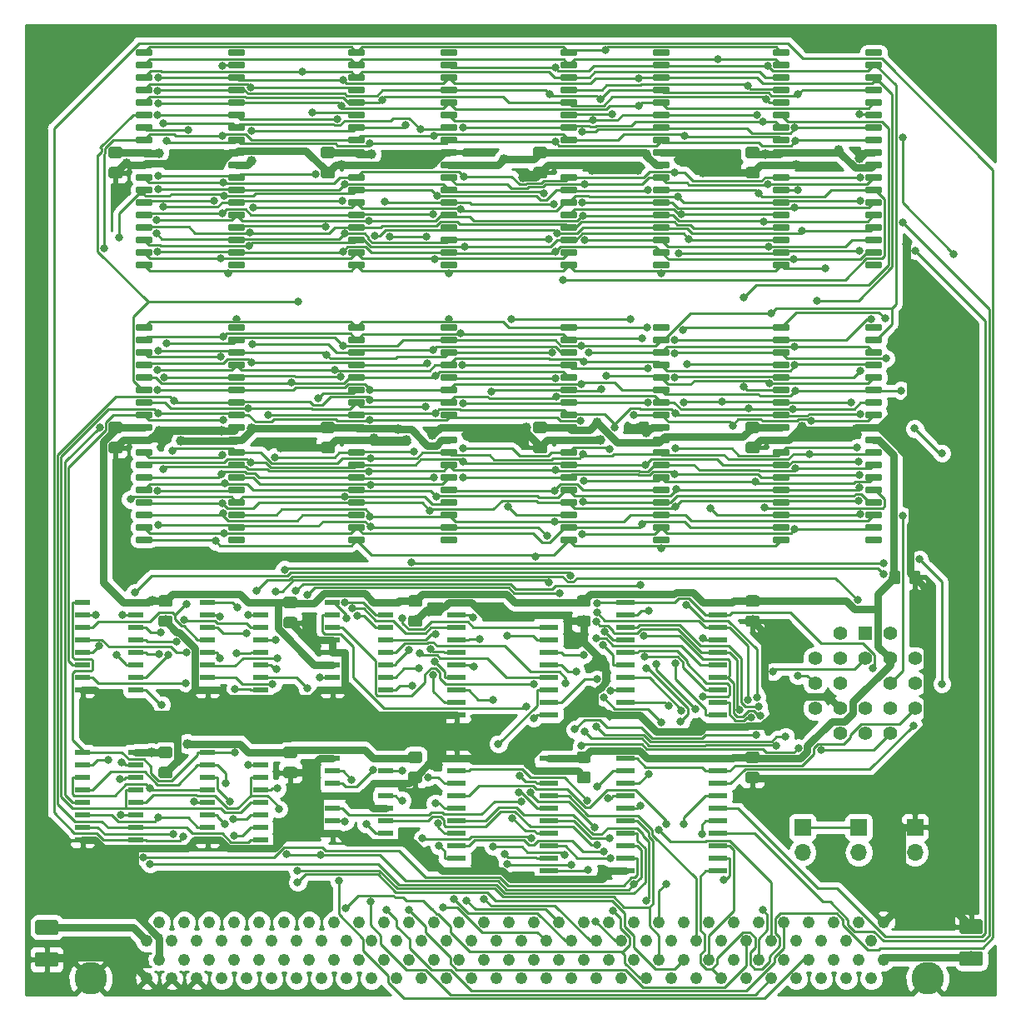
<source format=gbr>
G04 #@! TF.GenerationSoftware,KiCad,Pcbnew,(5.0.2)-1*
G04 #@! TF.CreationDate,2019-02-18T11:06:25-07:00*
G04 #@! TF.ProjectId,8MB SRAM,384d4220-5352-4414-9d2e-6b696361645f,rev?*
G04 #@! TF.SameCoordinates,Original*
G04 #@! TF.FileFunction,Copper,L1,Top*
G04 #@! TF.FilePolarity,Positive*
%FSLAX46Y46*%
G04 Gerber Fmt 4.6, Leading zero omitted, Abs format (unit mm)*
G04 Created by KiCad (PCBNEW (5.0.2)-1) date 2/18/2019 11:06:25 AM*
%MOMM*%
%LPD*%
G01*
G04 APERTURE LIST*
G04 #@! TA.AperFunction,Conductor*
%ADD10C,0.100000*%
G04 #@! TD*
G04 #@! TA.AperFunction,SMDPad,CuDef*
%ADD11C,1.150000*%
G04 #@! TD*
G04 #@! TA.AperFunction,SMDPad,CuDef*
%ADD12C,1.500000*%
G04 #@! TD*
G04 #@! TA.AperFunction,ComponentPad*
%ADD13R,1.700000X1.700000*%
G04 #@! TD*
G04 #@! TA.AperFunction,ComponentPad*
%ADD14O,1.700000X1.700000*%
G04 #@! TD*
G04 #@! TA.AperFunction,ComponentPad*
%ADD15C,1.422400*%
G04 #@! TD*
G04 #@! TA.AperFunction,ComponentPad*
%ADD16R,1.422400X1.422400*%
G04 #@! TD*
G04 #@! TA.AperFunction,SMDPad,CuDef*
%ADD17R,1.500000X0.600000*%
G04 #@! TD*
G04 #@! TA.AperFunction,SMDPad,CuDef*
%ADD18R,1.950000X0.600000*%
G04 #@! TD*
G04 #@! TA.AperFunction,SMDPad,CuDef*
%ADD19C,0.600000*%
G04 #@! TD*
G04 #@! TA.AperFunction,ComponentPad*
%ADD20C,1.219200*%
G04 #@! TD*
G04 #@! TA.AperFunction,ComponentPad*
%ADD21C,3.314700*%
G04 #@! TD*
G04 #@! TA.AperFunction,ViaPad*
%ADD22C,0.800000*%
G04 #@! TD*
G04 #@! TA.AperFunction,ViaPad*
%ADD23C,1.000000*%
G04 #@! TD*
G04 #@! TA.AperFunction,Conductor*
%ADD24C,0.250000*%
G04 #@! TD*
G04 #@! TA.AperFunction,Conductor*
%ADD25C,0.750000*%
G04 #@! TD*
G04 #@! TA.AperFunction,Conductor*
%ADD26C,0.599800*%
G04 #@! TD*
G04 #@! TA.AperFunction,Conductor*
%ADD27C,0.254000*%
G04 #@! TD*
G04 APERTURE END LIST*
D10*
G04 #@! TO.N,+5V*
G04 #@! TO.C,C17*
G36*
X77944505Y-78656204D02*
X77968773Y-78659804D01*
X77992572Y-78665765D01*
X78015671Y-78674030D01*
X78037850Y-78684520D01*
X78058893Y-78697132D01*
X78078599Y-78711747D01*
X78096777Y-78728223D01*
X78113253Y-78746401D01*
X78127868Y-78766107D01*
X78140480Y-78787150D01*
X78150970Y-78809329D01*
X78159235Y-78832428D01*
X78165196Y-78856227D01*
X78168796Y-78880495D01*
X78170000Y-78904999D01*
X78170000Y-79555001D01*
X78168796Y-79579505D01*
X78165196Y-79603773D01*
X78159235Y-79627572D01*
X78150970Y-79650671D01*
X78140480Y-79672850D01*
X78127868Y-79693893D01*
X78113253Y-79713599D01*
X78096777Y-79731777D01*
X78078599Y-79748253D01*
X78058893Y-79762868D01*
X78037850Y-79775480D01*
X78015671Y-79785970D01*
X77992572Y-79794235D01*
X77968773Y-79800196D01*
X77944505Y-79803796D01*
X77920001Y-79805000D01*
X77019999Y-79805000D01*
X76995495Y-79803796D01*
X76971227Y-79800196D01*
X76947428Y-79794235D01*
X76924329Y-79785970D01*
X76902150Y-79775480D01*
X76881107Y-79762868D01*
X76861401Y-79748253D01*
X76843223Y-79731777D01*
X76826747Y-79713599D01*
X76812132Y-79693893D01*
X76799520Y-79672850D01*
X76789030Y-79650671D01*
X76780765Y-79627572D01*
X76774804Y-79603773D01*
X76771204Y-79579505D01*
X76770000Y-79555001D01*
X76770000Y-78904999D01*
X76771204Y-78880495D01*
X76774804Y-78856227D01*
X76780765Y-78832428D01*
X76789030Y-78809329D01*
X76799520Y-78787150D01*
X76812132Y-78766107D01*
X76826747Y-78746401D01*
X76843223Y-78728223D01*
X76861401Y-78711747D01*
X76881107Y-78697132D01*
X76902150Y-78684520D01*
X76924329Y-78674030D01*
X76947428Y-78665765D01*
X76971227Y-78659804D01*
X76995495Y-78656204D01*
X77019999Y-78655000D01*
X77920001Y-78655000D01*
X77944505Y-78656204D01*
X77944505Y-78656204D01*
G37*
D11*
G04 #@! TD*
G04 #@! TO.P,C17,1*
G04 #@! TO.N,+5V*
X77470000Y-79230000D03*
D10*
G04 #@! TO.N,GND*
G04 #@! TO.C,C17*
G36*
X77944505Y-80706204D02*
X77968773Y-80709804D01*
X77992572Y-80715765D01*
X78015671Y-80724030D01*
X78037850Y-80734520D01*
X78058893Y-80747132D01*
X78078599Y-80761747D01*
X78096777Y-80778223D01*
X78113253Y-80796401D01*
X78127868Y-80816107D01*
X78140480Y-80837150D01*
X78150970Y-80859329D01*
X78159235Y-80882428D01*
X78165196Y-80906227D01*
X78168796Y-80930495D01*
X78170000Y-80954999D01*
X78170000Y-81605001D01*
X78168796Y-81629505D01*
X78165196Y-81653773D01*
X78159235Y-81677572D01*
X78150970Y-81700671D01*
X78140480Y-81722850D01*
X78127868Y-81743893D01*
X78113253Y-81763599D01*
X78096777Y-81781777D01*
X78078599Y-81798253D01*
X78058893Y-81812868D01*
X78037850Y-81825480D01*
X78015671Y-81835970D01*
X77992572Y-81844235D01*
X77968773Y-81850196D01*
X77944505Y-81853796D01*
X77920001Y-81855000D01*
X77019999Y-81855000D01*
X76995495Y-81853796D01*
X76971227Y-81850196D01*
X76947428Y-81844235D01*
X76924329Y-81835970D01*
X76902150Y-81825480D01*
X76881107Y-81812868D01*
X76861401Y-81798253D01*
X76843223Y-81781777D01*
X76826747Y-81763599D01*
X76812132Y-81743893D01*
X76799520Y-81722850D01*
X76789030Y-81700671D01*
X76780765Y-81677572D01*
X76774804Y-81653773D01*
X76771204Y-81629505D01*
X76770000Y-81605001D01*
X76770000Y-80954999D01*
X76771204Y-80930495D01*
X76774804Y-80906227D01*
X76780765Y-80882428D01*
X76789030Y-80859329D01*
X76799520Y-80837150D01*
X76812132Y-80816107D01*
X76826747Y-80796401D01*
X76843223Y-80778223D01*
X76861401Y-80761747D01*
X76881107Y-80747132D01*
X76902150Y-80734520D01*
X76924329Y-80724030D01*
X76947428Y-80715765D01*
X76971227Y-80709804D01*
X76995495Y-80706204D01*
X77019999Y-80705000D01*
X77920001Y-80705000D01*
X77944505Y-80706204D01*
X77944505Y-80706204D01*
G37*
D11*
G04 #@! TD*
G04 #@! TO.P,C17,2*
G04 #@! TO.N,GND*
X77470000Y-81280000D03*
D10*
G04 #@! TO.N,+5V*
G04 #@! TO.C,C20*
G36*
X95089505Y-94531204D02*
X95113773Y-94534804D01*
X95137572Y-94540765D01*
X95160671Y-94549030D01*
X95182850Y-94559520D01*
X95203893Y-94572132D01*
X95223599Y-94586747D01*
X95241777Y-94603223D01*
X95258253Y-94621401D01*
X95272868Y-94641107D01*
X95285480Y-94662150D01*
X95295970Y-94684329D01*
X95304235Y-94707428D01*
X95310196Y-94731227D01*
X95313796Y-94755495D01*
X95315000Y-94779999D01*
X95315000Y-95430001D01*
X95313796Y-95454505D01*
X95310196Y-95478773D01*
X95304235Y-95502572D01*
X95295970Y-95525671D01*
X95285480Y-95547850D01*
X95272868Y-95568893D01*
X95258253Y-95588599D01*
X95241777Y-95606777D01*
X95223599Y-95623253D01*
X95203893Y-95637868D01*
X95182850Y-95650480D01*
X95160671Y-95660970D01*
X95137572Y-95669235D01*
X95113773Y-95675196D01*
X95089505Y-95678796D01*
X95065001Y-95680000D01*
X94164999Y-95680000D01*
X94140495Y-95678796D01*
X94116227Y-95675196D01*
X94092428Y-95669235D01*
X94069329Y-95660970D01*
X94047150Y-95650480D01*
X94026107Y-95637868D01*
X94006401Y-95623253D01*
X93988223Y-95606777D01*
X93971747Y-95588599D01*
X93957132Y-95568893D01*
X93944520Y-95547850D01*
X93934030Y-95525671D01*
X93925765Y-95502572D01*
X93919804Y-95478773D01*
X93916204Y-95454505D01*
X93915000Y-95430001D01*
X93915000Y-94779999D01*
X93916204Y-94755495D01*
X93919804Y-94731227D01*
X93925765Y-94707428D01*
X93934030Y-94684329D01*
X93944520Y-94662150D01*
X93957132Y-94641107D01*
X93971747Y-94621401D01*
X93988223Y-94603223D01*
X94006401Y-94586747D01*
X94026107Y-94572132D01*
X94047150Y-94559520D01*
X94069329Y-94549030D01*
X94092428Y-94540765D01*
X94116227Y-94534804D01*
X94140495Y-94531204D01*
X94164999Y-94530000D01*
X95065001Y-94530000D01*
X95089505Y-94531204D01*
X95089505Y-94531204D01*
G37*
D11*
G04 #@! TD*
G04 #@! TO.P,C20,1*
G04 #@! TO.N,+5V*
X94615000Y-95105000D03*
D10*
G04 #@! TO.N,GND*
G04 #@! TO.C,C20*
G36*
X95089505Y-96581204D02*
X95113773Y-96584804D01*
X95137572Y-96590765D01*
X95160671Y-96599030D01*
X95182850Y-96609520D01*
X95203893Y-96622132D01*
X95223599Y-96636747D01*
X95241777Y-96653223D01*
X95258253Y-96671401D01*
X95272868Y-96691107D01*
X95285480Y-96712150D01*
X95295970Y-96734329D01*
X95304235Y-96757428D01*
X95310196Y-96781227D01*
X95313796Y-96805495D01*
X95315000Y-96829999D01*
X95315000Y-97480001D01*
X95313796Y-97504505D01*
X95310196Y-97528773D01*
X95304235Y-97552572D01*
X95295970Y-97575671D01*
X95285480Y-97597850D01*
X95272868Y-97618893D01*
X95258253Y-97638599D01*
X95241777Y-97656777D01*
X95223599Y-97673253D01*
X95203893Y-97687868D01*
X95182850Y-97700480D01*
X95160671Y-97710970D01*
X95137572Y-97719235D01*
X95113773Y-97725196D01*
X95089505Y-97728796D01*
X95065001Y-97730000D01*
X94164999Y-97730000D01*
X94140495Y-97728796D01*
X94116227Y-97725196D01*
X94092428Y-97719235D01*
X94069329Y-97710970D01*
X94047150Y-97700480D01*
X94026107Y-97687868D01*
X94006401Y-97673253D01*
X93988223Y-97656777D01*
X93971747Y-97638599D01*
X93957132Y-97618893D01*
X93944520Y-97597850D01*
X93934030Y-97575671D01*
X93925765Y-97552572D01*
X93919804Y-97528773D01*
X93916204Y-97504505D01*
X93915000Y-97480001D01*
X93915000Y-96829999D01*
X93916204Y-96805495D01*
X93919804Y-96781227D01*
X93925765Y-96757428D01*
X93934030Y-96734329D01*
X93944520Y-96712150D01*
X93957132Y-96691107D01*
X93971747Y-96671401D01*
X93988223Y-96653223D01*
X94006401Y-96636747D01*
X94026107Y-96622132D01*
X94047150Y-96609520D01*
X94069329Y-96599030D01*
X94092428Y-96590765D01*
X94116227Y-96584804D01*
X94140495Y-96581204D01*
X94164999Y-96580000D01*
X95065001Y-96580000D01*
X95089505Y-96581204D01*
X95089505Y-96581204D01*
G37*
D11*
G04 #@! TD*
G04 #@! TO.P,C20,2*
G04 #@! TO.N,GND*
X94615000Y-97155000D03*
D10*
G04 #@! TO.N,GND*
G04 #@! TO.C,C21*
G36*
X111474505Y-76136204D02*
X111498773Y-76139804D01*
X111522572Y-76145765D01*
X111545671Y-76154030D01*
X111567850Y-76164520D01*
X111588893Y-76177132D01*
X111608599Y-76191747D01*
X111626777Y-76208223D01*
X111643253Y-76226401D01*
X111657868Y-76246107D01*
X111670480Y-76267150D01*
X111680970Y-76289329D01*
X111689235Y-76312428D01*
X111695196Y-76336227D01*
X111698796Y-76360495D01*
X111700000Y-76384999D01*
X111700000Y-77285001D01*
X111698796Y-77309505D01*
X111695196Y-77333773D01*
X111689235Y-77357572D01*
X111680970Y-77380671D01*
X111670480Y-77402850D01*
X111657868Y-77423893D01*
X111643253Y-77443599D01*
X111626777Y-77461777D01*
X111608599Y-77478253D01*
X111588893Y-77492868D01*
X111567850Y-77505480D01*
X111545671Y-77515970D01*
X111522572Y-77524235D01*
X111498773Y-77530196D01*
X111474505Y-77533796D01*
X111450001Y-77535000D01*
X110799999Y-77535000D01*
X110775495Y-77533796D01*
X110751227Y-77530196D01*
X110727428Y-77524235D01*
X110704329Y-77515970D01*
X110682150Y-77505480D01*
X110661107Y-77492868D01*
X110641401Y-77478253D01*
X110623223Y-77461777D01*
X110606747Y-77443599D01*
X110592132Y-77423893D01*
X110579520Y-77402850D01*
X110569030Y-77380671D01*
X110560765Y-77357572D01*
X110554804Y-77333773D01*
X110551204Y-77309505D01*
X110550000Y-77285001D01*
X110550000Y-76384999D01*
X110551204Y-76360495D01*
X110554804Y-76336227D01*
X110560765Y-76312428D01*
X110569030Y-76289329D01*
X110579520Y-76267150D01*
X110592132Y-76246107D01*
X110606747Y-76226401D01*
X110623223Y-76208223D01*
X110641401Y-76191747D01*
X110661107Y-76177132D01*
X110682150Y-76164520D01*
X110704329Y-76154030D01*
X110727428Y-76145765D01*
X110751227Y-76139804D01*
X110775495Y-76136204D01*
X110799999Y-76135000D01*
X111450001Y-76135000D01*
X111474505Y-76136204D01*
X111474505Y-76136204D01*
G37*
D11*
G04 #@! TD*
G04 #@! TO.P,C21,2*
G04 #@! TO.N,GND*
X111125000Y-76835000D03*
D10*
G04 #@! TO.N,+5V*
G04 #@! TO.C,C21*
G36*
X109424505Y-76136204D02*
X109448773Y-76139804D01*
X109472572Y-76145765D01*
X109495671Y-76154030D01*
X109517850Y-76164520D01*
X109538893Y-76177132D01*
X109558599Y-76191747D01*
X109576777Y-76208223D01*
X109593253Y-76226401D01*
X109607868Y-76246107D01*
X109620480Y-76267150D01*
X109630970Y-76289329D01*
X109639235Y-76312428D01*
X109645196Y-76336227D01*
X109648796Y-76360495D01*
X109650000Y-76384999D01*
X109650000Y-77285001D01*
X109648796Y-77309505D01*
X109645196Y-77333773D01*
X109639235Y-77357572D01*
X109630970Y-77380671D01*
X109620480Y-77402850D01*
X109607868Y-77423893D01*
X109593253Y-77443599D01*
X109576777Y-77461777D01*
X109558599Y-77478253D01*
X109538893Y-77492868D01*
X109517850Y-77505480D01*
X109495671Y-77515970D01*
X109472572Y-77524235D01*
X109448773Y-77530196D01*
X109424505Y-77533796D01*
X109400001Y-77535000D01*
X108749999Y-77535000D01*
X108725495Y-77533796D01*
X108701227Y-77530196D01*
X108677428Y-77524235D01*
X108654329Y-77515970D01*
X108632150Y-77505480D01*
X108611107Y-77492868D01*
X108591401Y-77478253D01*
X108573223Y-77461777D01*
X108556747Y-77443599D01*
X108542132Y-77423893D01*
X108529520Y-77402850D01*
X108519030Y-77380671D01*
X108510765Y-77357572D01*
X108504804Y-77333773D01*
X108501204Y-77309505D01*
X108500000Y-77285001D01*
X108500000Y-76384999D01*
X108501204Y-76360495D01*
X108504804Y-76336227D01*
X108510765Y-76312428D01*
X108519030Y-76289329D01*
X108529520Y-76267150D01*
X108542132Y-76246107D01*
X108556747Y-76226401D01*
X108573223Y-76208223D01*
X108591401Y-76191747D01*
X108611107Y-76177132D01*
X108632150Y-76164520D01*
X108654329Y-76154030D01*
X108677428Y-76145765D01*
X108701227Y-76139804D01*
X108725495Y-76136204D01*
X108749999Y-76135000D01*
X109400001Y-76135000D01*
X109424505Y-76136204D01*
X109424505Y-76136204D01*
G37*
D11*
G04 #@! TD*
G04 #@! TO.P,C21,1*
G04 #@! TO.N,+5V*
X109075000Y-76835000D03*
D10*
G04 #@! TO.N,+5V*
G04 #@! TO.C,C22*
G36*
X95089505Y-78656204D02*
X95113773Y-78659804D01*
X95137572Y-78665765D01*
X95160671Y-78674030D01*
X95182850Y-78684520D01*
X95203893Y-78697132D01*
X95223599Y-78711747D01*
X95241777Y-78728223D01*
X95258253Y-78746401D01*
X95272868Y-78766107D01*
X95285480Y-78787150D01*
X95295970Y-78809329D01*
X95304235Y-78832428D01*
X95310196Y-78856227D01*
X95313796Y-78880495D01*
X95315000Y-78904999D01*
X95315000Y-79555001D01*
X95313796Y-79579505D01*
X95310196Y-79603773D01*
X95304235Y-79627572D01*
X95295970Y-79650671D01*
X95285480Y-79672850D01*
X95272868Y-79693893D01*
X95258253Y-79713599D01*
X95241777Y-79731777D01*
X95223599Y-79748253D01*
X95203893Y-79762868D01*
X95182850Y-79775480D01*
X95160671Y-79785970D01*
X95137572Y-79794235D01*
X95113773Y-79800196D01*
X95089505Y-79803796D01*
X95065001Y-79805000D01*
X94164999Y-79805000D01*
X94140495Y-79803796D01*
X94116227Y-79800196D01*
X94092428Y-79794235D01*
X94069329Y-79785970D01*
X94047150Y-79775480D01*
X94026107Y-79762868D01*
X94006401Y-79748253D01*
X93988223Y-79731777D01*
X93971747Y-79713599D01*
X93957132Y-79693893D01*
X93944520Y-79672850D01*
X93934030Y-79650671D01*
X93925765Y-79627572D01*
X93919804Y-79603773D01*
X93916204Y-79579505D01*
X93915000Y-79555001D01*
X93915000Y-78904999D01*
X93916204Y-78880495D01*
X93919804Y-78856227D01*
X93925765Y-78832428D01*
X93934030Y-78809329D01*
X93944520Y-78787150D01*
X93957132Y-78766107D01*
X93971747Y-78746401D01*
X93988223Y-78728223D01*
X94006401Y-78711747D01*
X94026107Y-78697132D01*
X94047150Y-78684520D01*
X94069329Y-78674030D01*
X94092428Y-78665765D01*
X94116227Y-78659804D01*
X94140495Y-78656204D01*
X94164999Y-78655000D01*
X95065001Y-78655000D01*
X95089505Y-78656204D01*
X95089505Y-78656204D01*
G37*
D11*
G04 #@! TD*
G04 #@! TO.P,C22,1*
G04 #@! TO.N,+5V*
X94615000Y-79230000D03*
D10*
G04 #@! TO.N,GND*
G04 #@! TO.C,C22*
G36*
X95089505Y-80706204D02*
X95113773Y-80709804D01*
X95137572Y-80715765D01*
X95160671Y-80724030D01*
X95182850Y-80734520D01*
X95203893Y-80747132D01*
X95223599Y-80761747D01*
X95241777Y-80778223D01*
X95258253Y-80796401D01*
X95272868Y-80816107D01*
X95285480Y-80837150D01*
X95295970Y-80859329D01*
X95304235Y-80882428D01*
X95310196Y-80906227D01*
X95313796Y-80930495D01*
X95315000Y-80954999D01*
X95315000Y-81605001D01*
X95313796Y-81629505D01*
X95310196Y-81653773D01*
X95304235Y-81677572D01*
X95295970Y-81700671D01*
X95285480Y-81722850D01*
X95272868Y-81743893D01*
X95258253Y-81763599D01*
X95241777Y-81781777D01*
X95223599Y-81798253D01*
X95203893Y-81812868D01*
X95182850Y-81825480D01*
X95160671Y-81835970D01*
X95137572Y-81844235D01*
X95113773Y-81850196D01*
X95089505Y-81853796D01*
X95065001Y-81855000D01*
X94164999Y-81855000D01*
X94140495Y-81853796D01*
X94116227Y-81850196D01*
X94092428Y-81844235D01*
X94069329Y-81835970D01*
X94047150Y-81825480D01*
X94026107Y-81812868D01*
X94006401Y-81798253D01*
X93988223Y-81781777D01*
X93971747Y-81763599D01*
X93957132Y-81743893D01*
X93944520Y-81722850D01*
X93934030Y-81700671D01*
X93925765Y-81677572D01*
X93919804Y-81653773D01*
X93916204Y-81629505D01*
X93915000Y-81605001D01*
X93915000Y-80954999D01*
X93916204Y-80930495D01*
X93919804Y-80906227D01*
X93925765Y-80882428D01*
X93934030Y-80859329D01*
X93944520Y-80837150D01*
X93957132Y-80816107D01*
X93971747Y-80796401D01*
X93988223Y-80778223D01*
X94006401Y-80761747D01*
X94026107Y-80747132D01*
X94047150Y-80734520D01*
X94069329Y-80724030D01*
X94092428Y-80715765D01*
X94116227Y-80709804D01*
X94140495Y-80706204D01*
X94164999Y-80705000D01*
X95065001Y-80705000D01*
X95089505Y-80706204D01*
X95089505Y-80706204D01*
G37*
D11*
G04 #@! TD*
G04 #@! TO.P,C22,2*
G04 #@! TO.N,GND*
X94615000Y-81280000D03*
D10*
G04 #@! TO.N,GND*
G04 #@! TO.C,C23*
G36*
X77944505Y-96581204D02*
X77968773Y-96584804D01*
X77992572Y-96590765D01*
X78015671Y-96599030D01*
X78037850Y-96609520D01*
X78058893Y-96622132D01*
X78078599Y-96636747D01*
X78096777Y-96653223D01*
X78113253Y-96671401D01*
X78127868Y-96691107D01*
X78140480Y-96712150D01*
X78150970Y-96734329D01*
X78159235Y-96757428D01*
X78165196Y-96781227D01*
X78168796Y-96805495D01*
X78170000Y-96829999D01*
X78170000Y-97480001D01*
X78168796Y-97504505D01*
X78165196Y-97528773D01*
X78159235Y-97552572D01*
X78150970Y-97575671D01*
X78140480Y-97597850D01*
X78127868Y-97618893D01*
X78113253Y-97638599D01*
X78096777Y-97656777D01*
X78078599Y-97673253D01*
X78058893Y-97687868D01*
X78037850Y-97700480D01*
X78015671Y-97710970D01*
X77992572Y-97719235D01*
X77968773Y-97725196D01*
X77944505Y-97728796D01*
X77920001Y-97730000D01*
X77019999Y-97730000D01*
X76995495Y-97728796D01*
X76971227Y-97725196D01*
X76947428Y-97719235D01*
X76924329Y-97710970D01*
X76902150Y-97700480D01*
X76881107Y-97687868D01*
X76861401Y-97673253D01*
X76843223Y-97656777D01*
X76826747Y-97638599D01*
X76812132Y-97618893D01*
X76799520Y-97597850D01*
X76789030Y-97575671D01*
X76780765Y-97552572D01*
X76774804Y-97528773D01*
X76771204Y-97504505D01*
X76770000Y-97480001D01*
X76770000Y-96829999D01*
X76771204Y-96805495D01*
X76774804Y-96781227D01*
X76780765Y-96757428D01*
X76789030Y-96734329D01*
X76799520Y-96712150D01*
X76812132Y-96691107D01*
X76826747Y-96671401D01*
X76843223Y-96653223D01*
X76861401Y-96636747D01*
X76881107Y-96622132D01*
X76902150Y-96609520D01*
X76924329Y-96599030D01*
X76947428Y-96590765D01*
X76971227Y-96584804D01*
X76995495Y-96581204D01*
X77019999Y-96580000D01*
X77920001Y-96580000D01*
X77944505Y-96581204D01*
X77944505Y-96581204D01*
G37*
D11*
G04 #@! TD*
G04 #@! TO.P,C23,2*
G04 #@! TO.N,GND*
X77470000Y-97155000D03*
D10*
G04 #@! TO.N,+5V*
G04 #@! TO.C,C23*
G36*
X77944505Y-94531204D02*
X77968773Y-94534804D01*
X77992572Y-94540765D01*
X78015671Y-94549030D01*
X78037850Y-94559520D01*
X78058893Y-94572132D01*
X78078599Y-94586747D01*
X78096777Y-94603223D01*
X78113253Y-94621401D01*
X78127868Y-94641107D01*
X78140480Y-94662150D01*
X78150970Y-94684329D01*
X78159235Y-94707428D01*
X78165196Y-94731227D01*
X78168796Y-94755495D01*
X78170000Y-94779999D01*
X78170000Y-95430001D01*
X78168796Y-95454505D01*
X78165196Y-95478773D01*
X78159235Y-95502572D01*
X78150970Y-95525671D01*
X78140480Y-95547850D01*
X78127868Y-95568893D01*
X78113253Y-95588599D01*
X78096777Y-95606777D01*
X78078599Y-95623253D01*
X78058893Y-95637868D01*
X78037850Y-95650480D01*
X78015671Y-95660970D01*
X77992572Y-95669235D01*
X77968773Y-95675196D01*
X77944505Y-95678796D01*
X77920001Y-95680000D01*
X77019999Y-95680000D01*
X76995495Y-95678796D01*
X76971227Y-95675196D01*
X76947428Y-95669235D01*
X76924329Y-95660970D01*
X76902150Y-95650480D01*
X76881107Y-95637868D01*
X76861401Y-95623253D01*
X76843223Y-95606777D01*
X76826747Y-95588599D01*
X76812132Y-95568893D01*
X76799520Y-95547850D01*
X76789030Y-95525671D01*
X76780765Y-95502572D01*
X76774804Y-95478773D01*
X76771204Y-95454505D01*
X76770000Y-95430001D01*
X76770000Y-94779999D01*
X76771204Y-94755495D01*
X76774804Y-94731227D01*
X76780765Y-94707428D01*
X76789030Y-94684329D01*
X76799520Y-94662150D01*
X76812132Y-94641107D01*
X76826747Y-94621401D01*
X76843223Y-94603223D01*
X76861401Y-94586747D01*
X76881107Y-94572132D01*
X76902150Y-94559520D01*
X76924329Y-94549030D01*
X76947428Y-94540765D01*
X76971227Y-94534804D01*
X76995495Y-94531204D01*
X77019999Y-94530000D01*
X77920001Y-94530000D01*
X77944505Y-94531204D01*
X77944505Y-94531204D01*
G37*
D11*
G04 #@! TD*
G04 #@! TO.P,C23,1*
G04 #@! TO.N,+5V*
X77470000Y-95105000D03*
D10*
G04 #@! TO.N,GND*
G04 #@! TO.C,C15*
G36*
X48099505Y-96091204D02*
X48123773Y-96094804D01*
X48147572Y-96100765D01*
X48170671Y-96109030D01*
X48192850Y-96119520D01*
X48213893Y-96132132D01*
X48233599Y-96146747D01*
X48251777Y-96163223D01*
X48268253Y-96181401D01*
X48282868Y-96201107D01*
X48295480Y-96222150D01*
X48305970Y-96244329D01*
X48314235Y-96267428D01*
X48320196Y-96291227D01*
X48323796Y-96315495D01*
X48325000Y-96339999D01*
X48325000Y-96990001D01*
X48323796Y-97014505D01*
X48320196Y-97038773D01*
X48314235Y-97062572D01*
X48305970Y-97085671D01*
X48295480Y-97107850D01*
X48282868Y-97128893D01*
X48268253Y-97148599D01*
X48251777Y-97166777D01*
X48233599Y-97183253D01*
X48213893Y-97197868D01*
X48192850Y-97210480D01*
X48170671Y-97220970D01*
X48147572Y-97229235D01*
X48123773Y-97235196D01*
X48099505Y-97238796D01*
X48075001Y-97240000D01*
X47174999Y-97240000D01*
X47150495Y-97238796D01*
X47126227Y-97235196D01*
X47102428Y-97229235D01*
X47079329Y-97220970D01*
X47057150Y-97210480D01*
X47036107Y-97197868D01*
X47016401Y-97183253D01*
X46998223Y-97166777D01*
X46981747Y-97148599D01*
X46967132Y-97128893D01*
X46954520Y-97107850D01*
X46944030Y-97085671D01*
X46935765Y-97062572D01*
X46929804Y-97038773D01*
X46926204Y-97014505D01*
X46925000Y-96990001D01*
X46925000Y-96339999D01*
X46926204Y-96315495D01*
X46929804Y-96291227D01*
X46935765Y-96267428D01*
X46944030Y-96244329D01*
X46954520Y-96222150D01*
X46967132Y-96201107D01*
X46981747Y-96181401D01*
X46998223Y-96163223D01*
X47016401Y-96146747D01*
X47036107Y-96132132D01*
X47057150Y-96119520D01*
X47079329Y-96109030D01*
X47102428Y-96100765D01*
X47126227Y-96094804D01*
X47150495Y-96091204D01*
X47174999Y-96090000D01*
X48075001Y-96090000D01*
X48099505Y-96091204D01*
X48099505Y-96091204D01*
G37*
D11*
G04 #@! TD*
G04 #@! TO.P,C15,2*
G04 #@! TO.N,GND*
X47625000Y-96665000D03*
D10*
G04 #@! TO.N,+5V*
G04 #@! TO.C,C15*
G36*
X48099505Y-94041204D02*
X48123773Y-94044804D01*
X48147572Y-94050765D01*
X48170671Y-94059030D01*
X48192850Y-94069520D01*
X48213893Y-94082132D01*
X48233599Y-94096747D01*
X48251777Y-94113223D01*
X48268253Y-94131401D01*
X48282868Y-94151107D01*
X48295480Y-94172150D01*
X48305970Y-94194329D01*
X48314235Y-94217428D01*
X48320196Y-94241227D01*
X48323796Y-94265495D01*
X48325000Y-94289999D01*
X48325000Y-94940001D01*
X48323796Y-94964505D01*
X48320196Y-94988773D01*
X48314235Y-95012572D01*
X48305970Y-95035671D01*
X48295480Y-95057850D01*
X48282868Y-95078893D01*
X48268253Y-95098599D01*
X48251777Y-95116777D01*
X48233599Y-95133253D01*
X48213893Y-95147868D01*
X48192850Y-95160480D01*
X48170671Y-95170970D01*
X48147572Y-95179235D01*
X48123773Y-95185196D01*
X48099505Y-95188796D01*
X48075001Y-95190000D01*
X47174999Y-95190000D01*
X47150495Y-95188796D01*
X47126227Y-95185196D01*
X47102428Y-95179235D01*
X47079329Y-95170970D01*
X47057150Y-95160480D01*
X47036107Y-95147868D01*
X47016401Y-95133253D01*
X46998223Y-95116777D01*
X46981747Y-95098599D01*
X46967132Y-95078893D01*
X46954520Y-95057850D01*
X46944030Y-95035671D01*
X46935765Y-95012572D01*
X46929804Y-94988773D01*
X46926204Y-94964505D01*
X46925000Y-94940001D01*
X46925000Y-94289999D01*
X46926204Y-94265495D01*
X46929804Y-94241227D01*
X46935765Y-94217428D01*
X46944030Y-94194329D01*
X46954520Y-94172150D01*
X46967132Y-94151107D01*
X46981747Y-94131401D01*
X46998223Y-94113223D01*
X47016401Y-94096747D01*
X47036107Y-94082132D01*
X47057150Y-94069520D01*
X47079329Y-94059030D01*
X47102428Y-94050765D01*
X47126227Y-94044804D01*
X47150495Y-94041204D01*
X47174999Y-94040000D01*
X48075001Y-94040000D01*
X48099505Y-94041204D01*
X48099505Y-94041204D01*
G37*
D11*
G04 #@! TD*
G04 #@! TO.P,C15,1*
G04 #@! TO.N,+5V*
X47625000Y-94615000D03*
D10*
G04 #@! TO.N,+5V*
G04 #@! TO.C,C3*
G36*
X73499505Y-33081204D02*
X73523773Y-33084804D01*
X73547572Y-33090765D01*
X73570671Y-33099030D01*
X73592850Y-33109520D01*
X73613893Y-33122132D01*
X73633599Y-33136747D01*
X73651777Y-33153223D01*
X73668253Y-33171401D01*
X73682868Y-33191107D01*
X73695480Y-33212150D01*
X73705970Y-33234329D01*
X73714235Y-33257428D01*
X73720196Y-33281227D01*
X73723796Y-33305495D01*
X73725000Y-33329999D01*
X73725000Y-33980001D01*
X73723796Y-34004505D01*
X73720196Y-34028773D01*
X73714235Y-34052572D01*
X73705970Y-34075671D01*
X73695480Y-34097850D01*
X73682868Y-34118893D01*
X73668253Y-34138599D01*
X73651777Y-34156777D01*
X73633599Y-34173253D01*
X73613893Y-34187868D01*
X73592850Y-34200480D01*
X73570671Y-34210970D01*
X73547572Y-34219235D01*
X73523773Y-34225196D01*
X73499505Y-34228796D01*
X73475001Y-34230000D01*
X72574999Y-34230000D01*
X72550495Y-34228796D01*
X72526227Y-34225196D01*
X72502428Y-34219235D01*
X72479329Y-34210970D01*
X72457150Y-34200480D01*
X72436107Y-34187868D01*
X72416401Y-34173253D01*
X72398223Y-34156777D01*
X72381747Y-34138599D01*
X72367132Y-34118893D01*
X72354520Y-34097850D01*
X72344030Y-34075671D01*
X72335765Y-34052572D01*
X72329804Y-34028773D01*
X72326204Y-34004505D01*
X72325000Y-33980001D01*
X72325000Y-33329999D01*
X72326204Y-33305495D01*
X72329804Y-33281227D01*
X72335765Y-33257428D01*
X72344030Y-33234329D01*
X72354520Y-33212150D01*
X72367132Y-33191107D01*
X72381747Y-33171401D01*
X72398223Y-33153223D01*
X72416401Y-33136747D01*
X72436107Y-33122132D01*
X72457150Y-33109520D01*
X72479329Y-33099030D01*
X72502428Y-33090765D01*
X72526227Y-33084804D01*
X72550495Y-33081204D01*
X72574999Y-33080000D01*
X73475001Y-33080000D01*
X73499505Y-33081204D01*
X73499505Y-33081204D01*
G37*
D11*
G04 #@! TD*
G04 #@! TO.P,C3,1*
G04 #@! TO.N,+5V*
X73025000Y-33655000D03*
D10*
G04 #@! TO.N,GND*
G04 #@! TO.C,C3*
G36*
X73499505Y-35131204D02*
X73523773Y-35134804D01*
X73547572Y-35140765D01*
X73570671Y-35149030D01*
X73592850Y-35159520D01*
X73613893Y-35172132D01*
X73633599Y-35186747D01*
X73651777Y-35203223D01*
X73668253Y-35221401D01*
X73682868Y-35241107D01*
X73695480Y-35262150D01*
X73705970Y-35284329D01*
X73714235Y-35307428D01*
X73720196Y-35331227D01*
X73723796Y-35355495D01*
X73725000Y-35379999D01*
X73725000Y-36030001D01*
X73723796Y-36054505D01*
X73720196Y-36078773D01*
X73714235Y-36102572D01*
X73705970Y-36125671D01*
X73695480Y-36147850D01*
X73682868Y-36168893D01*
X73668253Y-36188599D01*
X73651777Y-36206777D01*
X73633599Y-36223253D01*
X73613893Y-36237868D01*
X73592850Y-36250480D01*
X73570671Y-36260970D01*
X73547572Y-36269235D01*
X73523773Y-36275196D01*
X73499505Y-36278796D01*
X73475001Y-36280000D01*
X72574999Y-36280000D01*
X72550495Y-36278796D01*
X72526227Y-36275196D01*
X72502428Y-36269235D01*
X72479329Y-36260970D01*
X72457150Y-36250480D01*
X72436107Y-36237868D01*
X72416401Y-36223253D01*
X72398223Y-36206777D01*
X72381747Y-36188599D01*
X72367132Y-36168893D01*
X72354520Y-36147850D01*
X72344030Y-36125671D01*
X72335765Y-36102572D01*
X72329804Y-36078773D01*
X72326204Y-36054505D01*
X72325000Y-36030001D01*
X72325000Y-35379999D01*
X72326204Y-35355495D01*
X72329804Y-35331227D01*
X72335765Y-35307428D01*
X72344030Y-35284329D01*
X72354520Y-35262150D01*
X72367132Y-35241107D01*
X72381747Y-35221401D01*
X72398223Y-35203223D01*
X72416401Y-35186747D01*
X72436107Y-35172132D01*
X72457150Y-35159520D01*
X72479329Y-35149030D01*
X72502428Y-35140765D01*
X72526227Y-35134804D01*
X72550495Y-35131204D01*
X72574999Y-35130000D01*
X73475001Y-35130000D01*
X73499505Y-35131204D01*
X73499505Y-35131204D01*
G37*
D11*
G04 #@! TD*
G04 #@! TO.P,C3,2*
G04 #@! TO.N,GND*
X73025000Y-35705000D03*
D10*
G04 #@! TO.N,GND*
G04 #@! TO.C,C4*
G36*
X30319505Y-35131204D02*
X30343773Y-35134804D01*
X30367572Y-35140765D01*
X30390671Y-35149030D01*
X30412850Y-35159520D01*
X30433893Y-35172132D01*
X30453599Y-35186747D01*
X30471777Y-35203223D01*
X30488253Y-35221401D01*
X30502868Y-35241107D01*
X30515480Y-35262150D01*
X30525970Y-35284329D01*
X30534235Y-35307428D01*
X30540196Y-35331227D01*
X30543796Y-35355495D01*
X30545000Y-35379999D01*
X30545000Y-36030001D01*
X30543796Y-36054505D01*
X30540196Y-36078773D01*
X30534235Y-36102572D01*
X30525970Y-36125671D01*
X30515480Y-36147850D01*
X30502868Y-36168893D01*
X30488253Y-36188599D01*
X30471777Y-36206777D01*
X30453599Y-36223253D01*
X30433893Y-36237868D01*
X30412850Y-36250480D01*
X30390671Y-36260970D01*
X30367572Y-36269235D01*
X30343773Y-36275196D01*
X30319505Y-36278796D01*
X30295001Y-36280000D01*
X29394999Y-36280000D01*
X29370495Y-36278796D01*
X29346227Y-36275196D01*
X29322428Y-36269235D01*
X29299329Y-36260970D01*
X29277150Y-36250480D01*
X29256107Y-36237868D01*
X29236401Y-36223253D01*
X29218223Y-36206777D01*
X29201747Y-36188599D01*
X29187132Y-36168893D01*
X29174520Y-36147850D01*
X29164030Y-36125671D01*
X29155765Y-36102572D01*
X29149804Y-36078773D01*
X29146204Y-36054505D01*
X29145000Y-36030001D01*
X29145000Y-35379999D01*
X29146204Y-35355495D01*
X29149804Y-35331227D01*
X29155765Y-35307428D01*
X29164030Y-35284329D01*
X29174520Y-35262150D01*
X29187132Y-35241107D01*
X29201747Y-35221401D01*
X29218223Y-35203223D01*
X29236401Y-35186747D01*
X29256107Y-35172132D01*
X29277150Y-35159520D01*
X29299329Y-35149030D01*
X29322428Y-35140765D01*
X29346227Y-35134804D01*
X29370495Y-35131204D01*
X29394999Y-35130000D01*
X30295001Y-35130000D01*
X30319505Y-35131204D01*
X30319505Y-35131204D01*
G37*
D11*
G04 #@! TD*
G04 #@! TO.P,C4,2*
G04 #@! TO.N,GND*
X29845000Y-35705000D03*
D10*
G04 #@! TO.N,+5V*
G04 #@! TO.C,C4*
G36*
X30319505Y-33081204D02*
X30343773Y-33084804D01*
X30367572Y-33090765D01*
X30390671Y-33099030D01*
X30412850Y-33109520D01*
X30433893Y-33122132D01*
X30453599Y-33136747D01*
X30471777Y-33153223D01*
X30488253Y-33171401D01*
X30502868Y-33191107D01*
X30515480Y-33212150D01*
X30525970Y-33234329D01*
X30534235Y-33257428D01*
X30540196Y-33281227D01*
X30543796Y-33305495D01*
X30545000Y-33329999D01*
X30545000Y-33980001D01*
X30543796Y-34004505D01*
X30540196Y-34028773D01*
X30534235Y-34052572D01*
X30525970Y-34075671D01*
X30515480Y-34097850D01*
X30502868Y-34118893D01*
X30488253Y-34138599D01*
X30471777Y-34156777D01*
X30453599Y-34173253D01*
X30433893Y-34187868D01*
X30412850Y-34200480D01*
X30390671Y-34210970D01*
X30367572Y-34219235D01*
X30343773Y-34225196D01*
X30319505Y-34228796D01*
X30295001Y-34230000D01*
X29394999Y-34230000D01*
X29370495Y-34228796D01*
X29346227Y-34225196D01*
X29322428Y-34219235D01*
X29299329Y-34210970D01*
X29277150Y-34200480D01*
X29256107Y-34187868D01*
X29236401Y-34173253D01*
X29218223Y-34156777D01*
X29201747Y-34138599D01*
X29187132Y-34118893D01*
X29174520Y-34097850D01*
X29164030Y-34075671D01*
X29155765Y-34052572D01*
X29149804Y-34028773D01*
X29146204Y-34004505D01*
X29145000Y-33980001D01*
X29145000Y-33329999D01*
X29146204Y-33305495D01*
X29149804Y-33281227D01*
X29155765Y-33257428D01*
X29164030Y-33234329D01*
X29174520Y-33212150D01*
X29187132Y-33191107D01*
X29201747Y-33171401D01*
X29218223Y-33153223D01*
X29236401Y-33136747D01*
X29256107Y-33122132D01*
X29277150Y-33109520D01*
X29299329Y-33099030D01*
X29322428Y-33090765D01*
X29346227Y-33084804D01*
X29370495Y-33081204D01*
X29394999Y-33080000D01*
X30295001Y-33080000D01*
X30319505Y-33081204D01*
X30319505Y-33081204D01*
G37*
D11*
G04 #@! TD*
G04 #@! TO.P,C4,1*
G04 #@! TO.N,+5V*
X29845000Y-33655000D03*
D10*
G04 #@! TO.N,+5V*
G04 #@! TO.C,C5*
G36*
X51909505Y-33081204D02*
X51933773Y-33084804D01*
X51957572Y-33090765D01*
X51980671Y-33099030D01*
X52002850Y-33109520D01*
X52023893Y-33122132D01*
X52043599Y-33136747D01*
X52061777Y-33153223D01*
X52078253Y-33171401D01*
X52092868Y-33191107D01*
X52105480Y-33212150D01*
X52115970Y-33234329D01*
X52124235Y-33257428D01*
X52130196Y-33281227D01*
X52133796Y-33305495D01*
X52135000Y-33329999D01*
X52135000Y-33980001D01*
X52133796Y-34004505D01*
X52130196Y-34028773D01*
X52124235Y-34052572D01*
X52115970Y-34075671D01*
X52105480Y-34097850D01*
X52092868Y-34118893D01*
X52078253Y-34138599D01*
X52061777Y-34156777D01*
X52043599Y-34173253D01*
X52023893Y-34187868D01*
X52002850Y-34200480D01*
X51980671Y-34210970D01*
X51957572Y-34219235D01*
X51933773Y-34225196D01*
X51909505Y-34228796D01*
X51885001Y-34230000D01*
X50984999Y-34230000D01*
X50960495Y-34228796D01*
X50936227Y-34225196D01*
X50912428Y-34219235D01*
X50889329Y-34210970D01*
X50867150Y-34200480D01*
X50846107Y-34187868D01*
X50826401Y-34173253D01*
X50808223Y-34156777D01*
X50791747Y-34138599D01*
X50777132Y-34118893D01*
X50764520Y-34097850D01*
X50754030Y-34075671D01*
X50745765Y-34052572D01*
X50739804Y-34028773D01*
X50736204Y-34004505D01*
X50735000Y-33980001D01*
X50735000Y-33329999D01*
X50736204Y-33305495D01*
X50739804Y-33281227D01*
X50745765Y-33257428D01*
X50754030Y-33234329D01*
X50764520Y-33212150D01*
X50777132Y-33191107D01*
X50791747Y-33171401D01*
X50808223Y-33153223D01*
X50826401Y-33136747D01*
X50846107Y-33122132D01*
X50867150Y-33109520D01*
X50889329Y-33099030D01*
X50912428Y-33090765D01*
X50936227Y-33084804D01*
X50960495Y-33081204D01*
X50984999Y-33080000D01*
X51885001Y-33080000D01*
X51909505Y-33081204D01*
X51909505Y-33081204D01*
G37*
D11*
G04 #@! TD*
G04 #@! TO.P,C5,1*
G04 #@! TO.N,+5V*
X51435000Y-33655000D03*
D10*
G04 #@! TO.N,GND*
G04 #@! TO.C,C5*
G36*
X51909505Y-35131204D02*
X51933773Y-35134804D01*
X51957572Y-35140765D01*
X51980671Y-35149030D01*
X52002850Y-35159520D01*
X52023893Y-35172132D01*
X52043599Y-35186747D01*
X52061777Y-35203223D01*
X52078253Y-35221401D01*
X52092868Y-35241107D01*
X52105480Y-35262150D01*
X52115970Y-35284329D01*
X52124235Y-35307428D01*
X52130196Y-35331227D01*
X52133796Y-35355495D01*
X52135000Y-35379999D01*
X52135000Y-36030001D01*
X52133796Y-36054505D01*
X52130196Y-36078773D01*
X52124235Y-36102572D01*
X52115970Y-36125671D01*
X52105480Y-36147850D01*
X52092868Y-36168893D01*
X52078253Y-36188599D01*
X52061777Y-36206777D01*
X52043599Y-36223253D01*
X52023893Y-36237868D01*
X52002850Y-36250480D01*
X51980671Y-36260970D01*
X51957572Y-36269235D01*
X51933773Y-36275196D01*
X51909505Y-36278796D01*
X51885001Y-36280000D01*
X50984999Y-36280000D01*
X50960495Y-36278796D01*
X50936227Y-36275196D01*
X50912428Y-36269235D01*
X50889329Y-36260970D01*
X50867150Y-36250480D01*
X50846107Y-36237868D01*
X50826401Y-36223253D01*
X50808223Y-36206777D01*
X50791747Y-36188599D01*
X50777132Y-36168893D01*
X50764520Y-36147850D01*
X50754030Y-36125671D01*
X50745765Y-36102572D01*
X50739804Y-36078773D01*
X50736204Y-36054505D01*
X50735000Y-36030001D01*
X50735000Y-35379999D01*
X50736204Y-35355495D01*
X50739804Y-35331227D01*
X50745765Y-35307428D01*
X50754030Y-35284329D01*
X50764520Y-35262150D01*
X50777132Y-35241107D01*
X50791747Y-35221401D01*
X50808223Y-35203223D01*
X50826401Y-35186747D01*
X50846107Y-35172132D01*
X50867150Y-35159520D01*
X50889329Y-35149030D01*
X50912428Y-35140765D01*
X50936227Y-35134804D01*
X50960495Y-35131204D01*
X50984999Y-35130000D01*
X51885001Y-35130000D01*
X51909505Y-35131204D01*
X51909505Y-35131204D01*
G37*
D11*
G04 #@! TD*
G04 #@! TO.P,C5,2*
G04 #@! TO.N,GND*
X51435000Y-35705000D03*
D10*
G04 #@! TO.N,GND*
G04 #@! TO.C,C6*
G36*
X73499505Y-63071204D02*
X73523773Y-63074804D01*
X73547572Y-63080765D01*
X73570671Y-63089030D01*
X73592850Y-63099520D01*
X73613893Y-63112132D01*
X73633599Y-63126747D01*
X73651777Y-63143223D01*
X73668253Y-63161401D01*
X73682868Y-63181107D01*
X73695480Y-63202150D01*
X73705970Y-63224329D01*
X73714235Y-63247428D01*
X73720196Y-63271227D01*
X73723796Y-63295495D01*
X73725000Y-63319999D01*
X73725000Y-63970001D01*
X73723796Y-63994505D01*
X73720196Y-64018773D01*
X73714235Y-64042572D01*
X73705970Y-64065671D01*
X73695480Y-64087850D01*
X73682868Y-64108893D01*
X73668253Y-64128599D01*
X73651777Y-64146777D01*
X73633599Y-64163253D01*
X73613893Y-64177868D01*
X73592850Y-64190480D01*
X73570671Y-64200970D01*
X73547572Y-64209235D01*
X73523773Y-64215196D01*
X73499505Y-64218796D01*
X73475001Y-64220000D01*
X72574999Y-64220000D01*
X72550495Y-64218796D01*
X72526227Y-64215196D01*
X72502428Y-64209235D01*
X72479329Y-64200970D01*
X72457150Y-64190480D01*
X72436107Y-64177868D01*
X72416401Y-64163253D01*
X72398223Y-64146777D01*
X72381747Y-64128599D01*
X72367132Y-64108893D01*
X72354520Y-64087850D01*
X72344030Y-64065671D01*
X72335765Y-64042572D01*
X72329804Y-64018773D01*
X72326204Y-63994505D01*
X72325000Y-63970001D01*
X72325000Y-63319999D01*
X72326204Y-63295495D01*
X72329804Y-63271227D01*
X72335765Y-63247428D01*
X72344030Y-63224329D01*
X72354520Y-63202150D01*
X72367132Y-63181107D01*
X72381747Y-63161401D01*
X72398223Y-63143223D01*
X72416401Y-63126747D01*
X72436107Y-63112132D01*
X72457150Y-63099520D01*
X72479329Y-63089030D01*
X72502428Y-63080765D01*
X72526227Y-63074804D01*
X72550495Y-63071204D01*
X72574999Y-63070000D01*
X73475001Y-63070000D01*
X73499505Y-63071204D01*
X73499505Y-63071204D01*
G37*
D11*
G04 #@! TD*
G04 #@! TO.P,C6,2*
G04 #@! TO.N,GND*
X73025000Y-63645000D03*
D10*
G04 #@! TO.N,+5V*
G04 #@! TO.C,C6*
G36*
X73499505Y-61021204D02*
X73523773Y-61024804D01*
X73547572Y-61030765D01*
X73570671Y-61039030D01*
X73592850Y-61049520D01*
X73613893Y-61062132D01*
X73633599Y-61076747D01*
X73651777Y-61093223D01*
X73668253Y-61111401D01*
X73682868Y-61131107D01*
X73695480Y-61152150D01*
X73705970Y-61174329D01*
X73714235Y-61197428D01*
X73720196Y-61221227D01*
X73723796Y-61245495D01*
X73725000Y-61269999D01*
X73725000Y-61920001D01*
X73723796Y-61944505D01*
X73720196Y-61968773D01*
X73714235Y-61992572D01*
X73705970Y-62015671D01*
X73695480Y-62037850D01*
X73682868Y-62058893D01*
X73668253Y-62078599D01*
X73651777Y-62096777D01*
X73633599Y-62113253D01*
X73613893Y-62127868D01*
X73592850Y-62140480D01*
X73570671Y-62150970D01*
X73547572Y-62159235D01*
X73523773Y-62165196D01*
X73499505Y-62168796D01*
X73475001Y-62170000D01*
X72574999Y-62170000D01*
X72550495Y-62168796D01*
X72526227Y-62165196D01*
X72502428Y-62159235D01*
X72479329Y-62150970D01*
X72457150Y-62140480D01*
X72436107Y-62127868D01*
X72416401Y-62113253D01*
X72398223Y-62096777D01*
X72381747Y-62078599D01*
X72367132Y-62058893D01*
X72354520Y-62037850D01*
X72344030Y-62015671D01*
X72335765Y-61992572D01*
X72329804Y-61968773D01*
X72326204Y-61944505D01*
X72325000Y-61920001D01*
X72325000Y-61269999D01*
X72326204Y-61245495D01*
X72329804Y-61221227D01*
X72335765Y-61197428D01*
X72344030Y-61174329D01*
X72354520Y-61152150D01*
X72367132Y-61131107D01*
X72381747Y-61111401D01*
X72398223Y-61093223D01*
X72416401Y-61076747D01*
X72436107Y-61062132D01*
X72457150Y-61049520D01*
X72479329Y-61039030D01*
X72502428Y-61030765D01*
X72526227Y-61024804D01*
X72550495Y-61021204D01*
X72574999Y-61020000D01*
X73475001Y-61020000D01*
X73499505Y-61021204D01*
X73499505Y-61021204D01*
G37*
D11*
G04 #@! TD*
G04 #@! TO.P,C6,1*
G04 #@! TO.N,+5V*
X73025000Y-61595000D03*
D10*
G04 #@! TO.N,+5V*
G04 #@! TO.C,C7*
G36*
X30319505Y-61021204D02*
X30343773Y-61024804D01*
X30367572Y-61030765D01*
X30390671Y-61039030D01*
X30412850Y-61049520D01*
X30433893Y-61062132D01*
X30453599Y-61076747D01*
X30471777Y-61093223D01*
X30488253Y-61111401D01*
X30502868Y-61131107D01*
X30515480Y-61152150D01*
X30525970Y-61174329D01*
X30534235Y-61197428D01*
X30540196Y-61221227D01*
X30543796Y-61245495D01*
X30545000Y-61269999D01*
X30545000Y-61920001D01*
X30543796Y-61944505D01*
X30540196Y-61968773D01*
X30534235Y-61992572D01*
X30525970Y-62015671D01*
X30515480Y-62037850D01*
X30502868Y-62058893D01*
X30488253Y-62078599D01*
X30471777Y-62096777D01*
X30453599Y-62113253D01*
X30433893Y-62127868D01*
X30412850Y-62140480D01*
X30390671Y-62150970D01*
X30367572Y-62159235D01*
X30343773Y-62165196D01*
X30319505Y-62168796D01*
X30295001Y-62170000D01*
X29394999Y-62170000D01*
X29370495Y-62168796D01*
X29346227Y-62165196D01*
X29322428Y-62159235D01*
X29299329Y-62150970D01*
X29277150Y-62140480D01*
X29256107Y-62127868D01*
X29236401Y-62113253D01*
X29218223Y-62096777D01*
X29201747Y-62078599D01*
X29187132Y-62058893D01*
X29174520Y-62037850D01*
X29164030Y-62015671D01*
X29155765Y-61992572D01*
X29149804Y-61968773D01*
X29146204Y-61944505D01*
X29145000Y-61920001D01*
X29145000Y-61269999D01*
X29146204Y-61245495D01*
X29149804Y-61221227D01*
X29155765Y-61197428D01*
X29164030Y-61174329D01*
X29174520Y-61152150D01*
X29187132Y-61131107D01*
X29201747Y-61111401D01*
X29218223Y-61093223D01*
X29236401Y-61076747D01*
X29256107Y-61062132D01*
X29277150Y-61049520D01*
X29299329Y-61039030D01*
X29322428Y-61030765D01*
X29346227Y-61024804D01*
X29370495Y-61021204D01*
X29394999Y-61020000D01*
X30295001Y-61020000D01*
X30319505Y-61021204D01*
X30319505Y-61021204D01*
G37*
D11*
G04 #@! TD*
G04 #@! TO.P,C7,1*
G04 #@! TO.N,+5V*
X29845000Y-61595000D03*
D10*
G04 #@! TO.N,GND*
G04 #@! TO.C,C7*
G36*
X30319505Y-63071204D02*
X30343773Y-63074804D01*
X30367572Y-63080765D01*
X30390671Y-63089030D01*
X30412850Y-63099520D01*
X30433893Y-63112132D01*
X30453599Y-63126747D01*
X30471777Y-63143223D01*
X30488253Y-63161401D01*
X30502868Y-63181107D01*
X30515480Y-63202150D01*
X30525970Y-63224329D01*
X30534235Y-63247428D01*
X30540196Y-63271227D01*
X30543796Y-63295495D01*
X30545000Y-63319999D01*
X30545000Y-63970001D01*
X30543796Y-63994505D01*
X30540196Y-64018773D01*
X30534235Y-64042572D01*
X30525970Y-64065671D01*
X30515480Y-64087850D01*
X30502868Y-64108893D01*
X30488253Y-64128599D01*
X30471777Y-64146777D01*
X30453599Y-64163253D01*
X30433893Y-64177868D01*
X30412850Y-64190480D01*
X30390671Y-64200970D01*
X30367572Y-64209235D01*
X30343773Y-64215196D01*
X30319505Y-64218796D01*
X30295001Y-64220000D01*
X29394999Y-64220000D01*
X29370495Y-64218796D01*
X29346227Y-64215196D01*
X29322428Y-64209235D01*
X29299329Y-64200970D01*
X29277150Y-64190480D01*
X29256107Y-64177868D01*
X29236401Y-64163253D01*
X29218223Y-64146777D01*
X29201747Y-64128599D01*
X29187132Y-64108893D01*
X29174520Y-64087850D01*
X29164030Y-64065671D01*
X29155765Y-64042572D01*
X29149804Y-64018773D01*
X29146204Y-63994505D01*
X29145000Y-63970001D01*
X29145000Y-63319999D01*
X29146204Y-63295495D01*
X29149804Y-63271227D01*
X29155765Y-63247428D01*
X29164030Y-63224329D01*
X29174520Y-63202150D01*
X29187132Y-63181107D01*
X29201747Y-63161401D01*
X29218223Y-63143223D01*
X29236401Y-63126747D01*
X29256107Y-63112132D01*
X29277150Y-63099520D01*
X29299329Y-63089030D01*
X29322428Y-63080765D01*
X29346227Y-63074804D01*
X29370495Y-63071204D01*
X29394999Y-63070000D01*
X30295001Y-63070000D01*
X30319505Y-63071204D01*
X30319505Y-63071204D01*
G37*
D11*
G04 #@! TD*
G04 #@! TO.P,C7,2*
G04 #@! TO.N,GND*
X29845000Y-63645000D03*
D10*
G04 #@! TO.N,GND*
G04 #@! TO.C,C8*
G36*
X95089505Y-35131204D02*
X95113773Y-35134804D01*
X95137572Y-35140765D01*
X95160671Y-35149030D01*
X95182850Y-35159520D01*
X95203893Y-35172132D01*
X95223599Y-35186747D01*
X95241777Y-35203223D01*
X95258253Y-35221401D01*
X95272868Y-35241107D01*
X95285480Y-35262150D01*
X95295970Y-35284329D01*
X95304235Y-35307428D01*
X95310196Y-35331227D01*
X95313796Y-35355495D01*
X95315000Y-35379999D01*
X95315000Y-36030001D01*
X95313796Y-36054505D01*
X95310196Y-36078773D01*
X95304235Y-36102572D01*
X95295970Y-36125671D01*
X95285480Y-36147850D01*
X95272868Y-36168893D01*
X95258253Y-36188599D01*
X95241777Y-36206777D01*
X95223599Y-36223253D01*
X95203893Y-36237868D01*
X95182850Y-36250480D01*
X95160671Y-36260970D01*
X95137572Y-36269235D01*
X95113773Y-36275196D01*
X95089505Y-36278796D01*
X95065001Y-36280000D01*
X94164999Y-36280000D01*
X94140495Y-36278796D01*
X94116227Y-36275196D01*
X94092428Y-36269235D01*
X94069329Y-36260970D01*
X94047150Y-36250480D01*
X94026107Y-36237868D01*
X94006401Y-36223253D01*
X93988223Y-36206777D01*
X93971747Y-36188599D01*
X93957132Y-36168893D01*
X93944520Y-36147850D01*
X93934030Y-36125671D01*
X93925765Y-36102572D01*
X93919804Y-36078773D01*
X93916204Y-36054505D01*
X93915000Y-36030001D01*
X93915000Y-35379999D01*
X93916204Y-35355495D01*
X93919804Y-35331227D01*
X93925765Y-35307428D01*
X93934030Y-35284329D01*
X93944520Y-35262150D01*
X93957132Y-35241107D01*
X93971747Y-35221401D01*
X93988223Y-35203223D01*
X94006401Y-35186747D01*
X94026107Y-35172132D01*
X94047150Y-35159520D01*
X94069329Y-35149030D01*
X94092428Y-35140765D01*
X94116227Y-35134804D01*
X94140495Y-35131204D01*
X94164999Y-35130000D01*
X95065001Y-35130000D01*
X95089505Y-35131204D01*
X95089505Y-35131204D01*
G37*
D11*
G04 #@! TD*
G04 #@! TO.P,C8,2*
G04 #@! TO.N,GND*
X94615000Y-35705000D03*
D10*
G04 #@! TO.N,+5V*
G04 #@! TO.C,C8*
G36*
X95089505Y-33081204D02*
X95113773Y-33084804D01*
X95137572Y-33090765D01*
X95160671Y-33099030D01*
X95182850Y-33109520D01*
X95203893Y-33122132D01*
X95223599Y-33136747D01*
X95241777Y-33153223D01*
X95258253Y-33171401D01*
X95272868Y-33191107D01*
X95285480Y-33212150D01*
X95295970Y-33234329D01*
X95304235Y-33257428D01*
X95310196Y-33281227D01*
X95313796Y-33305495D01*
X95315000Y-33329999D01*
X95315000Y-33980001D01*
X95313796Y-34004505D01*
X95310196Y-34028773D01*
X95304235Y-34052572D01*
X95295970Y-34075671D01*
X95285480Y-34097850D01*
X95272868Y-34118893D01*
X95258253Y-34138599D01*
X95241777Y-34156777D01*
X95223599Y-34173253D01*
X95203893Y-34187868D01*
X95182850Y-34200480D01*
X95160671Y-34210970D01*
X95137572Y-34219235D01*
X95113773Y-34225196D01*
X95089505Y-34228796D01*
X95065001Y-34230000D01*
X94164999Y-34230000D01*
X94140495Y-34228796D01*
X94116227Y-34225196D01*
X94092428Y-34219235D01*
X94069329Y-34210970D01*
X94047150Y-34200480D01*
X94026107Y-34187868D01*
X94006401Y-34173253D01*
X93988223Y-34156777D01*
X93971747Y-34138599D01*
X93957132Y-34118893D01*
X93944520Y-34097850D01*
X93934030Y-34075671D01*
X93925765Y-34052572D01*
X93919804Y-34028773D01*
X93916204Y-34004505D01*
X93915000Y-33980001D01*
X93915000Y-33329999D01*
X93916204Y-33305495D01*
X93919804Y-33281227D01*
X93925765Y-33257428D01*
X93934030Y-33234329D01*
X93944520Y-33212150D01*
X93957132Y-33191107D01*
X93971747Y-33171401D01*
X93988223Y-33153223D01*
X94006401Y-33136747D01*
X94026107Y-33122132D01*
X94047150Y-33109520D01*
X94069329Y-33099030D01*
X94092428Y-33090765D01*
X94116227Y-33084804D01*
X94140495Y-33081204D01*
X94164999Y-33080000D01*
X95065001Y-33080000D01*
X95089505Y-33081204D01*
X95089505Y-33081204D01*
G37*
D11*
G04 #@! TD*
G04 #@! TO.P,C8,1*
G04 #@! TO.N,+5V*
X94615000Y-33655000D03*
D10*
G04 #@! TO.N,+5V*
G04 #@! TO.C,C9*
G36*
X51909505Y-61021204D02*
X51933773Y-61024804D01*
X51957572Y-61030765D01*
X51980671Y-61039030D01*
X52002850Y-61049520D01*
X52023893Y-61062132D01*
X52043599Y-61076747D01*
X52061777Y-61093223D01*
X52078253Y-61111401D01*
X52092868Y-61131107D01*
X52105480Y-61152150D01*
X52115970Y-61174329D01*
X52124235Y-61197428D01*
X52130196Y-61221227D01*
X52133796Y-61245495D01*
X52135000Y-61269999D01*
X52135000Y-61920001D01*
X52133796Y-61944505D01*
X52130196Y-61968773D01*
X52124235Y-61992572D01*
X52115970Y-62015671D01*
X52105480Y-62037850D01*
X52092868Y-62058893D01*
X52078253Y-62078599D01*
X52061777Y-62096777D01*
X52043599Y-62113253D01*
X52023893Y-62127868D01*
X52002850Y-62140480D01*
X51980671Y-62150970D01*
X51957572Y-62159235D01*
X51933773Y-62165196D01*
X51909505Y-62168796D01*
X51885001Y-62170000D01*
X50984999Y-62170000D01*
X50960495Y-62168796D01*
X50936227Y-62165196D01*
X50912428Y-62159235D01*
X50889329Y-62150970D01*
X50867150Y-62140480D01*
X50846107Y-62127868D01*
X50826401Y-62113253D01*
X50808223Y-62096777D01*
X50791747Y-62078599D01*
X50777132Y-62058893D01*
X50764520Y-62037850D01*
X50754030Y-62015671D01*
X50745765Y-61992572D01*
X50739804Y-61968773D01*
X50736204Y-61944505D01*
X50735000Y-61920001D01*
X50735000Y-61269999D01*
X50736204Y-61245495D01*
X50739804Y-61221227D01*
X50745765Y-61197428D01*
X50754030Y-61174329D01*
X50764520Y-61152150D01*
X50777132Y-61131107D01*
X50791747Y-61111401D01*
X50808223Y-61093223D01*
X50826401Y-61076747D01*
X50846107Y-61062132D01*
X50867150Y-61049520D01*
X50889329Y-61039030D01*
X50912428Y-61030765D01*
X50936227Y-61024804D01*
X50960495Y-61021204D01*
X50984999Y-61020000D01*
X51885001Y-61020000D01*
X51909505Y-61021204D01*
X51909505Y-61021204D01*
G37*
D11*
G04 #@! TD*
G04 #@! TO.P,C9,1*
G04 #@! TO.N,+5V*
X51435000Y-61595000D03*
D10*
G04 #@! TO.N,GND*
G04 #@! TO.C,C9*
G36*
X51909505Y-63071204D02*
X51933773Y-63074804D01*
X51957572Y-63080765D01*
X51980671Y-63089030D01*
X52002850Y-63099520D01*
X52023893Y-63112132D01*
X52043599Y-63126747D01*
X52061777Y-63143223D01*
X52078253Y-63161401D01*
X52092868Y-63181107D01*
X52105480Y-63202150D01*
X52115970Y-63224329D01*
X52124235Y-63247428D01*
X52130196Y-63271227D01*
X52133796Y-63295495D01*
X52135000Y-63319999D01*
X52135000Y-63970001D01*
X52133796Y-63994505D01*
X52130196Y-64018773D01*
X52124235Y-64042572D01*
X52115970Y-64065671D01*
X52105480Y-64087850D01*
X52092868Y-64108893D01*
X52078253Y-64128599D01*
X52061777Y-64146777D01*
X52043599Y-64163253D01*
X52023893Y-64177868D01*
X52002850Y-64190480D01*
X51980671Y-64200970D01*
X51957572Y-64209235D01*
X51933773Y-64215196D01*
X51909505Y-64218796D01*
X51885001Y-64220000D01*
X50984999Y-64220000D01*
X50960495Y-64218796D01*
X50936227Y-64215196D01*
X50912428Y-64209235D01*
X50889329Y-64200970D01*
X50867150Y-64190480D01*
X50846107Y-64177868D01*
X50826401Y-64163253D01*
X50808223Y-64146777D01*
X50791747Y-64128599D01*
X50777132Y-64108893D01*
X50764520Y-64087850D01*
X50754030Y-64065671D01*
X50745765Y-64042572D01*
X50739804Y-64018773D01*
X50736204Y-63994505D01*
X50735000Y-63970001D01*
X50735000Y-63319999D01*
X50736204Y-63295495D01*
X50739804Y-63271227D01*
X50745765Y-63247428D01*
X50754030Y-63224329D01*
X50764520Y-63202150D01*
X50777132Y-63181107D01*
X50791747Y-63161401D01*
X50808223Y-63143223D01*
X50826401Y-63126747D01*
X50846107Y-63112132D01*
X50867150Y-63099520D01*
X50889329Y-63089030D01*
X50912428Y-63080765D01*
X50936227Y-63074804D01*
X50960495Y-63071204D01*
X50984999Y-63070000D01*
X51885001Y-63070000D01*
X51909505Y-63071204D01*
X51909505Y-63071204D01*
G37*
D11*
G04 #@! TD*
G04 #@! TO.P,C9,2*
G04 #@! TO.N,GND*
X51435000Y-63645000D03*
D10*
G04 #@! TO.N,GND*
G04 #@! TO.C,C10*
G36*
X95089505Y-63071204D02*
X95113773Y-63074804D01*
X95137572Y-63080765D01*
X95160671Y-63089030D01*
X95182850Y-63099520D01*
X95203893Y-63112132D01*
X95223599Y-63126747D01*
X95241777Y-63143223D01*
X95258253Y-63161401D01*
X95272868Y-63181107D01*
X95285480Y-63202150D01*
X95295970Y-63224329D01*
X95304235Y-63247428D01*
X95310196Y-63271227D01*
X95313796Y-63295495D01*
X95315000Y-63319999D01*
X95315000Y-63970001D01*
X95313796Y-63994505D01*
X95310196Y-64018773D01*
X95304235Y-64042572D01*
X95295970Y-64065671D01*
X95285480Y-64087850D01*
X95272868Y-64108893D01*
X95258253Y-64128599D01*
X95241777Y-64146777D01*
X95223599Y-64163253D01*
X95203893Y-64177868D01*
X95182850Y-64190480D01*
X95160671Y-64200970D01*
X95137572Y-64209235D01*
X95113773Y-64215196D01*
X95089505Y-64218796D01*
X95065001Y-64220000D01*
X94164999Y-64220000D01*
X94140495Y-64218796D01*
X94116227Y-64215196D01*
X94092428Y-64209235D01*
X94069329Y-64200970D01*
X94047150Y-64190480D01*
X94026107Y-64177868D01*
X94006401Y-64163253D01*
X93988223Y-64146777D01*
X93971747Y-64128599D01*
X93957132Y-64108893D01*
X93944520Y-64087850D01*
X93934030Y-64065671D01*
X93925765Y-64042572D01*
X93919804Y-64018773D01*
X93916204Y-63994505D01*
X93915000Y-63970001D01*
X93915000Y-63319999D01*
X93916204Y-63295495D01*
X93919804Y-63271227D01*
X93925765Y-63247428D01*
X93934030Y-63224329D01*
X93944520Y-63202150D01*
X93957132Y-63181107D01*
X93971747Y-63161401D01*
X93988223Y-63143223D01*
X94006401Y-63126747D01*
X94026107Y-63112132D01*
X94047150Y-63099520D01*
X94069329Y-63089030D01*
X94092428Y-63080765D01*
X94116227Y-63074804D01*
X94140495Y-63071204D01*
X94164999Y-63070000D01*
X95065001Y-63070000D01*
X95089505Y-63071204D01*
X95089505Y-63071204D01*
G37*
D11*
G04 #@! TD*
G04 #@! TO.P,C10,2*
G04 #@! TO.N,GND*
X94615000Y-63645000D03*
D10*
G04 #@! TO.N,+5V*
G04 #@! TO.C,C10*
G36*
X95089505Y-61021204D02*
X95113773Y-61024804D01*
X95137572Y-61030765D01*
X95160671Y-61039030D01*
X95182850Y-61049520D01*
X95203893Y-61062132D01*
X95223599Y-61076747D01*
X95241777Y-61093223D01*
X95258253Y-61111401D01*
X95272868Y-61131107D01*
X95285480Y-61152150D01*
X95295970Y-61174329D01*
X95304235Y-61197428D01*
X95310196Y-61221227D01*
X95313796Y-61245495D01*
X95315000Y-61269999D01*
X95315000Y-61920001D01*
X95313796Y-61944505D01*
X95310196Y-61968773D01*
X95304235Y-61992572D01*
X95295970Y-62015671D01*
X95285480Y-62037850D01*
X95272868Y-62058893D01*
X95258253Y-62078599D01*
X95241777Y-62096777D01*
X95223599Y-62113253D01*
X95203893Y-62127868D01*
X95182850Y-62140480D01*
X95160671Y-62150970D01*
X95137572Y-62159235D01*
X95113773Y-62165196D01*
X95089505Y-62168796D01*
X95065001Y-62170000D01*
X94164999Y-62170000D01*
X94140495Y-62168796D01*
X94116227Y-62165196D01*
X94092428Y-62159235D01*
X94069329Y-62150970D01*
X94047150Y-62140480D01*
X94026107Y-62127868D01*
X94006401Y-62113253D01*
X93988223Y-62096777D01*
X93971747Y-62078599D01*
X93957132Y-62058893D01*
X93944520Y-62037850D01*
X93934030Y-62015671D01*
X93925765Y-61992572D01*
X93919804Y-61968773D01*
X93916204Y-61944505D01*
X93915000Y-61920001D01*
X93915000Y-61269999D01*
X93916204Y-61245495D01*
X93919804Y-61221227D01*
X93925765Y-61197428D01*
X93934030Y-61174329D01*
X93944520Y-61152150D01*
X93957132Y-61131107D01*
X93971747Y-61111401D01*
X93988223Y-61093223D01*
X94006401Y-61076747D01*
X94026107Y-61062132D01*
X94047150Y-61049520D01*
X94069329Y-61039030D01*
X94092428Y-61030765D01*
X94116227Y-61024804D01*
X94140495Y-61021204D01*
X94164999Y-61020000D01*
X95065001Y-61020000D01*
X95089505Y-61021204D01*
X95089505Y-61021204D01*
G37*
D11*
G04 #@! TD*
G04 #@! TO.P,C10,1*
G04 #@! TO.N,+5V*
X94615000Y-61595000D03*
D10*
G04 #@! TO.N,+5V*
G04 #@! TO.C,C11*
G36*
X35399505Y-78656204D02*
X35423773Y-78659804D01*
X35447572Y-78665765D01*
X35470671Y-78674030D01*
X35492850Y-78684520D01*
X35513893Y-78697132D01*
X35533599Y-78711747D01*
X35551777Y-78728223D01*
X35568253Y-78746401D01*
X35582868Y-78766107D01*
X35595480Y-78787150D01*
X35605970Y-78809329D01*
X35614235Y-78832428D01*
X35620196Y-78856227D01*
X35623796Y-78880495D01*
X35625000Y-78904999D01*
X35625000Y-79555001D01*
X35623796Y-79579505D01*
X35620196Y-79603773D01*
X35614235Y-79627572D01*
X35605970Y-79650671D01*
X35595480Y-79672850D01*
X35582868Y-79693893D01*
X35568253Y-79713599D01*
X35551777Y-79731777D01*
X35533599Y-79748253D01*
X35513893Y-79762868D01*
X35492850Y-79775480D01*
X35470671Y-79785970D01*
X35447572Y-79794235D01*
X35423773Y-79800196D01*
X35399505Y-79803796D01*
X35375001Y-79805000D01*
X34474999Y-79805000D01*
X34450495Y-79803796D01*
X34426227Y-79800196D01*
X34402428Y-79794235D01*
X34379329Y-79785970D01*
X34357150Y-79775480D01*
X34336107Y-79762868D01*
X34316401Y-79748253D01*
X34298223Y-79731777D01*
X34281747Y-79713599D01*
X34267132Y-79693893D01*
X34254520Y-79672850D01*
X34244030Y-79650671D01*
X34235765Y-79627572D01*
X34229804Y-79603773D01*
X34226204Y-79579505D01*
X34225000Y-79555001D01*
X34225000Y-78904999D01*
X34226204Y-78880495D01*
X34229804Y-78856227D01*
X34235765Y-78832428D01*
X34244030Y-78809329D01*
X34254520Y-78787150D01*
X34267132Y-78766107D01*
X34281747Y-78746401D01*
X34298223Y-78728223D01*
X34316401Y-78711747D01*
X34336107Y-78697132D01*
X34357150Y-78684520D01*
X34379329Y-78674030D01*
X34402428Y-78665765D01*
X34426227Y-78659804D01*
X34450495Y-78656204D01*
X34474999Y-78655000D01*
X35375001Y-78655000D01*
X35399505Y-78656204D01*
X35399505Y-78656204D01*
G37*
D11*
G04 #@! TD*
G04 #@! TO.P,C11,1*
G04 #@! TO.N,+5V*
X34925000Y-79230000D03*
D10*
G04 #@! TO.N,GND*
G04 #@! TO.C,C11*
G36*
X35399505Y-80706204D02*
X35423773Y-80709804D01*
X35447572Y-80715765D01*
X35470671Y-80724030D01*
X35492850Y-80734520D01*
X35513893Y-80747132D01*
X35533599Y-80761747D01*
X35551777Y-80778223D01*
X35568253Y-80796401D01*
X35582868Y-80816107D01*
X35595480Y-80837150D01*
X35605970Y-80859329D01*
X35614235Y-80882428D01*
X35620196Y-80906227D01*
X35623796Y-80930495D01*
X35625000Y-80954999D01*
X35625000Y-81605001D01*
X35623796Y-81629505D01*
X35620196Y-81653773D01*
X35614235Y-81677572D01*
X35605970Y-81700671D01*
X35595480Y-81722850D01*
X35582868Y-81743893D01*
X35568253Y-81763599D01*
X35551777Y-81781777D01*
X35533599Y-81798253D01*
X35513893Y-81812868D01*
X35492850Y-81825480D01*
X35470671Y-81835970D01*
X35447572Y-81844235D01*
X35423773Y-81850196D01*
X35399505Y-81853796D01*
X35375001Y-81855000D01*
X34474999Y-81855000D01*
X34450495Y-81853796D01*
X34426227Y-81850196D01*
X34402428Y-81844235D01*
X34379329Y-81835970D01*
X34357150Y-81825480D01*
X34336107Y-81812868D01*
X34316401Y-81798253D01*
X34298223Y-81781777D01*
X34281747Y-81763599D01*
X34267132Y-81743893D01*
X34254520Y-81722850D01*
X34244030Y-81700671D01*
X34235765Y-81677572D01*
X34229804Y-81653773D01*
X34226204Y-81629505D01*
X34225000Y-81605001D01*
X34225000Y-80954999D01*
X34226204Y-80930495D01*
X34229804Y-80906227D01*
X34235765Y-80882428D01*
X34244030Y-80859329D01*
X34254520Y-80837150D01*
X34267132Y-80816107D01*
X34281747Y-80796401D01*
X34298223Y-80778223D01*
X34316401Y-80761747D01*
X34336107Y-80747132D01*
X34357150Y-80734520D01*
X34379329Y-80724030D01*
X34402428Y-80715765D01*
X34426227Y-80709804D01*
X34450495Y-80706204D01*
X34474999Y-80705000D01*
X35375001Y-80705000D01*
X35399505Y-80706204D01*
X35399505Y-80706204D01*
G37*
D11*
G04 #@! TD*
G04 #@! TO.P,C11,2*
G04 #@! TO.N,GND*
X34925000Y-81280000D03*
D10*
G04 #@! TO.N,GND*
G04 #@! TO.C,C12*
G36*
X48099505Y-80851204D02*
X48123773Y-80854804D01*
X48147572Y-80860765D01*
X48170671Y-80869030D01*
X48192850Y-80879520D01*
X48213893Y-80892132D01*
X48233599Y-80906747D01*
X48251777Y-80923223D01*
X48268253Y-80941401D01*
X48282868Y-80961107D01*
X48295480Y-80982150D01*
X48305970Y-81004329D01*
X48314235Y-81027428D01*
X48320196Y-81051227D01*
X48323796Y-81075495D01*
X48325000Y-81099999D01*
X48325000Y-81750001D01*
X48323796Y-81774505D01*
X48320196Y-81798773D01*
X48314235Y-81822572D01*
X48305970Y-81845671D01*
X48295480Y-81867850D01*
X48282868Y-81888893D01*
X48268253Y-81908599D01*
X48251777Y-81926777D01*
X48233599Y-81943253D01*
X48213893Y-81957868D01*
X48192850Y-81970480D01*
X48170671Y-81980970D01*
X48147572Y-81989235D01*
X48123773Y-81995196D01*
X48099505Y-81998796D01*
X48075001Y-82000000D01*
X47174999Y-82000000D01*
X47150495Y-81998796D01*
X47126227Y-81995196D01*
X47102428Y-81989235D01*
X47079329Y-81980970D01*
X47057150Y-81970480D01*
X47036107Y-81957868D01*
X47016401Y-81943253D01*
X46998223Y-81926777D01*
X46981747Y-81908599D01*
X46967132Y-81888893D01*
X46954520Y-81867850D01*
X46944030Y-81845671D01*
X46935765Y-81822572D01*
X46929804Y-81798773D01*
X46926204Y-81774505D01*
X46925000Y-81750001D01*
X46925000Y-81099999D01*
X46926204Y-81075495D01*
X46929804Y-81051227D01*
X46935765Y-81027428D01*
X46944030Y-81004329D01*
X46954520Y-80982150D01*
X46967132Y-80961107D01*
X46981747Y-80941401D01*
X46998223Y-80923223D01*
X47016401Y-80906747D01*
X47036107Y-80892132D01*
X47057150Y-80879520D01*
X47079329Y-80869030D01*
X47102428Y-80860765D01*
X47126227Y-80854804D01*
X47150495Y-80851204D01*
X47174999Y-80850000D01*
X48075001Y-80850000D01*
X48099505Y-80851204D01*
X48099505Y-80851204D01*
G37*
D11*
G04 #@! TD*
G04 #@! TO.P,C12,2*
G04 #@! TO.N,GND*
X47625000Y-81425000D03*
D10*
G04 #@! TO.N,+5V*
G04 #@! TO.C,C12*
G36*
X48099505Y-78801204D02*
X48123773Y-78804804D01*
X48147572Y-78810765D01*
X48170671Y-78819030D01*
X48192850Y-78829520D01*
X48213893Y-78842132D01*
X48233599Y-78856747D01*
X48251777Y-78873223D01*
X48268253Y-78891401D01*
X48282868Y-78911107D01*
X48295480Y-78932150D01*
X48305970Y-78954329D01*
X48314235Y-78977428D01*
X48320196Y-79001227D01*
X48323796Y-79025495D01*
X48325000Y-79049999D01*
X48325000Y-79700001D01*
X48323796Y-79724505D01*
X48320196Y-79748773D01*
X48314235Y-79772572D01*
X48305970Y-79795671D01*
X48295480Y-79817850D01*
X48282868Y-79838893D01*
X48268253Y-79858599D01*
X48251777Y-79876777D01*
X48233599Y-79893253D01*
X48213893Y-79907868D01*
X48192850Y-79920480D01*
X48170671Y-79930970D01*
X48147572Y-79939235D01*
X48123773Y-79945196D01*
X48099505Y-79948796D01*
X48075001Y-79950000D01*
X47174999Y-79950000D01*
X47150495Y-79948796D01*
X47126227Y-79945196D01*
X47102428Y-79939235D01*
X47079329Y-79930970D01*
X47057150Y-79920480D01*
X47036107Y-79907868D01*
X47016401Y-79893253D01*
X46998223Y-79876777D01*
X46981747Y-79858599D01*
X46967132Y-79838893D01*
X46954520Y-79817850D01*
X46944030Y-79795671D01*
X46935765Y-79772572D01*
X46929804Y-79748773D01*
X46926204Y-79724505D01*
X46925000Y-79700001D01*
X46925000Y-79049999D01*
X46926204Y-79025495D01*
X46929804Y-79001227D01*
X46935765Y-78977428D01*
X46944030Y-78954329D01*
X46954520Y-78932150D01*
X46967132Y-78911107D01*
X46981747Y-78891401D01*
X46998223Y-78873223D01*
X47016401Y-78856747D01*
X47036107Y-78842132D01*
X47057150Y-78829520D01*
X47079329Y-78819030D01*
X47102428Y-78810765D01*
X47126227Y-78804804D01*
X47150495Y-78801204D01*
X47174999Y-78800000D01*
X48075001Y-78800000D01*
X48099505Y-78801204D01*
X48099505Y-78801204D01*
G37*
D11*
G04 #@! TD*
G04 #@! TO.P,C12,1*
G04 #@! TO.N,+5V*
X47625000Y-79375000D03*
D10*
G04 #@! TO.N,+5V*
G04 #@! TO.C,C13*
G36*
X60799505Y-78656204D02*
X60823773Y-78659804D01*
X60847572Y-78665765D01*
X60870671Y-78674030D01*
X60892850Y-78684520D01*
X60913893Y-78697132D01*
X60933599Y-78711747D01*
X60951777Y-78728223D01*
X60968253Y-78746401D01*
X60982868Y-78766107D01*
X60995480Y-78787150D01*
X61005970Y-78809329D01*
X61014235Y-78832428D01*
X61020196Y-78856227D01*
X61023796Y-78880495D01*
X61025000Y-78904999D01*
X61025000Y-79555001D01*
X61023796Y-79579505D01*
X61020196Y-79603773D01*
X61014235Y-79627572D01*
X61005970Y-79650671D01*
X60995480Y-79672850D01*
X60982868Y-79693893D01*
X60968253Y-79713599D01*
X60951777Y-79731777D01*
X60933599Y-79748253D01*
X60913893Y-79762868D01*
X60892850Y-79775480D01*
X60870671Y-79785970D01*
X60847572Y-79794235D01*
X60823773Y-79800196D01*
X60799505Y-79803796D01*
X60775001Y-79805000D01*
X59874999Y-79805000D01*
X59850495Y-79803796D01*
X59826227Y-79800196D01*
X59802428Y-79794235D01*
X59779329Y-79785970D01*
X59757150Y-79775480D01*
X59736107Y-79762868D01*
X59716401Y-79748253D01*
X59698223Y-79731777D01*
X59681747Y-79713599D01*
X59667132Y-79693893D01*
X59654520Y-79672850D01*
X59644030Y-79650671D01*
X59635765Y-79627572D01*
X59629804Y-79603773D01*
X59626204Y-79579505D01*
X59625000Y-79555001D01*
X59625000Y-78904999D01*
X59626204Y-78880495D01*
X59629804Y-78856227D01*
X59635765Y-78832428D01*
X59644030Y-78809329D01*
X59654520Y-78787150D01*
X59667132Y-78766107D01*
X59681747Y-78746401D01*
X59698223Y-78728223D01*
X59716401Y-78711747D01*
X59736107Y-78697132D01*
X59757150Y-78684520D01*
X59779329Y-78674030D01*
X59802428Y-78665765D01*
X59826227Y-78659804D01*
X59850495Y-78656204D01*
X59874999Y-78655000D01*
X60775001Y-78655000D01*
X60799505Y-78656204D01*
X60799505Y-78656204D01*
G37*
D11*
G04 #@! TD*
G04 #@! TO.P,C13,1*
G04 #@! TO.N,+5V*
X60325000Y-79230000D03*
D10*
G04 #@! TO.N,GND*
G04 #@! TO.C,C13*
G36*
X60799505Y-80706204D02*
X60823773Y-80709804D01*
X60847572Y-80715765D01*
X60870671Y-80724030D01*
X60892850Y-80734520D01*
X60913893Y-80747132D01*
X60933599Y-80761747D01*
X60951777Y-80778223D01*
X60968253Y-80796401D01*
X60982868Y-80816107D01*
X60995480Y-80837150D01*
X61005970Y-80859329D01*
X61014235Y-80882428D01*
X61020196Y-80906227D01*
X61023796Y-80930495D01*
X61025000Y-80954999D01*
X61025000Y-81605001D01*
X61023796Y-81629505D01*
X61020196Y-81653773D01*
X61014235Y-81677572D01*
X61005970Y-81700671D01*
X60995480Y-81722850D01*
X60982868Y-81743893D01*
X60968253Y-81763599D01*
X60951777Y-81781777D01*
X60933599Y-81798253D01*
X60913893Y-81812868D01*
X60892850Y-81825480D01*
X60870671Y-81835970D01*
X60847572Y-81844235D01*
X60823773Y-81850196D01*
X60799505Y-81853796D01*
X60775001Y-81855000D01*
X59874999Y-81855000D01*
X59850495Y-81853796D01*
X59826227Y-81850196D01*
X59802428Y-81844235D01*
X59779329Y-81835970D01*
X59757150Y-81825480D01*
X59736107Y-81812868D01*
X59716401Y-81798253D01*
X59698223Y-81781777D01*
X59681747Y-81763599D01*
X59667132Y-81743893D01*
X59654520Y-81722850D01*
X59644030Y-81700671D01*
X59635765Y-81677572D01*
X59629804Y-81653773D01*
X59626204Y-81629505D01*
X59625000Y-81605001D01*
X59625000Y-80954999D01*
X59626204Y-80930495D01*
X59629804Y-80906227D01*
X59635765Y-80882428D01*
X59644030Y-80859329D01*
X59654520Y-80837150D01*
X59667132Y-80816107D01*
X59681747Y-80796401D01*
X59698223Y-80778223D01*
X59716401Y-80761747D01*
X59736107Y-80747132D01*
X59757150Y-80734520D01*
X59779329Y-80724030D01*
X59802428Y-80715765D01*
X59826227Y-80709804D01*
X59850495Y-80706204D01*
X59874999Y-80705000D01*
X60775001Y-80705000D01*
X60799505Y-80706204D01*
X60799505Y-80706204D01*
G37*
D11*
G04 #@! TD*
G04 #@! TO.P,C13,2*
G04 #@! TO.N,GND*
X60325000Y-81280000D03*
D10*
G04 #@! TO.N,GND*
G04 #@! TO.C,C16*
G36*
X60799505Y-96581204D02*
X60823773Y-96584804D01*
X60847572Y-96590765D01*
X60870671Y-96599030D01*
X60892850Y-96609520D01*
X60913893Y-96622132D01*
X60933599Y-96636747D01*
X60951777Y-96653223D01*
X60968253Y-96671401D01*
X60982868Y-96691107D01*
X60995480Y-96712150D01*
X61005970Y-96734329D01*
X61014235Y-96757428D01*
X61020196Y-96781227D01*
X61023796Y-96805495D01*
X61025000Y-96829999D01*
X61025000Y-97480001D01*
X61023796Y-97504505D01*
X61020196Y-97528773D01*
X61014235Y-97552572D01*
X61005970Y-97575671D01*
X60995480Y-97597850D01*
X60982868Y-97618893D01*
X60968253Y-97638599D01*
X60951777Y-97656777D01*
X60933599Y-97673253D01*
X60913893Y-97687868D01*
X60892850Y-97700480D01*
X60870671Y-97710970D01*
X60847572Y-97719235D01*
X60823773Y-97725196D01*
X60799505Y-97728796D01*
X60775001Y-97730000D01*
X59874999Y-97730000D01*
X59850495Y-97728796D01*
X59826227Y-97725196D01*
X59802428Y-97719235D01*
X59779329Y-97710970D01*
X59757150Y-97700480D01*
X59736107Y-97687868D01*
X59716401Y-97673253D01*
X59698223Y-97656777D01*
X59681747Y-97638599D01*
X59667132Y-97618893D01*
X59654520Y-97597850D01*
X59644030Y-97575671D01*
X59635765Y-97552572D01*
X59629804Y-97528773D01*
X59626204Y-97504505D01*
X59625000Y-97480001D01*
X59625000Y-96829999D01*
X59626204Y-96805495D01*
X59629804Y-96781227D01*
X59635765Y-96757428D01*
X59644030Y-96734329D01*
X59654520Y-96712150D01*
X59667132Y-96691107D01*
X59681747Y-96671401D01*
X59698223Y-96653223D01*
X59716401Y-96636747D01*
X59736107Y-96622132D01*
X59757150Y-96609520D01*
X59779329Y-96599030D01*
X59802428Y-96590765D01*
X59826227Y-96584804D01*
X59850495Y-96581204D01*
X59874999Y-96580000D01*
X60775001Y-96580000D01*
X60799505Y-96581204D01*
X60799505Y-96581204D01*
G37*
D11*
G04 #@! TD*
G04 #@! TO.P,C16,2*
G04 #@! TO.N,GND*
X60325000Y-97155000D03*
D10*
G04 #@! TO.N,+5V*
G04 #@! TO.C,C16*
G36*
X60799505Y-94531204D02*
X60823773Y-94534804D01*
X60847572Y-94540765D01*
X60870671Y-94549030D01*
X60892850Y-94559520D01*
X60913893Y-94572132D01*
X60933599Y-94586747D01*
X60951777Y-94603223D01*
X60968253Y-94621401D01*
X60982868Y-94641107D01*
X60995480Y-94662150D01*
X61005970Y-94684329D01*
X61014235Y-94707428D01*
X61020196Y-94731227D01*
X61023796Y-94755495D01*
X61025000Y-94779999D01*
X61025000Y-95430001D01*
X61023796Y-95454505D01*
X61020196Y-95478773D01*
X61014235Y-95502572D01*
X61005970Y-95525671D01*
X60995480Y-95547850D01*
X60982868Y-95568893D01*
X60968253Y-95588599D01*
X60951777Y-95606777D01*
X60933599Y-95623253D01*
X60913893Y-95637868D01*
X60892850Y-95650480D01*
X60870671Y-95660970D01*
X60847572Y-95669235D01*
X60823773Y-95675196D01*
X60799505Y-95678796D01*
X60775001Y-95680000D01*
X59874999Y-95680000D01*
X59850495Y-95678796D01*
X59826227Y-95675196D01*
X59802428Y-95669235D01*
X59779329Y-95660970D01*
X59757150Y-95650480D01*
X59736107Y-95637868D01*
X59716401Y-95623253D01*
X59698223Y-95606777D01*
X59681747Y-95588599D01*
X59667132Y-95568893D01*
X59654520Y-95547850D01*
X59644030Y-95525671D01*
X59635765Y-95502572D01*
X59629804Y-95478773D01*
X59626204Y-95454505D01*
X59625000Y-95430001D01*
X59625000Y-94779999D01*
X59626204Y-94755495D01*
X59629804Y-94731227D01*
X59635765Y-94707428D01*
X59644030Y-94684329D01*
X59654520Y-94662150D01*
X59667132Y-94641107D01*
X59681747Y-94621401D01*
X59698223Y-94603223D01*
X59716401Y-94586747D01*
X59736107Y-94572132D01*
X59757150Y-94559520D01*
X59779329Y-94549030D01*
X59802428Y-94540765D01*
X59826227Y-94534804D01*
X59850495Y-94531204D01*
X59874999Y-94530000D01*
X60775001Y-94530000D01*
X60799505Y-94531204D01*
X60799505Y-94531204D01*
G37*
D11*
G04 #@! TD*
G04 #@! TO.P,C16,1*
G04 #@! TO.N,+5V*
X60325000Y-95105000D03*
D10*
G04 #@! TO.N,+5V*
G04 #@! TO.C,C14*
G36*
X35399505Y-94041204D02*
X35423773Y-94044804D01*
X35447572Y-94050765D01*
X35470671Y-94059030D01*
X35492850Y-94069520D01*
X35513893Y-94082132D01*
X35533599Y-94096747D01*
X35551777Y-94113223D01*
X35568253Y-94131401D01*
X35582868Y-94151107D01*
X35595480Y-94172150D01*
X35605970Y-94194329D01*
X35614235Y-94217428D01*
X35620196Y-94241227D01*
X35623796Y-94265495D01*
X35625000Y-94289999D01*
X35625000Y-94940001D01*
X35623796Y-94964505D01*
X35620196Y-94988773D01*
X35614235Y-95012572D01*
X35605970Y-95035671D01*
X35595480Y-95057850D01*
X35582868Y-95078893D01*
X35568253Y-95098599D01*
X35551777Y-95116777D01*
X35533599Y-95133253D01*
X35513893Y-95147868D01*
X35492850Y-95160480D01*
X35470671Y-95170970D01*
X35447572Y-95179235D01*
X35423773Y-95185196D01*
X35399505Y-95188796D01*
X35375001Y-95190000D01*
X34474999Y-95190000D01*
X34450495Y-95188796D01*
X34426227Y-95185196D01*
X34402428Y-95179235D01*
X34379329Y-95170970D01*
X34357150Y-95160480D01*
X34336107Y-95147868D01*
X34316401Y-95133253D01*
X34298223Y-95116777D01*
X34281747Y-95098599D01*
X34267132Y-95078893D01*
X34254520Y-95057850D01*
X34244030Y-95035671D01*
X34235765Y-95012572D01*
X34229804Y-94988773D01*
X34226204Y-94964505D01*
X34225000Y-94940001D01*
X34225000Y-94289999D01*
X34226204Y-94265495D01*
X34229804Y-94241227D01*
X34235765Y-94217428D01*
X34244030Y-94194329D01*
X34254520Y-94172150D01*
X34267132Y-94151107D01*
X34281747Y-94131401D01*
X34298223Y-94113223D01*
X34316401Y-94096747D01*
X34336107Y-94082132D01*
X34357150Y-94069520D01*
X34379329Y-94059030D01*
X34402428Y-94050765D01*
X34426227Y-94044804D01*
X34450495Y-94041204D01*
X34474999Y-94040000D01*
X35375001Y-94040000D01*
X35399505Y-94041204D01*
X35399505Y-94041204D01*
G37*
D11*
G04 #@! TD*
G04 #@! TO.P,C14,1*
G04 #@! TO.N,+5V*
X34925000Y-94615000D03*
D10*
G04 #@! TO.N,GND*
G04 #@! TO.C,C14*
G36*
X35399505Y-96091204D02*
X35423773Y-96094804D01*
X35447572Y-96100765D01*
X35470671Y-96109030D01*
X35492850Y-96119520D01*
X35513893Y-96132132D01*
X35533599Y-96146747D01*
X35551777Y-96163223D01*
X35568253Y-96181401D01*
X35582868Y-96201107D01*
X35595480Y-96222150D01*
X35605970Y-96244329D01*
X35614235Y-96267428D01*
X35620196Y-96291227D01*
X35623796Y-96315495D01*
X35625000Y-96339999D01*
X35625000Y-96990001D01*
X35623796Y-97014505D01*
X35620196Y-97038773D01*
X35614235Y-97062572D01*
X35605970Y-97085671D01*
X35595480Y-97107850D01*
X35582868Y-97128893D01*
X35568253Y-97148599D01*
X35551777Y-97166777D01*
X35533599Y-97183253D01*
X35513893Y-97197868D01*
X35492850Y-97210480D01*
X35470671Y-97220970D01*
X35447572Y-97229235D01*
X35423773Y-97235196D01*
X35399505Y-97238796D01*
X35375001Y-97240000D01*
X34474999Y-97240000D01*
X34450495Y-97238796D01*
X34426227Y-97235196D01*
X34402428Y-97229235D01*
X34379329Y-97220970D01*
X34357150Y-97210480D01*
X34336107Y-97197868D01*
X34316401Y-97183253D01*
X34298223Y-97166777D01*
X34281747Y-97148599D01*
X34267132Y-97128893D01*
X34254520Y-97107850D01*
X34244030Y-97085671D01*
X34235765Y-97062572D01*
X34229804Y-97038773D01*
X34226204Y-97014505D01*
X34225000Y-96990001D01*
X34225000Y-96339999D01*
X34226204Y-96315495D01*
X34229804Y-96291227D01*
X34235765Y-96267428D01*
X34244030Y-96244329D01*
X34254520Y-96222150D01*
X34267132Y-96201107D01*
X34281747Y-96181401D01*
X34298223Y-96163223D01*
X34316401Y-96146747D01*
X34336107Y-96132132D01*
X34357150Y-96119520D01*
X34379329Y-96109030D01*
X34402428Y-96100765D01*
X34426227Y-96094804D01*
X34450495Y-96091204D01*
X34474999Y-96090000D01*
X35375001Y-96090000D01*
X35399505Y-96091204D01*
X35399505Y-96091204D01*
G37*
D11*
G04 #@! TD*
G04 #@! TO.P,C14,2*
G04 #@! TO.N,GND*
X34925000Y-96665000D03*
D10*
G04 #@! TO.N,GND*
G04 #@! TO.C,C1*
G36*
X23809504Y-114896204D02*
X23833773Y-114899804D01*
X23857571Y-114905765D01*
X23880671Y-114914030D01*
X23902849Y-114924520D01*
X23923893Y-114937133D01*
X23943598Y-114951747D01*
X23961777Y-114968223D01*
X23978253Y-114986402D01*
X23992867Y-115006107D01*
X24005480Y-115027151D01*
X24015970Y-115049329D01*
X24024235Y-115072429D01*
X24030196Y-115096227D01*
X24033796Y-115120496D01*
X24035000Y-115145000D01*
X24035000Y-116145000D01*
X24033796Y-116169504D01*
X24030196Y-116193773D01*
X24024235Y-116217571D01*
X24015970Y-116240671D01*
X24005480Y-116262849D01*
X23992867Y-116283893D01*
X23978253Y-116303598D01*
X23961777Y-116321777D01*
X23943598Y-116338253D01*
X23923893Y-116352867D01*
X23902849Y-116365480D01*
X23880671Y-116375970D01*
X23857571Y-116384235D01*
X23833773Y-116390196D01*
X23809504Y-116393796D01*
X23785000Y-116395000D01*
X21935000Y-116395000D01*
X21910496Y-116393796D01*
X21886227Y-116390196D01*
X21862429Y-116384235D01*
X21839329Y-116375970D01*
X21817151Y-116365480D01*
X21796107Y-116352867D01*
X21776402Y-116338253D01*
X21758223Y-116321777D01*
X21741747Y-116303598D01*
X21727133Y-116283893D01*
X21714520Y-116262849D01*
X21704030Y-116240671D01*
X21695765Y-116217571D01*
X21689804Y-116193773D01*
X21686204Y-116169504D01*
X21685000Y-116145000D01*
X21685000Y-115145000D01*
X21686204Y-115120496D01*
X21689804Y-115096227D01*
X21695765Y-115072429D01*
X21704030Y-115049329D01*
X21714520Y-115027151D01*
X21727133Y-115006107D01*
X21741747Y-114986402D01*
X21758223Y-114968223D01*
X21776402Y-114951747D01*
X21796107Y-114937133D01*
X21817151Y-114924520D01*
X21839329Y-114914030D01*
X21862429Y-114905765D01*
X21886227Y-114899804D01*
X21910496Y-114896204D01*
X21935000Y-114895000D01*
X23785000Y-114895000D01*
X23809504Y-114896204D01*
X23809504Y-114896204D01*
G37*
D12*
G04 #@! TD*
G04 #@! TO.P,C1,2*
G04 #@! TO.N,GND*
X22860000Y-115645000D03*
D10*
G04 #@! TO.N,+5V*
G04 #@! TO.C,C1*
G36*
X23809504Y-111646204D02*
X23833773Y-111649804D01*
X23857571Y-111655765D01*
X23880671Y-111664030D01*
X23902849Y-111674520D01*
X23923893Y-111687133D01*
X23943598Y-111701747D01*
X23961777Y-111718223D01*
X23978253Y-111736402D01*
X23992867Y-111756107D01*
X24005480Y-111777151D01*
X24015970Y-111799329D01*
X24024235Y-111822429D01*
X24030196Y-111846227D01*
X24033796Y-111870496D01*
X24035000Y-111895000D01*
X24035000Y-112895000D01*
X24033796Y-112919504D01*
X24030196Y-112943773D01*
X24024235Y-112967571D01*
X24015970Y-112990671D01*
X24005480Y-113012849D01*
X23992867Y-113033893D01*
X23978253Y-113053598D01*
X23961777Y-113071777D01*
X23943598Y-113088253D01*
X23923893Y-113102867D01*
X23902849Y-113115480D01*
X23880671Y-113125970D01*
X23857571Y-113134235D01*
X23833773Y-113140196D01*
X23809504Y-113143796D01*
X23785000Y-113145000D01*
X21935000Y-113145000D01*
X21910496Y-113143796D01*
X21886227Y-113140196D01*
X21862429Y-113134235D01*
X21839329Y-113125970D01*
X21817151Y-113115480D01*
X21796107Y-113102867D01*
X21776402Y-113088253D01*
X21758223Y-113071777D01*
X21741747Y-113053598D01*
X21727133Y-113033893D01*
X21714520Y-113012849D01*
X21704030Y-112990671D01*
X21695765Y-112967571D01*
X21689804Y-112943773D01*
X21686204Y-112919504D01*
X21685000Y-112895000D01*
X21685000Y-111895000D01*
X21686204Y-111870496D01*
X21689804Y-111846227D01*
X21695765Y-111822429D01*
X21704030Y-111799329D01*
X21714520Y-111777151D01*
X21727133Y-111756107D01*
X21741747Y-111736402D01*
X21758223Y-111718223D01*
X21776402Y-111701747D01*
X21796107Y-111687133D01*
X21817151Y-111674520D01*
X21839329Y-111664030D01*
X21862429Y-111655765D01*
X21886227Y-111649804D01*
X21910496Y-111646204D01*
X21935000Y-111645000D01*
X23785000Y-111645000D01*
X23809504Y-111646204D01*
X23809504Y-111646204D01*
G37*
D12*
G04 #@! TD*
G04 #@! TO.P,C1,1*
G04 #@! TO.N,+5V*
X22860000Y-112395000D03*
D10*
G04 #@! TO.N,+5V*
G04 #@! TO.C,C2*
G36*
X117789504Y-114821204D02*
X117813773Y-114824804D01*
X117837571Y-114830765D01*
X117860671Y-114839030D01*
X117882849Y-114849520D01*
X117903893Y-114862133D01*
X117923598Y-114876747D01*
X117941777Y-114893223D01*
X117958253Y-114911402D01*
X117972867Y-114931107D01*
X117985480Y-114952151D01*
X117995970Y-114974329D01*
X118004235Y-114997429D01*
X118010196Y-115021227D01*
X118013796Y-115045496D01*
X118015000Y-115070000D01*
X118015000Y-116070000D01*
X118013796Y-116094504D01*
X118010196Y-116118773D01*
X118004235Y-116142571D01*
X117995970Y-116165671D01*
X117985480Y-116187849D01*
X117972867Y-116208893D01*
X117958253Y-116228598D01*
X117941777Y-116246777D01*
X117923598Y-116263253D01*
X117903893Y-116277867D01*
X117882849Y-116290480D01*
X117860671Y-116300970D01*
X117837571Y-116309235D01*
X117813773Y-116315196D01*
X117789504Y-116318796D01*
X117765000Y-116320000D01*
X115915000Y-116320000D01*
X115890496Y-116318796D01*
X115866227Y-116315196D01*
X115842429Y-116309235D01*
X115819329Y-116300970D01*
X115797151Y-116290480D01*
X115776107Y-116277867D01*
X115756402Y-116263253D01*
X115738223Y-116246777D01*
X115721747Y-116228598D01*
X115707133Y-116208893D01*
X115694520Y-116187849D01*
X115684030Y-116165671D01*
X115675765Y-116142571D01*
X115669804Y-116118773D01*
X115666204Y-116094504D01*
X115665000Y-116070000D01*
X115665000Y-115070000D01*
X115666204Y-115045496D01*
X115669804Y-115021227D01*
X115675765Y-114997429D01*
X115684030Y-114974329D01*
X115694520Y-114952151D01*
X115707133Y-114931107D01*
X115721747Y-114911402D01*
X115738223Y-114893223D01*
X115756402Y-114876747D01*
X115776107Y-114862133D01*
X115797151Y-114849520D01*
X115819329Y-114839030D01*
X115842429Y-114830765D01*
X115866227Y-114824804D01*
X115890496Y-114821204D01*
X115915000Y-114820000D01*
X117765000Y-114820000D01*
X117789504Y-114821204D01*
X117789504Y-114821204D01*
G37*
D12*
G04 #@! TD*
G04 #@! TO.P,C2,1*
G04 #@! TO.N,+5V*
X116840000Y-115570000D03*
D10*
G04 #@! TO.N,GND*
G04 #@! TO.C,C2*
G36*
X117789504Y-111571204D02*
X117813773Y-111574804D01*
X117837571Y-111580765D01*
X117860671Y-111589030D01*
X117882849Y-111599520D01*
X117903893Y-111612133D01*
X117923598Y-111626747D01*
X117941777Y-111643223D01*
X117958253Y-111661402D01*
X117972867Y-111681107D01*
X117985480Y-111702151D01*
X117995970Y-111724329D01*
X118004235Y-111747429D01*
X118010196Y-111771227D01*
X118013796Y-111795496D01*
X118015000Y-111820000D01*
X118015000Y-112820000D01*
X118013796Y-112844504D01*
X118010196Y-112868773D01*
X118004235Y-112892571D01*
X117995970Y-112915671D01*
X117985480Y-112937849D01*
X117972867Y-112958893D01*
X117958253Y-112978598D01*
X117941777Y-112996777D01*
X117923598Y-113013253D01*
X117903893Y-113027867D01*
X117882849Y-113040480D01*
X117860671Y-113050970D01*
X117837571Y-113059235D01*
X117813773Y-113065196D01*
X117789504Y-113068796D01*
X117765000Y-113070000D01*
X115915000Y-113070000D01*
X115890496Y-113068796D01*
X115866227Y-113065196D01*
X115842429Y-113059235D01*
X115819329Y-113050970D01*
X115797151Y-113040480D01*
X115776107Y-113027867D01*
X115756402Y-113013253D01*
X115738223Y-112996777D01*
X115721747Y-112978598D01*
X115707133Y-112958893D01*
X115694520Y-112937849D01*
X115684030Y-112915671D01*
X115675765Y-112892571D01*
X115669804Y-112868773D01*
X115666204Y-112844504D01*
X115665000Y-112820000D01*
X115665000Y-111820000D01*
X115666204Y-111795496D01*
X115669804Y-111771227D01*
X115675765Y-111747429D01*
X115684030Y-111724329D01*
X115694520Y-111702151D01*
X115707133Y-111681107D01*
X115721747Y-111661402D01*
X115738223Y-111643223D01*
X115756402Y-111626747D01*
X115776107Y-111612133D01*
X115797151Y-111599520D01*
X115819329Y-111589030D01*
X115842429Y-111580765D01*
X115866227Y-111574804D01*
X115890496Y-111571204D01*
X115915000Y-111570000D01*
X117765000Y-111570000D01*
X117789504Y-111571204D01*
X117789504Y-111571204D01*
G37*
D12*
G04 #@! TD*
G04 #@! TO.P,C2,2*
G04 #@! TO.N,GND*
X116840000Y-112320000D03*
D13*
G04 #@! TO.P,JP3,1*
G04 #@! TO.N,/~MOVL*
X99695000Y-102235000D03*
D14*
G04 #@! TO.P,JP3,2*
G04 #@! TO.N,/~M16*
X99695000Y-104775000D03*
G04 #@! TD*
G04 #@! TO.P,JP2,2*
G04 #@! TO.N,Net-(JP2-Pad2)*
X111125000Y-104775000D03*
D13*
G04 #@! TO.P,JP2,1*
G04 #@! TO.N,GND*
X111125000Y-102235000D03*
G04 #@! TD*
G04 #@! TO.P,JP1,1*
G04 #@! TO.N,/~MOVL*
X105410000Y-102235000D03*
D14*
G04 #@! TO.P,JP1,2*
G04 #@! TO.N,Net-(JP1-Pad2)*
X105410000Y-104775000D03*
G04 #@! TD*
D15*
G04 #@! TO.P,U22,2*
G04 #@! TO.N,/A0*
X106045000Y-85090000D03*
G04 #@! TO.P,U22,20*
G04 #@! TO.N,+5V*
X108585000Y-85090000D03*
D16*
G04 #@! TO.P,U22,1*
G04 #@! TO.N,/A23*
X106045000Y-82550000D03*
D15*
G04 #@! TO.P,U22,3*
G04 #@! TO.N,/~BHE*
X103505000Y-82550000D03*
G04 #@! TO.P,U22,5*
G04 #@! TO.N,/~MEMR*
X103505000Y-85090000D03*
G04 #@! TO.P,U22,7*
G04 #@! TO.N,Net-(JP2-Pad2)*
X103505000Y-87630000D03*
G04 #@! TO.P,U22,4*
G04 #@! TO.N,Net-(JP1-Pad2)*
X100965000Y-85090000D03*
G04 #@! TO.P,U22,6*
G04 #@! TO.N,/~MEMW*
X100965000Y-87630000D03*
G04 #@! TO.P,U22,8*
G04 #@! TO.N,Net-(U22-Pad8)*
X100965000Y-90170000D03*
G04 #@! TO.P,U22,10*
G04 #@! TO.N,GND*
X103505000Y-90170000D03*
G04 #@! TO.P,U22,12*
G04 #@! TO.N,/SEL*
X106045000Y-90170000D03*
G04 #@! TO.P,U22,14*
G04 #@! TO.N,/~WR*
X111125000Y-90170000D03*
G04 #@! TO.P,U22,9*
G04 #@! TO.N,Net-(U22-Pad9)*
X103505000Y-92710000D03*
G04 #@! TO.P,U22,11*
G04 #@! TO.N,Net-(U22-Pad11)*
X106045000Y-92710000D03*
G04 #@! TO.P,U22,13*
G04 #@! TO.N,/~BRDSEL*
X108585000Y-92710000D03*
G04 #@! TO.P,U22,15*
G04 #@! TO.N,/~RD*
X108585000Y-90170000D03*
G04 #@! TO.P,U22,17*
G04 #@! TO.N,/~WEL*
X108585000Y-87630000D03*
G04 #@! TO.P,U22,19*
G04 #@! TO.N,/~OEL*
X108585000Y-82550000D03*
G04 #@! TO.P,U22,16*
G04 #@! TO.N,/~WEH*
X111125000Y-87630000D03*
G04 #@! TO.P,U22,18*
G04 #@! TO.N,/~OEH*
X111125000Y-85090000D03*
G04 #@! TD*
D17*
G04 #@! TO.P,U27,1*
G04 #@! TO.N,GND*
X51910000Y-95250000D03*
G04 #@! TO.P,U27,2*
G04 #@! TO.N,/A17*
X51910000Y-96520000D03*
G04 #@! TO.P,U27,3*
G04 #@! TO.N,/MA16*
X51910000Y-97790000D03*
G04 #@! TO.P,U27,4*
G04 #@! TO.N,GND*
X51910000Y-99060000D03*
G04 #@! TO.P,U27,5*
G04 #@! TO.N,/A18*
X51910000Y-100330000D03*
G04 #@! TO.P,U27,6*
G04 #@! TO.N,/MA17*
X51910000Y-101600000D03*
G04 #@! TO.P,U27,7*
G04 #@! TO.N,GND*
X51910000Y-102870000D03*
G04 #@! TO.P,U27,8*
G04 #@! TO.N,/MA18*
X57310000Y-102870000D03*
G04 #@! TO.P,U27,9*
G04 #@! TO.N,/A19*
X57310000Y-101600000D03*
G04 #@! TO.P,U27,10*
G04 #@! TO.N,GND*
X57310000Y-100330000D03*
G04 #@! TO.P,U27,11*
G04 #@! TO.N,/~M16*
X57310000Y-99060000D03*
G04 #@! TO.P,U27,12*
G04 #@! TO.N,GND*
X57310000Y-97790000D03*
G04 #@! TO.P,U27,13*
G04 #@! TO.N,/~BRDSEL*
X57310000Y-96520000D03*
G04 #@! TO.P,U27,14*
G04 #@! TO.N,+5V*
X57310000Y-95250000D03*
G04 #@! TD*
G04 #@! TO.P,U26,1*
G04 #@! TO.N,/SEL*
X39210000Y-94615000D03*
G04 #@! TO.P,U26,2*
G04 #@! TO.N,/D4*
X39210000Y-95885000D03*
G04 #@! TO.P,U26,3*
G04 #@! TO.N,/D12*
X39210000Y-97155000D03*
G04 #@! TO.P,U26,4*
G04 #@! TO.N,/MD12*
X39210000Y-98425000D03*
G04 #@! TO.P,U26,5*
G04 #@! TO.N,/D5*
X39210000Y-99695000D03*
G04 #@! TO.P,U26,6*
G04 #@! TO.N,/D13*
X39210000Y-100965000D03*
G04 #@! TO.P,U26,7*
G04 #@! TO.N,/MD13*
X39210000Y-102235000D03*
G04 #@! TO.P,U26,8*
G04 #@! TO.N,GND*
X39210000Y-103505000D03*
G04 #@! TO.P,U26,9*
G04 #@! TO.N,/MD15*
X44610000Y-103505000D03*
G04 #@! TO.P,U26,10*
G04 #@! TO.N,/D15*
X44610000Y-102235000D03*
G04 #@! TO.P,U26,11*
G04 #@! TO.N,/D7*
X44610000Y-100965000D03*
G04 #@! TO.P,U26,12*
G04 #@! TO.N,/MD14*
X44610000Y-99695000D03*
G04 #@! TO.P,U26,13*
G04 #@! TO.N,/D14*
X44610000Y-98425000D03*
G04 #@! TO.P,U26,14*
G04 #@! TO.N,/D6*
X44610000Y-97155000D03*
G04 #@! TO.P,U26,15*
G04 #@! TO.N,/~WR*
X44610000Y-95885000D03*
G04 #@! TO.P,U26,16*
G04 #@! TO.N,+5V*
X44610000Y-94615000D03*
G04 #@! TD*
G04 #@! TO.P,U25,16*
G04 #@! TO.N,+5V*
X31910000Y-94615000D03*
G04 #@! TO.P,U25,15*
G04 #@! TO.N,/~RD*
X31910000Y-95885000D03*
G04 #@! TO.P,U25,14*
G04 #@! TO.N,/MD6*
X31910000Y-97155000D03*
G04 #@! TO.P,U25,13*
G04 #@! TO.N,/MD14*
X31910000Y-98425000D03*
G04 #@! TO.P,U25,12*
G04 #@! TO.N,/D6*
X31910000Y-99695000D03*
G04 #@! TO.P,U25,11*
G04 #@! TO.N,/MD7*
X31910000Y-100965000D03*
G04 #@! TO.P,U25,10*
G04 #@! TO.N,/MD15*
X31910000Y-102235000D03*
G04 #@! TO.P,U25,9*
G04 #@! TO.N,/D7*
X31910000Y-103505000D03*
G04 #@! TO.P,U25,8*
G04 #@! TO.N,GND*
X26510000Y-103505000D03*
G04 #@! TO.P,U25,7*
G04 #@! TO.N,/D5*
X26510000Y-102235000D03*
G04 #@! TO.P,U25,6*
G04 #@! TO.N,/MD13*
X26510000Y-100965000D03*
G04 #@! TO.P,U25,5*
G04 #@! TO.N,/MD5*
X26510000Y-99695000D03*
G04 #@! TO.P,U25,4*
G04 #@! TO.N,/D4*
X26510000Y-98425000D03*
G04 #@! TO.P,U25,3*
G04 #@! TO.N,/MD12*
X26510000Y-97155000D03*
G04 #@! TO.P,U25,2*
G04 #@! TO.N,/MD4*
X26510000Y-95885000D03*
G04 #@! TO.P,U25,1*
G04 #@! TO.N,/SEL*
X26510000Y-94615000D03*
G04 #@! TD*
G04 #@! TO.P,U21,1*
G04 #@! TO.N,/A20*
X51910000Y-79375000D03*
G04 #@! TO.P,U21,2*
G04 #@! TO.N,/A21*
X51910000Y-80645000D03*
G04 #@! TO.P,U21,3*
G04 #@! TO.N,/A22*
X51910000Y-81915000D03*
G04 #@! TO.P,U21,4*
G04 #@! TO.N,GND*
X51910000Y-83185000D03*
G04 #@! TO.P,U21,5*
X51910000Y-84455000D03*
G04 #@! TO.P,U21,6*
G04 #@! TO.N,+5V*
X51910000Y-85725000D03*
G04 #@! TO.P,U21,7*
G04 #@! TO.N,/~CS7*
X51910000Y-86995000D03*
G04 #@! TO.P,U21,8*
G04 #@! TO.N,GND*
X51910000Y-88265000D03*
G04 #@! TO.P,U21,9*
G04 #@! TO.N,/~CS6*
X57310000Y-88265000D03*
G04 #@! TO.P,U21,10*
G04 #@! TO.N,/~CS5*
X57310000Y-86995000D03*
G04 #@! TO.P,U21,11*
G04 #@! TO.N,/~CS4*
X57310000Y-85725000D03*
G04 #@! TO.P,U21,12*
G04 #@! TO.N,/~CS3*
X57310000Y-84455000D03*
G04 #@! TO.P,U21,13*
G04 #@! TO.N,/~CS2*
X57310000Y-83185000D03*
G04 #@! TO.P,U21,14*
G04 #@! TO.N,/~CS1*
X57310000Y-81915000D03*
G04 #@! TO.P,U21,15*
G04 #@! TO.N,/~CS0*
X57310000Y-80645000D03*
G04 #@! TO.P,U21,16*
G04 #@! TO.N,+5V*
X57310000Y-79375000D03*
G04 #@! TD*
G04 #@! TO.P,U20,16*
G04 #@! TO.N,+5V*
X44610000Y-79375000D03*
G04 #@! TO.P,U20,15*
G04 #@! TO.N,/~WR*
X44610000Y-80645000D03*
G04 #@! TO.P,U20,14*
G04 #@! TO.N,/D2*
X44610000Y-81915000D03*
G04 #@! TO.P,U20,13*
G04 #@! TO.N,/D10*
X44610000Y-83185000D03*
G04 #@! TO.P,U20,12*
G04 #@! TO.N,/MD10*
X44610000Y-84455000D03*
G04 #@! TO.P,U20,11*
G04 #@! TO.N,/D3*
X44610000Y-85725000D03*
G04 #@! TO.P,U20,10*
G04 #@! TO.N,/D11*
X44610000Y-86995000D03*
G04 #@! TO.P,U20,9*
G04 #@! TO.N,/MD11*
X44610000Y-88265000D03*
G04 #@! TO.P,U20,8*
G04 #@! TO.N,GND*
X39210000Y-88265000D03*
G04 #@! TO.P,U20,7*
G04 #@! TO.N,/MD9*
X39210000Y-86995000D03*
G04 #@! TO.P,U20,6*
G04 #@! TO.N,/D9*
X39210000Y-85725000D03*
G04 #@! TO.P,U20,5*
G04 #@! TO.N,/D1*
X39210000Y-84455000D03*
G04 #@! TO.P,U20,4*
G04 #@! TO.N,/MD8*
X39210000Y-83185000D03*
G04 #@! TO.P,U20,3*
G04 #@! TO.N,/D8*
X39210000Y-81915000D03*
G04 #@! TO.P,U20,2*
G04 #@! TO.N,/D0*
X39210000Y-80645000D03*
G04 #@! TO.P,U20,1*
G04 #@! TO.N,/SEL*
X39210000Y-79375000D03*
G04 #@! TD*
G04 #@! TO.P,U19,1*
G04 #@! TO.N,/SEL*
X26510000Y-79375000D03*
G04 #@! TO.P,U19,2*
G04 #@! TO.N,/MD0*
X26510000Y-80645000D03*
G04 #@! TO.P,U19,3*
G04 #@! TO.N,/MD8*
X26510000Y-81915000D03*
G04 #@! TO.P,U19,4*
G04 #@! TO.N,/D0*
X26510000Y-83185000D03*
G04 #@! TO.P,U19,5*
G04 #@! TO.N,/MD1*
X26510000Y-84455000D03*
G04 #@! TO.P,U19,6*
G04 #@! TO.N,/MD9*
X26510000Y-85725000D03*
G04 #@! TO.P,U19,7*
G04 #@! TO.N,/D1*
X26510000Y-86995000D03*
G04 #@! TO.P,U19,8*
G04 #@! TO.N,GND*
X26510000Y-88265000D03*
G04 #@! TO.P,U19,9*
G04 #@! TO.N,/D3*
X31910000Y-88265000D03*
G04 #@! TO.P,U19,10*
G04 #@! TO.N,/MD11*
X31910000Y-86995000D03*
G04 #@! TO.P,U19,11*
G04 #@! TO.N,/MD3*
X31910000Y-85725000D03*
G04 #@! TO.P,U19,12*
G04 #@! TO.N,/D2*
X31910000Y-84455000D03*
G04 #@! TO.P,U19,13*
G04 #@! TO.N,/MD10*
X31910000Y-83185000D03*
G04 #@! TO.P,U19,14*
G04 #@! TO.N,/MD2*
X31910000Y-81915000D03*
G04 #@! TO.P,U19,15*
G04 #@! TO.N,/~RD*
X31910000Y-80645000D03*
G04 #@! TO.P,U19,16*
G04 #@! TO.N,+5V*
X31910000Y-79375000D03*
G04 #@! TD*
D18*
G04 #@! TO.P,U24,20*
G04 #@! TO.N,+5V*
X91060000Y-79375000D03*
G04 #@! TO.P,U24,19*
G04 #@! TO.N,/~RD*
X91060000Y-80645000D03*
G04 #@! TO.P,U24,18*
G04 #@! TO.N,/D8*
X91060000Y-81915000D03*
G04 #@! TO.P,U24,17*
G04 #@! TO.N,/MD12*
X91060000Y-83185000D03*
G04 #@! TO.P,U24,16*
G04 #@! TO.N,/D9*
X91060000Y-84455000D03*
G04 #@! TO.P,U24,15*
G04 #@! TO.N,/MD13*
X91060000Y-85725000D03*
G04 #@! TO.P,U24,14*
G04 #@! TO.N,/D10*
X91060000Y-86995000D03*
G04 #@! TO.P,U24,13*
G04 #@! TO.N,/MD14*
X91060000Y-88265000D03*
G04 #@! TO.P,U24,12*
G04 #@! TO.N,/D11*
X91060000Y-89535000D03*
G04 #@! TO.P,U24,11*
G04 #@! TO.N,/MD15*
X91060000Y-90805000D03*
G04 #@! TO.P,U24,10*
G04 #@! TO.N,GND*
X81660000Y-90805000D03*
G04 #@! TO.P,U24,9*
G04 #@! TO.N,/D15*
X81660000Y-89535000D03*
G04 #@! TO.P,U24,8*
G04 #@! TO.N,/MD11*
X81660000Y-88265000D03*
G04 #@! TO.P,U24,7*
G04 #@! TO.N,/D14*
X81660000Y-86995000D03*
G04 #@! TO.P,U24,6*
G04 #@! TO.N,/MD10*
X81660000Y-85725000D03*
G04 #@! TO.P,U24,5*
G04 #@! TO.N,/D13*
X81660000Y-84455000D03*
G04 #@! TO.P,U24,4*
G04 #@! TO.N,/MD9*
X81660000Y-83185000D03*
G04 #@! TO.P,U24,3*
G04 #@! TO.N,/D12*
X81660000Y-81915000D03*
G04 #@! TO.P,U24,2*
G04 #@! TO.N,/MD8*
X81660000Y-80645000D03*
G04 #@! TO.P,U24,1*
G04 #@! TO.N,/~RD*
X81660000Y-79375000D03*
G04 #@! TD*
G04 #@! TO.P,U23,1*
G04 #@! TO.N,GND*
X64515000Y-95250000D03*
G04 #@! TO.P,U23,2*
G04 #@! TO.N,/A9*
X64515000Y-96520000D03*
G04 #@! TO.P,U23,3*
G04 #@! TO.N,/MA12*
X64515000Y-97790000D03*
G04 #@! TO.P,U23,4*
G04 #@! TO.N,/A10*
X64515000Y-99060000D03*
G04 #@! TO.P,U23,5*
G04 #@! TO.N,/MA13*
X64515000Y-100330000D03*
G04 #@! TO.P,U23,6*
G04 #@! TO.N,/A11*
X64515000Y-101600000D03*
G04 #@! TO.P,U23,7*
G04 #@! TO.N,/MA14*
X64515000Y-102870000D03*
G04 #@! TO.P,U23,8*
G04 #@! TO.N,/A12*
X64515000Y-104140000D03*
G04 #@! TO.P,U23,9*
G04 #@! TO.N,/MA15*
X64515000Y-105410000D03*
G04 #@! TO.P,U23,10*
G04 #@! TO.N,GND*
X64515000Y-106680000D03*
G04 #@! TO.P,U23,11*
G04 #@! TO.N,/A16*
X73915000Y-106680000D03*
G04 #@! TO.P,U23,12*
G04 #@! TO.N,/MA11*
X73915000Y-105410000D03*
G04 #@! TO.P,U23,13*
G04 #@! TO.N,/A15*
X73915000Y-104140000D03*
G04 #@! TO.P,U23,14*
G04 #@! TO.N,/MA10*
X73915000Y-102870000D03*
G04 #@! TO.P,U23,15*
G04 #@! TO.N,/A14*
X73915000Y-101600000D03*
G04 #@! TO.P,U23,16*
G04 #@! TO.N,/MA9*
X73915000Y-100330000D03*
G04 #@! TO.P,U23,17*
G04 #@! TO.N,/A13*
X73915000Y-99060000D03*
G04 #@! TO.P,U23,18*
G04 #@! TO.N,/MA8*
X73915000Y-97790000D03*
G04 #@! TO.P,U23,19*
G04 #@! TO.N,GND*
X73915000Y-96520000D03*
G04 #@! TO.P,U23,20*
G04 #@! TO.N,+5V*
X73915000Y-95250000D03*
G04 #@! TD*
G04 #@! TO.P,U18,20*
G04 #@! TO.N,+5V*
X91060000Y-95250000D03*
G04 #@! TO.P,U18,19*
G04 #@! TO.N,/~WR*
X91060000Y-96520000D03*
G04 #@! TO.P,U18,18*
G04 #@! TO.N,/MD0*
X91060000Y-97790000D03*
G04 #@! TO.P,U18,17*
G04 #@! TO.N,/D4*
X91060000Y-99060000D03*
G04 #@! TO.P,U18,16*
G04 #@! TO.N,/MD1*
X91060000Y-100330000D03*
G04 #@! TO.P,U18,15*
G04 #@! TO.N,/D5*
X91060000Y-101600000D03*
G04 #@! TO.P,U18,14*
G04 #@! TO.N,/MD2*
X91060000Y-102870000D03*
G04 #@! TO.P,U18,13*
G04 #@! TO.N,/D6*
X91060000Y-104140000D03*
G04 #@! TO.P,U18,12*
G04 #@! TO.N,/MD3*
X91060000Y-105410000D03*
G04 #@! TO.P,U18,11*
G04 #@! TO.N,/D7*
X91060000Y-106680000D03*
G04 #@! TO.P,U18,10*
G04 #@! TO.N,GND*
X81660000Y-106680000D03*
G04 #@! TO.P,U18,9*
G04 #@! TO.N,/MD7*
X81660000Y-105410000D03*
G04 #@! TO.P,U18,8*
G04 #@! TO.N,/D3*
X81660000Y-104140000D03*
G04 #@! TO.P,U18,7*
G04 #@! TO.N,/MD6*
X81660000Y-102870000D03*
G04 #@! TO.P,U18,6*
G04 #@! TO.N,/D2*
X81660000Y-101600000D03*
G04 #@! TO.P,U18,5*
G04 #@! TO.N,/MD5*
X81660000Y-100330000D03*
G04 #@! TO.P,U18,4*
G04 #@! TO.N,/D1*
X81660000Y-99060000D03*
G04 #@! TO.P,U18,3*
G04 #@! TO.N,/MD4*
X81660000Y-97790000D03*
G04 #@! TO.P,U18,2*
G04 #@! TO.N,/D0*
X81660000Y-96520000D03*
G04 #@! TO.P,U18,1*
G04 #@! TO.N,/~WR*
X81660000Y-95250000D03*
G04 #@! TD*
G04 #@! TO.P,U17,1*
G04 #@! TO.N,GND*
X64515000Y-79375000D03*
G04 #@! TO.P,U17,2*
G04 #@! TO.N,/A1*
X64515000Y-80645000D03*
G04 #@! TO.P,U17,3*
G04 #@! TO.N,/MA4*
X64515000Y-81915000D03*
G04 #@! TO.P,U17,4*
G04 #@! TO.N,/A2*
X64515000Y-83185000D03*
G04 #@! TO.P,U17,5*
G04 #@! TO.N,/MA5*
X64515000Y-84455000D03*
G04 #@! TO.P,U17,6*
G04 #@! TO.N,/A3*
X64515000Y-85725000D03*
G04 #@! TO.P,U17,7*
G04 #@! TO.N,/MA6*
X64515000Y-86995000D03*
G04 #@! TO.P,U17,8*
G04 #@! TO.N,/A4*
X64515000Y-88265000D03*
G04 #@! TO.P,U17,9*
G04 #@! TO.N,/MA7*
X64515000Y-89535000D03*
G04 #@! TO.P,U17,10*
G04 #@! TO.N,GND*
X64515000Y-90805000D03*
G04 #@! TO.P,U17,11*
G04 #@! TO.N,/A8*
X73915000Y-90805000D03*
G04 #@! TO.P,U17,12*
G04 #@! TO.N,/MA3*
X73915000Y-89535000D03*
G04 #@! TO.P,U17,13*
G04 #@! TO.N,/A7*
X73915000Y-88265000D03*
G04 #@! TO.P,U17,14*
G04 #@! TO.N,/MA2*
X73915000Y-86995000D03*
G04 #@! TO.P,U17,15*
G04 #@! TO.N,/A6*
X73915000Y-85725000D03*
G04 #@! TO.P,U17,16*
G04 #@! TO.N,/MA1*
X73915000Y-84455000D03*
G04 #@! TO.P,U17,17*
G04 #@! TO.N,/A5*
X73915000Y-83185000D03*
G04 #@! TO.P,U17,18*
G04 #@! TO.N,/MA0*
X73915000Y-81915000D03*
G04 #@! TO.P,U17,19*
G04 #@! TO.N,GND*
X73915000Y-80645000D03*
G04 #@! TO.P,U17,20*
G04 #@! TO.N,+5V*
X73915000Y-79375000D03*
G04 #@! TD*
D10*
G04 #@! TO.N,Net-(U10-Pad36)*
G04 #@! TO.C,U10*
G36*
X64469703Y-51135722D02*
X64484264Y-51137882D01*
X64498543Y-51141459D01*
X64512403Y-51146418D01*
X64525710Y-51152712D01*
X64538336Y-51160280D01*
X64550159Y-51169048D01*
X64561066Y-51178934D01*
X64570952Y-51189841D01*
X64579720Y-51201664D01*
X64587288Y-51214290D01*
X64593582Y-51227597D01*
X64598541Y-51241457D01*
X64602118Y-51255736D01*
X64604278Y-51270297D01*
X64605000Y-51285000D01*
X64605000Y-51585000D01*
X64604278Y-51599703D01*
X64602118Y-51614264D01*
X64598541Y-51628543D01*
X64593582Y-51642403D01*
X64587288Y-51655710D01*
X64579720Y-51668336D01*
X64570952Y-51680159D01*
X64561066Y-51691066D01*
X64550159Y-51700952D01*
X64538336Y-51709720D01*
X64525710Y-51717288D01*
X64512403Y-51723582D01*
X64498543Y-51728541D01*
X64484264Y-51732118D01*
X64469703Y-51734278D01*
X64455000Y-51735000D01*
X63055000Y-51735000D01*
X63040297Y-51734278D01*
X63025736Y-51732118D01*
X63011457Y-51728541D01*
X62997597Y-51723582D01*
X62984290Y-51717288D01*
X62971664Y-51709720D01*
X62959841Y-51700952D01*
X62948934Y-51691066D01*
X62939048Y-51680159D01*
X62930280Y-51668336D01*
X62922712Y-51655710D01*
X62916418Y-51642403D01*
X62911459Y-51628543D01*
X62907882Y-51614264D01*
X62905722Y-51599703D01*
X62905000Y-51585000D01*
X62905000Y-51285000D01*
X62905722Y-51270297D01*
X62907882Y-51255736D01*
X62911459Y-51241457D01*
X62916418Y-51227597D01*
X62922712Y-51214290D01*
X62930280Y-51201664D01*
X62939048Y-51189841D01*
X62948934Y-51178934D01*
X62959841Y-51169048D01*
X62971664Y-51160280D01*
X62984290Y-51152712D01*
X62997597Y-51146418D01*
X63011457Y-51141459D01*
X63025736Y-51137882D01*
X63040297Y-51135722D01*
X63055000Y-51135000D01*
X64455000Y-51135000D01*
X64469703Y-51135722D01*
X64469703Y-51135722D01*
G37*
D19*
G04 #@! TD*
G04 #@! TO.P,U10,36*
G04 #@! TO.N,Net-(U10-Pad36)*
X63755000Y-51435000D03*
D10*
G04 #@! TO.N,/MA18*
G04 #@! TO.C,U10*
G36*
X64469703Y-52405722D02*
X64484264Y-52407882D01*
X64498543Y-52411459D01*
X64512403Y-52416418D01*
X64525710Y-52422712D01*
X64538336Y-52430280D01*
X64550159Y-52439048D01*
X64561066Y-52448934D01*
X64570952Y-52459841D01*
X64579720Y-52471664D01*
X64587288Y-52484290D01*
X64593582Y-52497597D01*
X64598541Y-52511457D01*
X64602118Y-52525736D01*
X64604278Y-52540297D01*
X64605000Y-52555000D01*
X64605000Y-52855000D01*
X64604278Y-52869703D01*
X64602118Y-52884264D01*
X64598541Y-52898543D01*
X64593582Y-52912403D01*
X64587288Y-52925710D01*
X64579720Y-52938336D01*
X64570952Y-52950159D01*
X64561066Y-52961066D01*
X64550159Y-52970952D01*
X64538336Y-52979720D01*
X64525710Y-52987288D01*
X64512403Y-52993582D01*
X64498543Y-52998541D01*
X64484264Y-53002118D01*
X64469703Y-53004278D01*
X64455000Y-53005000D01*
X63055000Y-53005000D01*
X63040297Y-53004278D01*
X63025736Y-53002118D01*
X63011457Y-52998541D01*
X62997597Y-52993582D01*
X62984290Y-52987288D01*
X62971664Y-52979720D01*
X62959841Y-52970952D01*
X62948934Y-52961066D01*
X62939048Y-52950159D01*
X62930280Y-52938336D01*
X62922712Y-52925710D01*
X62916418Y-52912403D01*
X62911459Y-52898543D01*
X62907882Y-52884264D01*
X62905722Y-52869703D01*
X62905000Y-52855000D01*
X62905000Y-52555000D01*
X62905722Y-52540297D01*
X62907882Y-52525736D01*
X62911459Y-52511457D01*
X62916418Y-52497597D01*
X62922712Y-52484290D01*
X62930280Y-52471664D01*
X62939048Y-52459841D01*
X62948934Y-52448934D01*
X62959841Y-52439048D01*
X62971664Y-52430280D01*
X62984290Y-52422712D01*
X62997597Y-52416418D01*
X63011457Y-52411459D01*
X63025736Y-52407882D01*
X63040297Y-52405722D01*
X63055000Y-52405000D01*
X64455000Y-52405000D01*
X64469703Y-52405722D01*
X64469703Y-52405722D01*
G37*
D19*
G04 #@! TD*
G04 #@! TO.P,U10,35*
G04 #@! TO.N,/MA18*
X63755000Y-52705000D03*
D10*
G04 #@! TO.N,/MA17*
G04 #@! TO.C,U10*
G36*
X64469703Y-53675722D02*
X64484264Y-53677882D01*
X64498543Y-53681459D01*
X64512403Y-53686418D01*
X64525710Y-53692712D01*
X64538336Y-53700280D01*
X64550159Y-53709048D01*
X64561066Y-53718934D01*
X64570952Y-53729841D01*
X64579720Y-53741664D01*
X64587288Y-53754290D01*
X64593582Y-53767597D01*
X64598541Y-53781457D01*
X64602118Y-53795736D01*
X64604278Y-53810297D01*
X64605000Y-53825000D01*
X64605000Y-54125000D01*
X64604278Y-54139703D01*
X64602118Y-54154264D01*
X64598541Y-54168543D01*
X64593582Y-54182403D01*
X64587288Y-54195710D01*
X64579720Y-54208336D01*
X64570952Y-54220159D01*
X64561066Y-54231066D01*
X64550159Y-54240952D01*
X64538336Y-54249720D01*
X64525710Y-54257288D01*
X64512403Y-54263582D01*
X64498543Y-54268541D01*
X64484264Y-54272118D01*
X64469703Y-54274278D01*
X64455000Y-54275000D01*
X63055000Y-54275000D01*
X63040297Y-54274278D01*
X63025736Y-54272118D01*
X63011457Y-54268541D01*
X62997597Y-54263582D01*
X62984290Y-54257288D01*
X62971664Y-54249720D01*
X62959841Y-54240952D01*
X62948934Y-54231066D01*
X62939048Y-54220159D01*
X62930280Y-54208336D01*
X62922712Y-54195710D01*
X62916418Y-54182403D01*
X62911459Y-54168543D01*
X62907882Y-54154264D01*
X62905722Y-54139703D01*
X62905000Y-54125000D01*
X62905000Y-53825000D01*
X62905722Y-53810297D01*
X62907882Y-53795736D01*
X62911459Y-53781457D01*
X62916418Y-53767597D01*
X62922712Y-53754290D01*
X62930280Y-53741664D01*
X62939048Y-53729841D01*
X62948934Y-53718934D01*
X62959841Y-53709048D01*
X62971664Y-53700280D01*
X62984290Y-53692712D01*
X62997597Y-53686418D01*
X63011457Y-53681459D01*
X63025736Y-53677882D01*
X63040297Y-53675722D01*
X63055000Y-53675000D01*
X64455000Y-53675000D01*
X64469703Y-53675722D01*
X64469703Y-53675722D01*
G37*
D19*
G04 #@! TD*
G04 #@! TO.P,U10,34*
G04 #@! TO.N,/MA17*
X63755000Y-53975000D03*
D10*
G04 #@! TO.N,/MA16*
G04 #@! TO.C,U10*
G36*
X64469703Y-54945722D02*
X64484264Y-54947882D01*
X64498543Y-54951459D01*
X64512403Y-54956418D01*
X64525710Y-54962712D01*
X64538336Y-54970280D01*
X64550159Y-54979048D01*
X64561066Y-54988934D01*
X64570952Y-54999841D01*
X64579720Y-55011664D01*
X64587288Y-55024290D01*
X64593582Y-55037597D01*
X64598541Y-55051457D01*
X64602118Y-55065736D01*
X64604278Y-55080297D01*
X64605000Y-55095000D01*
X64605000Y-55395000D01*
X64604278Y-55409703D01*
X64602118Y-55424264D01*
X64598541Y-55438543D01*
X64593582Y-55452403D01*
X64587288Y-55465710D01*
X64579720Y-55478336D01*
X64570952Y-55490159D01*
X64561066Y-55501066D01*
X64550159Y-55510952D01*
X64538336Y-55519720D01*
X64525710Y-55527288D01*
X64512403Y-55533582D01*
X64498543Y-55538541D01*
X64484264Y-55542118D01*
X64469703Y-55544278D01*
X64455000Y-55545000D01*
X63055000Y-55545000D01*
X63040297Y-55544278D01*
X63025736Y-55542118D01*
X63011457Y-55538541D01*
X62997597Y-55533582D01*
X62984290Y-55527288D01*
X62971664Y-55519720D01*
X62959841Y-55510952D01*
X62948934Y-55501066D01*
X62939048Y-55490159D01*
X62930280Y-55478336D01*
X62922712Y-55465710D01*
X62916418Y-55452403D01*
X62911459Y-55438543D01*
X62907882Y-55424264D01*
X62905722Y-55409703D01*
X62905000Y-55395000D01*
X62905000Y-55095000D01*
X62905722Y-55080297D01*
X62907882Y-55065736D01*
X62911459Y-55051457D01*
X62916418Y-55037597D01*
X62922712Y-55024290D01*
X62930280Y-55011664D01*
X62939048Y-54999841D01*
X62948934Y-54988934D01*
X62959841Y-54979048D01*
X62971664Y-54970280D01*
X62984290Y-54962712D01*
X62997597Y-54956418D01*
X63011457Y-54951459D01*
X63025736Y-54947882D01*
X63040297Y-54945722D01*
X63055000Y-54945000D01*
X64455000Y-54945000D01*
X64469703Y-54945722D01*
X64469703Y-54945722D01*
G37*
D19*
G04 #@! TD*
G04 #@! TO.P,U10,33*
G04 #@! TO.N,/MA16*
X63755000Y-55245000D03*
D10*
G04 #@! TO.N,/MA15*
G04 #@! TO.C,U10*
G36*
X64469703Y-56215722D02*
X64484264Y-56217882D01*
X64498543Y-56221459D01*
X64512403Y-56226418D01*
X64525710Y-56232712D01*
X64538336Y-56240280D01*
X64550159Y-56249048D01*
X64561066Y-56258934D01*
X64570952Y-56269841D01*
X64579720Y-56281664D01*
X64587288Y-56294290D01*
X64593582Y-56307597D01*
X64598541Y-56321457D01*
X64602118Y-56335736D01*
X64604278Y-56350297D01*
X64605000Y-56365000D01*
X64605000Y-56665000D01*
X64604278Y-56679703D01*
X64602118Y-56694264D01*
X64598541Y-56708543D01*
X64593582Y-56722403D01*
X64587288Y-56735710D01*
X64579720Y-56748336D01*
X64570952Y-56760159D01*
X64561066Y-56771066D01*
X64550159Y-56780952D01*
X64538336Y-56789720D01*
X64525710Y-56797288D01*
X64512403Y-56803582D01*
X64498543Y-56808541D01*
X64484264Y-56812118D01*
X64469703Y-56814278D01*
X64455000Y-56815000D01*
X63055000Y-56815000D01*
X63040297Y-56814278D01*
X63025736Y-56812118D01*
X63011457Y-56808541D01*
X62997597Y-56803582D01*
X62984290Y-56797288D01*
X62971664Y-56789720D01*
X62959841Y-56780952D01*
X62948934Y-56771066D01*
X62939048Y-56760159D01*
X62930280Y-56748336D01*
X62922712Y-56735710D01*
X62916418Y-56722403D01*
X62911459Y-56708543D01*
X62907882Y-56694264D01*
X62905722Y-56679703D01*
X62905000Y-56665000D01*
X62905000Y-56365000D01*
X62905722Y-56350297D01*
X62907882Y-56335736D01*
X62911459Y-56321457D01*
X62916418Y-56307597D01*
X62922712Y-56294290D01*
X62930280Y-56281664D01*
X62939048Y-56269841D01*
X62948934Y-56258934D01*
X62959841Y-56249048D01*
X62971664Y-56240280D01*
X62984290Y-56232712D01*
X62997597Y-56226418D01*
X63011457Y-56221459D01*
X63025736Y-56217882D01*
X63040297Y-56215722D01*
X63055000Y-56215000D01*
X64455000Y-56215000D01*
X64469703Y-56215722D01*
X64469703Y-56215722D01*
G37*
D19*
G04 #@! TD*
G04 #@! TO.P,U10,32*
G04 #@! TO.N,/MA15*
X63755000Y-56515000D03*
D10*
G04 #@! TO.N,/~OEH*
G04 #@! TO.C,U10*
G36*
X64469703Y-57485722D02*
X64484264Y-57487882D01*
X64498543Y-57491459D01*
X64512403Y-57496418D01*
X64525710Y-57502712D01*
X64538336Y-57510280D01*
X64550159Y-57519048D01*
X64561066Y-57528934D01*
X64570952Y-57539841D01*
X64579720Y-57551664D01*
X64587288Y-57564290D01*
X64593582Y-57577597D01*
X64598541Y-57591457D01*
X64602118Y-57605736D01*
X64604278Y-57620297D01*
X64605000Y-57635000D01*
X64605000Y-57935000D01*
X64604278Y-57949703D01*
X64602118Y-57964264D01*
X64598541Y-57978543D01*
X64593582Y-57992403D01*
X64587288Y-58005710D01*
X64579720Y-58018336D01*
X64570952Y-58030159D01*
X64561066Y-58041066D01*
X64550159Y-58050952D01*
X64538336Y-58059720D01*
X64525710Y-58067288D01*
X64512403Y-58073582D01*
X64498543Y-58078541D01*
X64484264Y-58082118D01*
X64469703Y-58084278D01*
X64455000Y-58085000D01*
X63055000Y-58085000D01*
X63040297Y-58084278D01*
X63025736Y-58082118D01*
X63011457Y-58078541D01*
X62997597Y-58073582D01*
X62984290Y-58067288D01*
X62971664Y-58059720D01*
X62959841Y-58050952D01*
X62948934Y-58041066D01*
X62939048Y-58030159D01*
X62930280Y-58018336D01*
X62922712Y-58005710D01*
X62916418Y-57992403D01*
X62911459Y-57978543D01*
X62907882Y-57964264D01*
X62905722Y-57949703D01*
X62905000Y-57935000D01*
X62905000Y-57635000D01*
X62905722Y-57620297D01*
X62907882Y-57605736D01*
X62911459Y-57591457D01*
X62916418Y-57577597D01*
X62922712Y-57564290D01*
X62930280Y-57551664D01*
X62939048Y-57539841D01*
X62948934Y-57528934D01*
X62959841Y-57519048D01*
X62971664Y-57510280D01*
X62984290Y-57502712D01*
X62997597Y-57496418D01*
X63011457Y-57491459D01*
X63025736Y-57487882D01*
X63040297Y-57485722D01*
X63055000Y-57485000D01*
X64455000Y-57485000D01*
X64469703Y-57485722D01*
X64469703Y-57485722D01*
G37*
D19*
G04 #@! TD*
G04 #@! TO.P,U10,31*
G04 #@! TO.N,/~OEH*
X63755000Y-57785000D03*
D10*
G04 #@! TO.N,/MD15*
G04 #@! TO.C,U10*
G36*
X64469703Y-58755722D02*
X64484264Y-58757882D01*
X64498543Y-58761459D01*
X64512403Y-58766418D01*
X64525710Y-58772712D01*
X64538336Y-58780280D01*
X64550159Y-58789048D01*
X64561066Y-58798934D01*
X64570952Y-58809841D01*
X64579720Y-58821664D01*
X64587288Y-58834290D01*
X64593582Y-58847597D01*
X64598541Y-58861457D01*
X64602118Y-58875736D01*
X64604278Y-58890297D01*
X64605000Y-58905000D01*
X64605000Y-59205000D01*
X64604278Y-59219703D01*
X64602118Y-59234264D01*
X64598541Y-59248543D01*
X64593582Y-59262403D01*
X64587288Y-59275710D01*
X64579720Y-59288336D01*
X64570952Y-59300159D01*
X64561066Y-59311066D01*
X64550159Y-59320952D01*
X64538336Y-59329720D01*
X64525710Y-59337288D01*
X64512403Y-59343582D01*
X64498543Y-59348541D01*
X64484264Y-59352118D01*
X64469703Y-59354278D01*
X64455000Y-59355000D01*
X63055000Y-59355000D01*
X63040297Y-59354278D01*
X63025736Y-59352118D01*
X63011457Y-59348541D01*
X62997597Y-59343582D01*
X62984290Y-59337288D01*
X62971664Y-59329720D01*
X62959841Y-59320952D01*
X62948934Y-59311066D01*
X62939048Y-59300159D01*
X62930280Y-59288336D01*
X62922712Y-59275710D01*
X62916418Y-59262403D01*
X62911459Y-59248543D01*
X62907882Y-59234264D01*
X62905722Y-59219703D01*
X62905000Y-59205000D01*
X62905000Y-58905000D01*
X62905722Y-58890297D01*
X62907882Y-58875736D01*
X62911459Y-58861457D01*
X62916418Y-58847597D01*
X62922712Y-58834290D01*
X62930280Y-58821664D01*
X62939048Y-58809841D01*
X62948934Y-58798934D01*
X62959841Y-58789048D01*
X62971664Y-58780280D01*
X62984290Y-58772712D01*
X62997597Y-58766418D01*
X63011457Y-58761459D01*
X63025736Y-58757882D01*
X63040297Y-58755722D01*
X63055000Y-58755000D01*
X64455000Y-58755000D01*
X64469703Y-58755722D01*
X64469703Y-58755722D01*
G37*
D19*
G04 #@! TD*
G04 #@! TO.P,U10,30*
G04 #@! TO.N,/MD15*
X63755000Y-59055000D03*
D10*
G04 #@! TO.N,/MD14*
G04 #@! TO.C,U10*
G36*
X64469703Y-60025722D02*
X64484264Y-60027882D01*
X64498543Y-60031459D01*
X64512403Y-60036418D01*
X64525710Y-60042712D01*
X64538336Y-60050280D01*
X64550159Y-60059048D01*
X64561066Y-60068934D01*
X64570952Y-60079841D01*
X64579720Y-60091664D01*
X64587288Y-60104290D01*
X64593582Y-60117597D01*
X64598541Y-60131457D01*
X64602118Y-60145736D01*
X64604278Y-60160297D01*
X64605000Y-60175000D01*
X64605000Y-60475000D01*
X64604278Y-60489703D01*
X64602118Y-60504264D01*
X64598541Y-60518543D01*
X64593582Y-60532403D01*
X64587288Y-60545710D01*
X64579720Y-60558336D01*
X64570952Y-60570159D01*
X64561066Y-60581066D01*
X64550159Y-60590952D01*
X64538336Y-60599720D01*
X64525710Y-60607288D01*
X64512403Y-60613582D01*
X64498543Y-60618541D01*
X64484264Y-60622118D01*
X64469703Y-60624278D01*
X64455000Y-60625000D01*
X63055000Y-60625000D01*
X63040297Y-60624278D01*
X63025736Y-60622118D01*
X63011457Y-60618541D01*
X62997597Y-60613582D01*
X62984290Y-60607288D01*
X62971664Y-60599720D01*
X62959841Y-60590952D01*
X62948934Y-60581066D01*
X62939048Y-60570159D01*
X62930280Y-60558336D01*
X62922712Y-60545710D01*
X62916418Y-60532403D01*
X62911459Y-60518543D01*
X62907882Y-60504264D01*
X62905722Y-60489703D01*
X62905000Y-60475000D01*
X62905000Y-60175000D01*
X62905722Y-60160297D01*
X62907882Y-60145736D01*
X62911459Y-60131457D01*
X62916418Y-60117597D01*
X62922712Y-60104290D01*
X62930280Y-60091664D01*
X62939048Y-60079841D01*
X62948934Y-60068934D01*
X62959841Y-60059048D01*
X62971664Y-60050280D01*
X62984290Y-60042712D01*
X62997597Y-60036418D01*
X63011457Y-60031459D01*
X63025736Y-60027882D01*
X63040297Y-60025722D01*
X63055000Y-60025000D01*
X64455000Y-60025000D01*
X64469703Y-60025722D01*
X64469703Y-60025722D01*
G37*
D19*
G04 #@! TD*
G04 #@! TO.P,U10,29*
G04 #@! TO.N,/MD14*
X63755000Y-60325000D03*
D10*
G04 #@! TO.N,GND*
G04 #@! TO.C,U10*
G36*
X64469703Y-61295722D02*
X64484264Y-61297882D01*
X64498543Y-61301459D01*
X64512403Y-61306418D01*
X64525710Y-61312712D01*
X64538336Y-61320280D01*
X64550159Y-61329048D01*
X64561066Y-61338934D01*
X64570952Y-61349841D01*
X64579720Y-61361664D01*
X64587288Y-61374290D01*
X64593582Y-61387597D01*
X64598541Y-61401457D01*
X64602118Y-61415736D01*
X64604278Y-61430297D01*
X64605000Y-61445000D01*
X64605000Y-61745000D01*
X64604278Y-61759703D01*
X64602118Y-61774264D01*
X64598541Y-61788543D01*
X64593582Y-61802403D01*
X64587288Y-61815710D01*
X64579720Y-61828336D01*
X64570952Y-61840159D01*
X64561066Y-61851066D01*
X64550159Y-61860952D01*
X64538336Y-61869720D01*
X64525710Y-61877288D01*
X64512403Y-61883582D01*
X64498543Y-61888541D01*
X64484264Y-61892118D01*
X64469703Y-61894278D01*
X64455000Y-61895000D01*
X63055000Y-61895000D01*
X63040297Y-61894278D01*
X63025736Y-61892118D01*
X63011457Y-61888541D01*
X62997597Y-61883582D01*
X62984290Y-61877288D01*
X62971664Y-61869720D01*
X62959841Y-61860952D01*
X62948934Y-61851066D01*
X62939048Y-61840159D01*
X62930280Y-61828336D01*
X62922712Y-61815710D01*
X62916418Y-61802403D01*
X62911459Y-61788543D01*
X62907882Y-61774264D01*
X62905722Y-61759703D01*
X62905000Y-61745000D01*
X62905000Y-61445000D01*
X62905722Y-61430297D01*
X62907882Y-61415736D01*
X62911459Y-61401457D01*
X62916418Y-61387597D01*
X62922712Y-61374290D01*
X62930280Y-61361664D01*
X62939048Y-61349841D01*
X62948934Y-61338934D01*
X62959841Y-61329048D01*
X62971664Y-61320280D01*
X62984290Y-61312712D01*
X62997597Y-61306418D01*
X63011457Y-61301459D01*
X63025736Y-61297882D01*
X63040297Y-61295722D01*
X63055000Y-61295000D01*
X64455000Y-61295000D01*
X64469703Y-61295722D01*
X64469703Y-61295722D01*
G37*
D19*
G04 #@! TD*
G04 #@! TO.P,U10,28*
G04 #@! TO.N,GND*
X63755000Y-61595000D03*
D10*
G04 #@! TO.N,+5V*
G04 #@! TO.C,U10*
G36*
X64469703Y-62565722D02*
X64484264Y-62567882D01*
X64498543Y-62571459D01*
X64512403Y-62576418D01*
X64525710Y-62582712D01*
X64538336Y-62590280D01*
X64550159Y-62599048D01*
X64561066Y-62608934D01*
X64570952Y-62619841D01*
X64579720Y-62631664D01*
X64587288Y-62644290D01*
X64593582Y-62657597D01*
X64598541Y-62671457D01*
X64602118Y-62685736D01*
X64604278Y-62700297D01*
X64605000Y-62715000D01*
X64605000Y-63015000D01*
X64604278Y-63029703D01*
X64602118Y-63044264D01*
X64598541Y-63058543D01*
X64593582Y-63072403D01*
X64587288Y-63085710D01*
X64579720Y-63098336D01*
X64570952Y-63110159D01*
X64561066Y-63121066D01*
X64550159Y-63130952D01*
X64538336Y-63139720D01*
X64525710Y-63147288D01*
X64512403Y-63153582D01*
X64498543Y-63158541D01*
X64484264Y-63162118D01*
X64469703Y-63164278D01*
X64455000Y-63165000D01*
X63055000Y-63165000D01*
X63040297Y-63164278D01*
X63025736Y-63162118D01*
X63011457Y-63158541D01*
X62997597Y-63153582D01*
X62984290Y-63147288D01*
X62971664Y-63139720D01*
X62959841Y-63130952D01*
X62948934Y-63121066D01*
X62939048Y-63110159D01*
X62930280Y-63098336D01*
X62922712Y-63085710D01*
X62916418Y-63072403D01*
X62911459Y-63058543D01*
X62907882Y-63044264D01*
X62905722Y-63029703D01*
X62905000Y-63015000D01*
X62905000Y-62715000D01*
X62905722Y-62700297D01*
X62907882Y-62685736D01*
X62911459Y-62671457D01*
X62916418Y-62657597D01*
X62922712Y-62644290D01*
X62930280Y-62631664D01*
X62939048Y-62619841D01*
X62948934Y-62608934D01*
X62959841Y-62599048D01*
X62971664Y-62590280D01*
X62984290Y-62582712D01*
X62997597Y-62576418D01*
X63011457Y-62571459D01*
X63025736Y-62567882D01*
X63040297Y-62565722D01*
X63055000Y-62565000D01*
X64455000Y-62565000D01*
X64469703Y-62565722D01*
X64469703Y-62565722D01*
G37*
D19*
G04 #@! TD*
G04 #@! TO.P,U10,27*
G04 #@! TO.N,+5V*
X63755000Y-62865000D03*
D10*
G04 #@! TO.N,/MD13*
G04 #@! TO.C,U10*
G36*
X64469703Y-63835722D02*
X64484264Y-63837882D01*
X64498543Y-63841459D01*
X64512403Y-63846418D01*
X64525710Y-63852712D01*
X64538336Y-63860280D01*
X64550159Y-63869048D01*
X64561066Y-63878934D01*
X64570952Y-63889841D01*
X64579720Y-63901664D01*
X64587288Y-63914290D01*
X64593582Y-63927597D01*
X64598541Y-63941457D01*
X64602118Y-63955736D01*
X64604278Y-63970297D01*
X64605000Y-63985000D01*
X64605000Y-64285000D01*
X64604278Y-64299703D01*
X64602118Y-64314264D01*
X64598541Y-64328543D01*
X64593582Y-64342403D01*
X64587288Y-64355710D01*
X64579720Y-64368336D01*
X64570952Y-64380159D01*
X64561066Y-64391066D01*
X64550159Y-64400952D01*
X64538336Y-64409720D01*
X64525710Y-64417288D01*
X64512403Y-64423582D01*
X64498543Y-64428541D01*
X64484264Y-64432118D01*
X64469703Y-64434278D01*
X64455000Y-64435000D01*
X63055000Y-64435000D01*
X63040297Y-64434278D01*
X63025736Y-64432118D01*
X63011457Y-64428541D01*
X62997597Y-64423582D01*
X62984290Y-64417288D01*
X62971664Y-64409720D01*
X62959841Y-64400952D01*
X62948934Y-64391066D01*
X62939048Y-64380159D01*
X62930280Y-64368336D01*
X62922712Y-64355710D01*
X62916418Y-64342403D01*
X62911459Y-64328543D01*
X62907882Y-64314264D01*
X62905722Y-64299703D01*
X62905000Y-64285000D01*
X62905000Y-63985000D01*
X62905722Y-63970297D01*
X62907882Y-63955736D01*
X62911459Y-63941457D01*
X62916418Y-63927597D01*
X62922712Y-63914290D01*
X62930280Y-63901664D01*
X62939048Y-63889841D01*
X62948934Y-63878934D01*
X62959841Y-63869048D01*
X62971664Y-63860280D01*
X62984290Y-63852712D01*
X62997597Y-63846418D01*
X63011457Y-63841459D01*
X63025736Y-63837882D01*
X63040297Y-63835722D01*
X63055000Y-63835000D01*
X64455000Y-63835000D01*
X64469703Y-63835722D01*
X64469703Y-63835722D01*
G37*
D19*
G04 #@! TD*
G04 #@! TO.P,U10,26*
G04 #@! TO.N,/MD13*
X63755000Y-64135000D03*
D10*
G04 #@! TO.N,/MD12*
G04 #@! TO.C,U10*
G36*
X64469703Y-65105722D02*
X64484264Y-65107882D01*
X64498543Y-65111459D01*
X64512403Y-65116418D01*
X64525710Y-65122712D01*
X64538336Y-65130280D01*
X64550159Y-65139048D01*
X64561066Y-65148934D01*
X64570952Y-65159841D01*
X64579720Y-65171664D01*
X64587288Y-65184290D01*
X64593582Y-65197597D01*
X64598541Y-65211457D01*
X64602118Y-65225736D01*
X64604278Y-65240297D01*
X64605000Y-65255000D01*
X64605000Y-65555000D01*
X64604278Y-65569703D01*
X64602118Y-65584264D01*
X64598541Y-65598543D01*
X64593582Y-65612403D01*
X64587288Y-65625710D01*
X64579720Y-65638336D01*
X64570952Y-65650159D01*
X64561066Y-65661066D01*
X64550159Y-65670952D01*
X64538336Y-65679720D01*
X64525710Y-65687288D01*
X64512403Y-65693582D01*
X64498543Y-65698541D01*
X64484264Y-65702118D01*
X64469703Y-65704278D01*
X64455000Y-65705000D01*
X63055000Y-65705000D01*
X63040297Y-65704278D01*
X63025736Y-65702118D01*
X63011457Y-65698541D01*
X62997597Y-65693582D01*
X62984290Y-65687288D01*
X62971664Y-65679720D01*
X62959841Y-65670952D01*
X62948934Y-65661066D01*
X62939048Y-65650159D01*
X62930280Y-65638336D01*
X62922712Y-65625710D01*
X62916418Y-65612403D01*
X62911459Y-65598543D01*
X62907882Y-65584264D01*
X62905722Y-65569703D01*
X62905000Y-65555000D01*
X62905000Y-65255000D01*
X62905722Y-65240297D01*
X62907882Y-65225736D01*
X62911459Y-65211457D01*
X62916418Y-65197597D01*
X62922712Y-65184290D01*
X62930280Y-65171664D01*
X62939048Y-65159841D01*
X62948934Y-65148934D01*
X62959841Y-65139048D01*
X62971664Y-65130280D01*
X62984290Y-65122712D01*
X62997597Y-65116418D01*
X63011457Y-65111459D01*
X63025736Y-65107882D01*
X63040297Y-65105722D01*
X63055000Y-65105000D01*
X64455000Y-65105000D01*
X64469703Y-65105722D01*
X64469703Y-65105722D01*
G37*
D19*
G04 #@! TD*
G04 #@! TO.P,U10,25*
G04 #@! TO.N,/MD12*
X63755000Y-65405000D03*
D10*
G04 #@! TO.N,/MA14*
G04 #@! TO.C,U10*
G36*
X64469703Y-66375722D02*
X64484264Y-66377882D01*
X64498543Y-66381459D01*
X64512403Y-66386418D01*
X64525710Y-66392712D01*
X64538336Y-66400280D01*
X64550159Y-66409048D01*
X64561066Y-66418934D01*
X64570952Y-66429841D01*
X64579720Y-66441664D01*
X64587288Y-66454290D01*
X64593582Y-66467597D01*
X64598541Y-66481457D01*
X64602118Y-66495736D01*
X64604278Y-66510297D01*
X64605000Y-66525000D01*
X64605000Y-66825000D01*
X64604278Y-66839703D01*
X64602118Y-66854264D01*
X64598541Y-66868543D01*
X64593582Y-66882403D01*
X64587288Y-66895710D01*
X64579720Y-66908336D01*
X64570952Y-66920159D01*
X64561066Y-66931066D01*
X64550159Y-66940952D01*
X64538336Y-66949720D01*
X64525710Y-66957288D01*
X64512403Y-66963582D01*
X64498543Y-66968541D01*
X64484264Y-66972118D01*
X64469703Y-66974278D01*
X64455000Y-66975000D01*
X63055000Y-66975000D01*
X63040297Y-66974278D01*
X63025736Y-66972118D01*
X63011457Y-66968541D01*
X62997597Y-66963582D01*
X62984290Y-66957288D01*
X62971664Y-66949720D01*
X62959841Y-66940952D01*
X62948934Y-66931066D01*
X62939048Y-66920159D01*
X62930280Y-66908336D01*
X62922712Y-66895710D01*
X62916418Y-66882403D01*
X62911459Y-66868543D01*
X62907882Y-66854264D01*
X62905722Y-66839703D01*
X62905000Y-66825000D01*
X62905000Y-66525000D01*
X62905722Y-66510297D01*
X62907882Y-66495736D01*
X62911459Y-66481457D01*
X62916418Y-66467597D01*
X62922712Y-66454290D01*
X62930280Y-66441664D01*
X62939048Y-66429841D01*
X62948934Y-66418934D01*
X62959841Y-66409048D01*
X62971664Y-66400280D01*
X62984290Y-66392712D01*
X62997597Y-66386418D01*
X63011457Y-66381459D01*
X63025736Y-66377882D01*
X63040297Y-66375722D01*
X63055000Y-66375000D01*
X64455000Y-66375000D01*
X64469703Y-66375722D01*
X64469703Y-66375722D01*
G37*
D19*
G04 #@! TD*
G04 #@! TO.P,U10,24*
G04 #@! TO.N,/MA14*
X63755000Y-66675000D03*
D10*
G04 #@! TO.N,/MA13*
G04 #@! TO.C,U10*
G36*
X64469703Y-67645722D02*
X64484264Y-67647882D01*
X64498543Y-67651459D01*
X64512403Y-67656418D01*
X64525710Y-67662712D01*
X64538336Y-67670280D01*
X64550159Y-67679048D01*
X64561066Y-67688934D01*
X64570952Y-67699841D01*
X64579720Y-67711664D01*
X64587288Y-67724290D01*
X64593582Y-67737597D01*
X64598541Y-67751457D01*
X64602118Y-67765736D01*
X64604278Y-67780297D01*
X64605000Y-67795000D01*
X64605000Y-68095000D01*
X64604278Y-68109703D01*
X64602118Y-68124264D01*
X64598541Y-68138543D01*
X64593582Y-68152403D01*
X64587288Y-68165710D01*
X64579720Y-68178336D01*
X64570952Y-68190159D01*
X64561066Y-68201066D01*
X64550159Y-68210952D01*
X64538336Y-68219720D01*
X64525710Y-68227288D01*
X64512403Y-68233582D01*
X64498543Y-68238541D01*
X64484264Y-68242118D01*
X64469703Y-68244278D01*
X64455000Y-68245000D01*
X63055000Y-68245000D01*
X63040297Y-68244278D01*
X63025736Y-68242118D01*
X63011457Y-68238541D01*
X62997597Y-68233582D01*
X62984290Y-68227288D01*
X62971664Y-68219720D01*
X62959841Y-68210952D01*
X62948934Y-68201066D01*
X62939048Y-68190159D01*
X62930280Y-68178336D01*
X62922712Y-68165710D01*
X62916418Y-68152403D01*
X62911459Y-68138543D01*
X62907882Y-68124264D01*
X62905722Y-68109703D01*
X62905000Y-68095000D01*
X62905000Y-67795000D01*
X62905722Y-67780297D01*
X62907882Y-67765736D01*
X62911459Y-67751457D01*
X62916418Y-67737597D01*
X62922712Y-67724290D01*
X62930280Y-67711664D01*
X62939048Y-67699841D01*
X62948934Y-67688934D01*
X62959841Y-67679048D01*
X62971664Y-67670280D01*
X62984290Y-67662712D01*
X62997597Y-67656418D01*
X63011457Y-67651459D01*
X63025736Y-67647882D01*
X63040297Y-67645722D01*
X63055000Y-67645000D01*
X64455000Y-67645000D01*
X64469703Y-67645722D01*
X64469703Y-67645722D01*
G37*
D19*
G04 #@! TD*
G04 #@! TO.P,U10,23*
G04 #@! TO.N,/MA13*
X63755000Y-67945000D03*
D10*
G04 #@! TO.N,/MA12*
G04 #@! TO.C,U10*
G36*
X64469703Y-68915722D02*
X64484264Y-68917882D01*
X64498543Y-68921459D01*
X64512403Y-68926418D01*
X64525710Y-68932712D01*
X64538336Y-68940280D01*
X64550159Y-68949048D01*
X64561066Y-68958934D01*
X64570952Y-68969841D01*
X64579720Y-68981664D01*
X64587288Y-68994290D01*
X64593582Y-69007597D01*
X64598541Y-69021457D01*
X64602118Y-69035736D01*
X64604278Y-69050297D01*
X64605000Y-69065000D01*
X64605000Y-69365000D01*
X64604278Y-69379703D01*
X64602118Y-69394264D01*
X64598541Y-69408543D01*
X64593582Y-69422403D01*
X64587288Y-69435710D01*
X64579720Y-69448336D01*
X64570952Y-69460159D01*
X64561066Y-69471066D01*
X64550159Y-69480952D01*
X64538336Y-69489720D01*
X64525710Y-69497288D01*
X64512403Y-69503582D01*
X64498543Y-69508541D01*
X64484264Y-69512118D01*
X64469703Y-69514278D01*
X64455000Y-69515000D01*
X63055000Y-69515000D01*
X63040297Y-69514278D01*
X63025736Y-69512118D01*
X63011457Y-69508541D01*
X62997597Y-69503582D01*
X62984290Y-69497288D01*
X62971664Y-69489720D01*
X62959841Y-69480952D01*
X62948934Y-69471066D01*
X62939048Y-69460159D01*
X62930280Y-69448336D01*
X62922712Y-69435710D01*
X62916418Y-69422403D01*
X62911459Y-69408543D01*
X62907882Y-69394264D01*
X62905722Y-69379703D01*
X62905000Y-69365000D01*
X62905000Y-69065000D01*
X62905722Y-69050297D01*
X62907882Y-69035736D01*
X62911459Y-69021457D01*
X62916418Y-69007597D01*
X62922712Y-68994290D01*
X62930280Y-68981664D01*
X62939048Y-68969841D01*
X62948934Y-68958934D01*
X62959841Y-68949048D01*
X62971664Y-68940280D01*
X62984290Y-68932712D01*
X62997597Y-68926418D01*
X63011457Y-68921459D01*
X63025736Y-68917882D01*
X63040297Y-68915722D01*
X63055000Y-68915000D01*
X64455000Y-68915000D01*
X64469703Y-68915722D01*
X64469703Y-68915722D01*
G37*
D19*
G04 #@! TD*
G04 #@! TO.P,U10,22*
G04 #@! TO.N,/MA12*
X63755000Y-69215000D03*
D10*
G04 #@! TO.N,/MA11*
G04 #@! TO.C,U10*
G36*
X64469703Y-70185722D02*
X64484264Y-70187882D01*
X64498543Y-70191459D01*
X64512403Y-70196418D01*
X64525710Y-70202712D01*
X64538336Y-70210280D01*
X64550159Y-70219048D01*
X64561066Y-70228934D01*
X64570952Y-70239841D01*
X64579720Y-70251664D01*
X64587288Y-70264290D01*
X64593582Y-70277597D01*
X64598541Y-70291457D01*
X64602118Y-70305736D01*
X64604278Y-70320297D01*
X64605000Y-70335000D01*
X64605000Y-70635000D01*
X64604278Y-70649703D01*
X64602118Y-70664264D01*
X64598541Y-70678543D01*
X64593582Y-70692403D01*
X64587288Y-70705710D01*
X64579720Y-70718336D01*
X64570952Y-70730159D01*
X64561066Y-70741066D01*
X64550159Y-70750952D01*
X64538336Y-70759720D01*
X64525710Y-70767288D01*
X64512403Y-70773582D01*
X64498543Y-70778541D01*
X64484264Y-70782118D01*
X64469703Y-70784278D01*
X64455000Y-70785000D01*
X63055000Y-70785000D01*
X63040297Y-70784278D01*
X63025736Y-70782118D01*
X63011457Y-70778541D01*
X62997597Y-70773582D01*
X62984290Y-70767288D01*
X62971664Y-70759720D01*
X62959841Y-70750952D01*
X62948934Y-70741066D01*
X62939048Y-70730159D01*
X62930280Y-70718336D01*
X62922712Y-70705710D01*
X62916418Y-70692403D01*
X62911459Y-70678543D01*
X62907882Y-70664264D01*
X62905722Y-70649703D01*
X62905000Y-70635000D01*
X62905000Y-70335000D01*
X62905722Y-70320297D01*
X62907882Y-70305736D01*
X62911459Y-70291457D01*
X62916418Y-70277597D01*
X62922712Y-70264290D01*
X62930280Y-70251664D01*
X62939048Y-70239841D01*
X62948934Y-70228934D01*
X62959841Y-70219048D01*
X62971664Y-70210280D01*
X62984290Y-70202712D01*
X62997597Y-70196418D01*
X63011457Y-70191459D01*
X63025736Y-70187882D01*
X63040297Y-70185722D01*
X63055000Y-70185000D01*
X64455000Y-70185000D01*
X64469703Y-70185722D01*
X64469703Y-70185722D01*
G37*
D19*
G04 #@! TD*
G04 #@! TO.P,U10,21*
G04 #@! TO.N,/MA11*
X63755000Y-70485000D03*
D10*
G04 #@! TO.N,/MA10*
G04 #@! TO.C,U10*
G36*
X64469703Y-71455722D02*
X64484264Y-71457882D01*
X64498543Y-71461459D01*
X64512403Y-71466418D01*
X64525710Y-71472712D01*
X64538336Y-71480280D01*
X64550159Y-71489048D01*
X64561066Y-71498934D01*
X64570952Y-71509841D01*
X64579720Y-71521664D01*
X64587288Y-71534290D01*
X64593582Y-71547597D01*
X64598541Y-71561457D01*
X64602118Y-71575736D01*
X64604278Y-71590297D01*
X64605000Y-71605000D01*
X64605000Y-71905000D01*
X64604278Y-71919703D01*
X64602118Y-71934264D01*
X64598541Y-71948543D01*
X64593582Y-71962403D01*
X64587288Y-71975710D01*
X64579720Y-71988336D01*
X64570952Y-72000159D01*
X64561066Y-72011066D01*
X64550159Y-72020952D01*
X64538336Y-72029720D01*
X64525710Y-72037288D01*
X64512403Y-72043582D01*
X64498543Y-72048541D01*
X64484264Y-72052118D01*
X64469703Y-72054278D01*
X64455000Y-72055000D01*
X63055000Y-72055000D01*
X63040297Y-72054278D01*
X63025736Y-72052118D01*
X63011457Y-72048541D01*
X62997597Y-72043582D01*
X62984290Y-72037288D01*
X62971664Y-72029720D01*
X62959841Y-72020952D01*
X62948934Y-72011066D01*
X62939048Y-72000159D01*
X62930280Y-71988336D01*
X62922712Y-71975710D01*
X62916418Y-71962403D01*
X62911459Y-71948543D01*
X62907882Y-71934264D01*
X62905722Y-71919703D01*
X62905000Y-71905000D01*
X62905000Y-71605000D01*
X62905722Y-71590297D01*
X62907882Y-71575736D01*
X62911459Y-71561457D01*
X62916418Y-71547597D01*
X62922712Y-71534290D01*
X62930280Y-71521664D01*
X62939048Y-71509841D01*
X62948934Y-71498934D01*
X62959841Y-71489048D01*
X62971664Y-71480280D01*
X62984290Y-71472712D01*
X62997597Y-71466418D01*
X63011457Y-71461459D01*
X63025736Y-71457882D01*
X63040297Y-71455722D01*
X63055000Y-71455000D01*
X64455000Y-71455000D01*
X64469703Y-71455722D01*
X64469703Y-71455722D01*
G37*
D19*
G04 #@! TD*
G04 #@! TO.P,U10,20*
G04 #@! TO.N,/MA10*
X63755000Y-71755000D03*
D10*
G04 #@! TO.N,Net-(U10-Pad19)*
G04 #@! TO.C,U10*
G36*
X64469703Y-72725722D02*
X64484264Y-72727882D01*
X64498543Y-72731459D01*
X64512403Y-72736418D01*
X64525710Y-72742712D01*
X64538336Y-72750280D01*
X64550159Y-72759048D01*
X64561066Y-72768934D01*
X64570952Y-72779841D01*
X64579720Y-72791664D01*
X64587288Y-72804290D01*
X64593582Y-72817597D01*
X64598541Y-72831457D01*
X64602118Y-72845736D01*
X64604278Y-72860297D01*
X64605000Y-72875000D01*
X64605000Y-73175000D01*
X64604278Y-73189703D01*
X64602118Y-73204264D01*
X64598541Y-73218543D01*
X64593582Y-73232403D01*
X64587288Y-73245710D01*
X64579720Y-73258336D01*
X64570952Y-73270159D01*
X64561066Y-73281066D01*
X64550159Y-73290952D01*
X64538336Y-73299720D01*
X64525710Y-73307288D01*
X64512403Y-73313582D01*
X64498543Y-73318541D01*
X64484264Y-73322118D01*
X64469703Y-73324278D01*
X64455000Y-73325000D01*
X63055000Y-73325000D01*
X63040297Y-73324278D01*
X63025736Y-73322118D01*
X63011457Y-73318541D01*
X62997597Y-73313582D01*
X62984290Y-73307288D01*
X62971664Y-73299720D01*
X62959841Y-73290952D01*
X62948934Y-73281066D01*
X62939048Y-73270159D01*
X62930280Y-73258336D01*
X62922712Y-73245710D01*
X62916418Y-73232403D01*
X62911459Y-73218543D01*
X62907882Y-73204264D01*
X62905722Y-73189703D01*
X62905000Y-73175000D01*
X62905000Y-72875000D01*
X62905722Y-72860297D01*
X62907882Y-72845736D01*
X62911459Y-72831457D01*
X62916418Y-72817597D01*
X62922712Y-72804290D01*
X62930280Y-72791664D01*
X62939048Y-72779841D01*
X62948934Y-72768934D01*
X62959841Y-72759048D01*
X62971664Y-72750280D01*
X62984290Y-72742712D01*
X62997597Y-72736418D01*
X63011457Y-72731459D01*
X63025736Y-72727882D01*
X63040297Y-72725722D01*
X63055000Y-72725000D01*
X64455000Y-72725000D01*
X64469703Y-72725722D01*
X64469703Y-72725722D01*
G37*
D19*
G04 #@! TD*
G04 #@! TO.P,U10,19*
G04 #@! TO.N,Net-(U10-Pad19)*
X63755000Y-73025000D03*
D10*
G04 #@! TO.N,/MA9*
G04 #@! TO.C,U10*
G36*
X55069703Y-72725722D02*
X55084264Y-72727882D01*
X55098543Y-72731459D01*
X55112403Y-72736418D01*
X55125710Y-72742712D01*
X55138336Y-72750280D01*
X55150159Y-72759048D01*
X55161066Y-72768934D01*
X55170952Y-72779841D01*
X55179720Y-72791664D01*
X55187288Y-72804290D01*
X55193582Y-72817597D01*
X55198541Y-72831457D01*
X55202118Y-72845736D01*
X55204278Y-72860297D01*
X55205000Y-72875000D01*
X55205000Y-73175000D01*
X55204278Y-73189703D01*
X55202118Y-73204264D01*
X55198541Y-73218543D01*
X55193582Y-73232403D01*
X55187288Y-73245710D01*
X55179720Y-73258336D01*
X55170952Y-73270159D01*
X55161066Y-73281066D01*
X55150159Y-73290952D01*
X55138336Y-73299720D01*
X55125710Y-73307288D01*
X55112403Y-73313582D01*
X55098543Y-73318541D01*
X55084264Y-73322118D01*
X55069703Y-73324278D01*
X55055000Y-73325000D01*
X53655000Y-73325000D01*
X53640297Y-73324278D01*
X53625736Y-73322118D01*
X53611457Y-73318541D01*
X53597597Y-73313582D01*
X53584290Y-73307288D01*
X53571664Y-73299720D01*
X53559841Y-73290952D01*
X53548934Y-73281066D01*
X53539048Y-73270159D01*
X53530280Y-73258336D01*
X53522712Y-73245710D01*
X53516418Y-73232403D01*
X53511459Y-73218543D01*
X53507882Y-73204264D01*
X53505722Y-73189703D01*
X53505000Y-73175000D01*
X53505000Y-72875000D01*
X53505722Y-72860297D01*
X53507882Y-72845736D01*
X53511459Y-72831457D01*
X53516418Y-72817597D01*
X53522712Y-72804290D01*
X53530280Y-72791664D01*
X53539048Y-72779841D01*
X53548934Y-72768934D01*
X53559841Y-72759048D01*
X53571664Y-72750280D01*
X53584290Y-72742712D01*
X53597597Y-72736418D01*
X53611457Y-72731459D01*
X53625736Y-72727882D01*
X53640297Y-72725722D01*
X53655000Y-72725000D01*
X55055000Y-72725000D01*
X55069703Y-72725722D01*
X55069703Y-72725722D01*
G37*
D19*
G04 #@! TD*
G04 #@! TO.P,U10,18*
G04 #@! TO.N,/MA9*
X54355000Y-73025000D03*
D10*
G04 #@! TO.N,/MA8*
G04 #@! TO.C,U10*
G36*
X55069703Y-71455722D02*
X55084264Y-71457882D01*
X55098543Y-71461459D01*
X55112403Y-71466418D01*
X55125710Y-71472712D01*
X55138336Y-71480280D01*
X55150159Y-71489048D01*
X55161066Y-71498934D01*
X55170952Y-71509841D01*
X55179720Y-71521664D01*
X55187288Y-71534290D01*
X55193582Y-71547597D01*
X55198541Y-71561457D01*
X55202118Y-71575736D01*
X55204278Y-71590297D01*
X55205000Y-71605000D01*
X55205000Y-71905000D01*
X55204278Y-71919703D01*
X55202118Y-71934264D01*
X55198541Y-71948543D01*
X55193582Y-71962403D01*
X55187288Y-71975710D01*
X55179720Y-71988336D01*
X55170952Y-72000159D01*
X55161066Y-72011066D01*
X55150159Y-72020952D01*
X55138336Y-72029720D01*
X55125710Y-72037288D01*
X55112403Y-72043582D01*
X55098543Y-72048541D01*
X55084264Y-72052118D01*
X55069703Y-72054278D01*
X55055000Y-72055000D01*
X53655000Y-72055000D01*
X53640297Y-72054278D01*
X53625736Y-72052118D01*
X53611457Y-72048541D01*
X53597597Y-72043582D01*
X53584290Y-72037288D01*
X53571664Y-72029720D01*
X53559841Y-72020952D01*
X53548934Y-72011066D01*
X53539048Y-72000159D01*
X53530280Y-71988336D01*
X53522712Y-71975710D01*
X53516418Y-71962403D01*
X53511459Y-71948543D01*
X53507882Y-71934264D01*
X53505722Y-71919703D01*
X53505000Y-71905000D01*
X53505000Y-71605000D01*
X53505722Y-71590297D01*
X53507882Y-71575736D01*
X53511459Y-71561457D01*
X53516418Y-71547597D01*
X53522712Y-71534290D01*
X53530280Y-71521664D01*
X53539048Y-71509841D01*
X53548934Y-71498934D01*
X53559841Y-71489048D01*
X53571664Y-71480280D01*
X53584290Y-71472712D01*
X53597597Y-71466418D01*
X53611457Y-71461459D01*
X53625736Y-71457882D01*
X53640297Y-71455722D01*
X53655000Y-71455000D01*
X55055000Y-71455000D01*
X55069703Y-71455722D01*
X55069703Y-71455722D01*
G37*
D19*
G04 #@! TD*
G04 #@! TO.P,U10,17*
G04 #@! TO.N,/MA8*
X54355000Y-71755000D03*
D10*
G04 #@! TO.N,/MA7*
G04 #@! TO.C,U10*
G36*
X55069703Y-70185722D02*
X55084264Y-70187882D01*
X55098543Y-70191459D01*
X55112403Y-70196418D01*
X55125710Y-70202712D01*
X55138336Y-70210280D01*
X55150159Y-70219048D01*
X55161066Y-70228934D01*
X55170952Y-70239841D01*
X55179720Y-70251664D01*
X55187288Y-70264290D01*
X55193582Y-70277597D01*
X55198541Y-70291457D01*
X55202118Y-70305736D01*
X55204278Y-70320297D01*
X55205000Y-70335000D01*
X55205000Y-70635000D01*
X55204278Y-70649703D01*
X55202118Y-70664264D01*
X55198541Y-70678543D01*
X55193582Y-70692403D01*
X55187288Y-70705710D01*
X55179720Y-70718336D01*
X55170952Y-70730159D01*
X55161066Y-70741066D01*
X55150159Y-70750952D01*
X55138336Y-70759720D01*
X55125710Y-70767288D01*
X55112403Y-70773582D01*
X55098543Y-70778541D01*
X55084264Y-70782118D01*
X55069703Y-70784278D01*
X55055000Y-70785000D01*
X53655000Y-70785000D01*
X53640297Y-70784278D01*
X53625736Y-70782118D01*
X53611457Y-70778541D01*
X53597597Y-70773582D01*
X53584290Y-70767288D01*
X53571664Y-70759720D01*
X53559841Y-70750952D01*
X53548934Y-70741066D01*
X53539048Y-70730159D01*
X53530280Y-70718336D01*
X53522712Y-70705710D01*
X53516418Y-70692403D01*
X53511459Y-70678543D01*
X53507882Y-70664264D01*
X53505722Y-70649703D01*
X53505000Y-70635000D01*
X53505000Y-70335000D01*
X53505722Y-70320297D01*
X53507882Y-70305736D01*
X53511459Y-70291457D01*
X53516418Y-70277597D01*
X53522712Y-70264290D01*
X53530280Y-70251664D01*
X53539048Y-70239841D01*
X53548934Y-70228934D01*
X53559841Y-70219048D01*
X53571664Y-70210280D01*
X53584290Y-70202712D01*
X53597597Y-70196418D01*
X53611457Y-70191459D01*
X53625736Y-70187882D01*
X53640297Y-70185722D01*
X53655000Y-70185000D01*
X55055000Y-70185000D01*
X55069703Y-70185722D01*
X55069703Y-70185722D01*
G37*
D19*
G04 #@! TD*
G04 #@! TO.P,U10,16*
G04 #@! TO.N,/MA7*
X54355000Y-70485000D03*
D10*
G04 #@! TO.N,/MA6*
G04 #@! TO.C,U10*
G36*
X55069703Y-68915722D02*
X55084264Y-68917882D01*
X55098543Y-68921459D01*
X55112403Y-68926418D01*
X55125710Y-68932712D01*
X55138336Y-68940280D01*
X55150159Y-68949048D01*
X55161066Y-68958934D01*
X55170952Y-68969841D01*
X55179720Y-68981664D01*
X55187288Y-68994290D01*
X55193582Y-69007597D01*
X55198541Y-69021457D01*
X55202118Y-69035736D01*
X55204278Y-69050297D01*
X55205000Y-69065000D01*
X55205000Y-69365000D01*
X55204278Y-69379703D01*
X55202118Y-69394264D01*
X55198541Y-69408543D01*
X55193582Y-69422403D01*
X55187288Y-69435710D01*
X55179720Y-69448336D01*
X55170952Y-69460159D01*
X55161066Y-69471066D01*
X55150159Y-69480952D01*
X55138336Y-69489720D01*
X55125710Y-69497288D01*
X55112403Y-69503582D01*
X55098543Y-69508541D01*
X55084264Y-69512118D01*
X55069703Y-69514278D01*
X55055000Y-69515000D01*
X53655000Y-69515000D01*
X53640297Y-69514278D01*
X53625736Y-69512118D01*
X53611457Y-69508541D01*
X53597597Y-69503582D01*
X53584290Y-69497288D01*
X53571664Y-69489720D01*
X53559841Y-69480952D01*
X53548934Y-69471066D01*
X53539048Y-69460159D01*
X53530280Y-69448336D01*
X53522712Y-69435710D01*
X53516418Y-69422403D01*
X53511459Y-69408543D01*
X53507882Y-69394264D01*
X53505722Y-69379703D01*
X53505000Y-69365000D01*
X53505000Y-69065000D01*
X53505722Y-69050297D01*
X53507882Y-69035736D01*
X53511459Y-69021457D01*
X53516418Y-69007597D01*
X53522712Y-68994290D01*
X53530280Y-68981664D01*
X53539048Y-68969841D01*
X53548934Y-68958934D01*
X53559841Y-68949048D01*
X53571664Y-68940280D01*
X53584290Y-68932712D01*
X53597597Y-68926418D01*
X53611457Y-68921459D01*
X53625736Y-68917882D01*
X53640297Y-68915722D01*
X53655000Y-68915000D01*
X55055000Y-68915000D01*
X55069703Y-68915722D01*
X55069703Y-68915722D01*
G37*
D19*
G04 #@! TD*
G04 #@! TO.P,U10,15*
G04 #@! TO.N,/MA6*
X54355000Y-69215000D03*
D10*
G04 #@! TO.N,/MA5*
G04 #@! TO.C,U10*
G36*
X55069703Y-67645722D02*
X55084264Y-67647882D01*
X55098543Y-67651459D01*
X55112403Y-67656418D01*
X55125710Y-67662712D01*
X55138336Y-67670280D01*
X55150159Y-67679048D01*
X55161066Y-67688934D01*
X55170952Y-67699841D01*
X55179720Y-67711664D01*
X55187288Y-67724290D01*
X55193582Y-67737597D01*
X55198541Y-67751457D01*
X55202118Y-67765736D01*
X55204278Y-67780297D01*
X55205000Y-67795000D01*
X55205000Y-68095000D01*
X55204278Y-68109703D01*
X55202118Y-68124264D01*
X55198541Y-68138543D01*
X55193582Y-68152403D01*
X55187288Y-68165710D01*
X55179720Y-68178336D01*
X55170952Y-68190159D01*
X55161066Y-68201066D01*
X55150159Y-68210952D01*
X55138336Y-68219720D01*
X55125710Y-68227288D01*
X55112403Y-68233582D01*
X55098543Y-68238541D01*
X55084264Y-68242118D01*
X55069703Y-68244278D01*
X55055000Y-68245000D01*
X53655000Y-68245000D01*
X53640297Y-68244278D01*
X53625736Y-68242118D01*
X53611457Y-68238541D01*
X53597597Y-68233582D01*
X53584290Y-68227288D01*
X53571664Y-68219720D01*
X53559841Y-68210952D01*
X53548934Y-68201066D01*
X53539048Y-68190159D01*
X53530280Y-68178336D01*
X53522712Y-68165710D01*
X53516418Y-68152403D01*
X53511459Y-68138543D01*
X53507882Y-68124264D01*
X53505722Y-68109703D01*
X53505000Y-68095000D01*
X53505000Y-67795000D01*
X53505722Y-67780297D01*
X53507882Y-67765736D01*
X53511459Y-67751457D01*
X53516418Y-67737597D01*
X53522712Y-67724290D01*
X53530280Y-67711664D01*
X53539048Y-67699841D01*
X53548934Y-67688934D01*
X53559841Y-67679048D01*
X53571664Y-67670280D01*
X53584290Y-67662712D01*
X53597597Y-67656418D01*
X53611457Y-67651459D01*
X53625736Y-67647882D01*
X53640297Y-67645722D01*
X53655000Y-67645000D01*
X55055000Y-67645000D01*
X55069703Y-67645722D01*
X55069703Y-67645722D01*
G37*
D19*
G04 #@! TD*
G04 #@! TO.P,U10,14*
G04 #@! TO.N,/MA5*
X54355000Y-67945000D03*
D10*
G04 #@! TO.N,/~WEH*
G04 #@! TO.C,U10*
G36*
X55069703Y-66375722D02*
X55084264Y-66377882D01*
X55098543Y-66381459D01*
X55112403Y-66386418D01*
X55125710Y-66392712D01*
X55138336Y-66400280D01*
X55150159Y-66409048D01*
X55161066Y-66418934D01*
X55170952Y-66429841D01*
X55179720Y-66441664D01*
X55187288Y-66454290D01*
X55193582Y-66467597D01*
X55198541Y-66481457D01*
X55202118Y-66495736D01*
X55204278Y-66510297D01*
X55205000Y-66525000D01*
X55205000Y-66825000D01*
X55204278Y-66839703D01*
X55202118Y-66854264D01*
X55198541Y-66868543D01*
X55193582Y-66882403D01*
X55187288Y-66895710D01*
X55179720Y-66908336D01*
X55170952Y-66920159D01*
X55161066Y-66931066D01*
X55150159Y-66940952D01*
X55138336Y-66949720D01*
X55125710Y-66957288D01*
X55112403Y-66963582D01*
X55098543Y-66968541D01*
X55084264Y-66972118D01*
X55069703Y-66974278D01*
X55055000Y-66975000D01*
X53655000Y-66975000D01*
X53640297Y-66974278D01*
X53625736Y-66972118D01*
X53611457Y-66968541D01*
X53597597Y-66963582D01*
X53584290Y-66957288D01*
X53571664Y-66949720D01*
X53559841Y-66940952D01*
X53548934Y-66931066D01*
X53539048Y-66920159D01*
X53530280Y-66908336D01*
X53522712Y-66895710D01*
X53516418Y-66882403D01*
X53511459Y-66868543D01*
X53507882Y-66854264D01*
X53505722Y-66839703D01*
X53505000Y-66825000D01*
X53505000Y-66525000D01*
X53505722Y-66510297D01*
X53507882Y-66495736D01*
X53511459Y-66481457D01*
X53516418Y-66467597D01*
X53522712Y-66454290D01*
X53530280Y-66441664D01*
X53539048Y-66429841D01*
X53548934Y-66418934D01*
X53559841Y-66409048D01*
X53571664Y-66400280D01*
X53584290Y-66392712D01*
X53597597Y-66386418D01*
X53611457Y-66381459D01*
X53625736Y-66377882D01*
X53640297Y-66375722D01*
X53655000Y-66375000D01*
X55055000Y-66375000D01*
X55069703Y-66375722D01*
X55069703Y-66375722D01*
G37*
D19*
G04 #@! TD*
G04 #@! TO.P,U10,13*
G04 #@! TO.N,/~WEH*
X54355000Y-66675000D03*
D10*
G04 #@! TO.N,/MD11*
G04 #@! TO.C,U10*
G36*
X55069703Y-65105722D02*
X55084264Y-65107882D01*
X55098543Y-65111459D01*
X55112403Y-65116418D01*
X55125710Y-65122712D01*
X55138336Y-65130280D01*
X55150159Y-65139048D01*
X55161066Y-65148934D01*
X55170952Y-65159841D01*
X55179720Y-65171664D01*
X55187288Y-65184290D01*
X55193582Y-65197597D01*
X55198541Y-65211457D01*
X55202118Y-65225736D01*
X55204278Y-65240297D01*
X55205000Y-65255000D01*
X55205000Y-65555000D01*
X55204278Y-65569703D01*
X55202118Y-65584264D01*
X55198541Y-65598543D01*
X55193582Y-65612403D01*
X55187288Y-65625710D01*
X55179720Y-65638336D01*
X55170952Y-65650159D01*
X55161066Y-65661066D01*
X55150159Y-65670952D01*
X55138336Y-65679720D01*
X55125710Y-65687288D01*
X55112403Y-65693582D01*
X55098543Y-65698541D01*
X55084264Y-65702118D01*
X55069703Y-65704278D01*
X55055000Y-65705000D01*
X53655000Y-65705000D01*
X53640297Y-65704278D01*
X53625736Y-65702118D01*
X53611457Y-65698541D01*
X53597597Y-65693582D01*
X53584290Y-65687288D01*
X53571664Y-65679720D01*
X53559841Y-65670952D01*
X53548934Y-65661066D01*
X53539048Y-65650159D01*
X53530280Y-65638336D01*
X53522712Y-65625710D01*
X53516418Y-65612403D01*
X53511459Y-65598543D01*
X53507882Y-65584264D01*
X53505722Y-65569703D01*
X53505000Y-65555000D01*
X53505000Y-65255000D01*
X53505722Y-65240297D01*
X53507882Y-65225736D01*
X53511459Y-65211457D01*
X53516418Y-65197597D01*
X53522712Y-65184290D01*
X53530280Y-65171664D01*
X53539048Y-65159841D01*
X53548934Y-65148934D01*
X53559841Y-65139048D01*
X53571664Y-65130280D01*
X53584290Y-65122712D01*
X53597597Y-65116418D01*
X53611457Y-65111459D01*
X53625736Y-65107882D01*
X53640297Y-65105722D01*
X53655000Y-65105000D01*
X55055000Y-65105000D01*
X55069703Y-65105722D01*
X55069703Y-65105722D01*
G37*
D19*
G04 #@! TD*
G04 #@! TO.P,U10,12*
G04 #@! TO.N,/MD11*
X54355000Y-65405000D03*
D10*
G04 #@! TO.N,/MD10*
G04 #@! TO.C,U10*
G36*
X55069703Y-63835722D02*
X55084264Y-63837882D01*
X55098543Y-63841459D01*
X55112403Y-63846418D01*
X55125710Y-63852712D01*
X55138336Y-63860280D01*
X55150159Y-63869048D01*
X55161066Y-63878934D01*
X55170952Y-63889841D01*
X55179720Y-63901664D01*
X55187288Y-63914290D01*
X55193582Y-63927597D01*
X55198541Y-63941457D01*
X55202118Y-63955736D01*
X55204278Y-63970297D01*
X55205000Y-63985000D01*
X55205000Y-64285000D01*
X55204278Y-64299703D01*
X55202118Y-64314264D01*
X55198541Y-64328543D01*
X55193582Y-64342403D01*
X55187288Y-64355710D01*
X55179720Y-64368336D01*
X55170952Y-64380159D01*
X55161066Y-64391066D01*
X55150159Y-64400952D01*
X55138336Y-64409720D01*
X55125710Y-64417288D01*
X55112403Y-64423582D01*
X55098543Y-64428541D01*
X55084264Y-64432118D01*
X55069703Y-64434278D01*
X55055000Y-64435000D01*
X53655000Y-64435000D01*
X53640297Y-64434278D01*
X53625736Y-64432118D01*
X53611457Y-64428541D01*
X53597597Y-64423582D01*
X53584290Y-64417288D01*
X53571664Y-64409720D01*
X53559841Y-64400952D01*
X53548934Y-64391066D01*
X53539048Y-64380159D01*
X53530280Y-64368336D01*
X53522712Y-64355710D01*
X53516418Y-64342403D01*
X53511459Y-64328543D01*
X53507882Y-64314264D01*
X53505722Y-64299703D01*
X53505000Y-64285000D01*
X53505000Y-63985000D01*
X53505722Y-63970297D01*
X53507882Y-63955736D01*
X53511459Y-63941457D01*
X53516418Y-63927597D01*
X53522712Y-63914290D01*
X53530280Y-63901664D01*
X53539048Y-63889841D01*
X53548934Y-63878934D01*
X53559841Y-63869048D01*
X53571664Y-63860280D01*
X53584290Y-63852712D01*
X53597597Y-63846418D01*
X53611457Y-63841459D01*
X53625736Y-63837882D01*
X53640297Y-63835722D01*
X53655000Y-63835000D01*
X55055000Y-63835000D01*
X55069703Y-63835722D01*
X55069703Y-63835722D01*
G37*
D19*
G04 #@! TD*
G04 #@! TO.P,U10,11*
G04 #@! TO.N,/MD10*
X54355000Y-64135000D03*
D10*
G04 #@! TO.N,GND*
G04 #@! TO.C,U10*
G36*
X55069703Y-62565722D02*
X55084264Y-62567882D01*
X55098543Y-62571459D01*
X55112403Y-62576418D01*
X55125710Y-62582712D01*
X55138336Y-62590280D01*
X55150159Y-62599048D01*
X55161066Y-62608934D01*
X55170952Y-62619841D01*
X55179720Y-62631664D01*
X55187288Y-62644290D01*
X55193582Y-62657597D01*
X55198541Y-62671457D01*
X55202118Y-62685736D01*
X55204278Y-62700297D01*
X55205000Y-62715000D01*
X55205000Y-63015000D01*
X55204278Y-63029703D01*
X55202118Y-63044264D01*
X55198541Y-63058543D01*
X55193582Y-63072403D01*
X55187288Y-63085710D01*
X55179720Y-63098336D01*
X55170952Y-63110159D01*
X55161066Y-63121066D01*
X55150159Y-63130952D01*
X55138336Y-63139720D01*
X55125710Y-63147288D01*
X55112403Y-63153582D01*
X55098543Y-63158541D01*
X55084264Y-63162118D01*
X55069703Y-63164278D01*
X55055000Y-63165000D01*
X53655000Y-63165000D01*
X53640297Y-63164278D01*
X53625736Y-63162118D01*
X53611457Y-63158541D01*
X53597597Y-63153582D01*
X53584290Y-63147288D01*
X53571664Y-63139720D01*
X53559841Y-63130952D01*
X53548934Y-63121066D01*
X53539048Y-63110159D01*
X53530280Y-63098336D01*
X53522712Y-63085710D01*
X53516418Y-63072403D01*
X53511459Y-63058543D01*
X53507882Y-63044264D01*
X53505722Y-63029703D01*
X53505000Y-63015000D01*
X53505000Y-62715000D01*
X53505722Y-62700297D01*
X53507882Y-62685736D01*
X53511459Y-62671457D01*
X53516418Y-62657597D01*
X53522712Y-62644290D01*
X53530280Y-62631664D01*
X53539048Y-62619841D01*
X53548934Y-62608934D01*
X53559841Y-62599048D01*
X53571664Y-62590280D01*
X53584290Y-62582712D01*
X53597597Y-62576418D01*
X53611457Y-62571459D01*
X53625736Y-62567882D01*
X53640297Y-62565722D01*
X53655000Y-62565000D01*
X55055000Y-62565000D01*
X55069703Y-62565722D01*
X55069703Y-62565722D01*
G37*
D19*
G04 #@! TD*
G04 #@! TO.P,U10,10*
G04 #@! TO.N,GND*
X54355000Y-62865000D03*
D10*
G04 #@! TO.N,+5V*
G04 #@! TO.C,U10*
G36*
X55069703Y-61295722D02*
X55084264Y-61297882D01*
X55098543Y-61301459D01*
X55112403Y-61306418D01*
X55125710Y-61312712D01*
X55138336Y-61320280D01*
X55150159Y-61329048D01*
X55161066Y-61338934D01*
X55170952Y-61349841D01*
X55179720Y-61361664D01*
X55187288Y-61374290D01*
X55193582Y-61387597D01*
X55198541Y-61401457D01*
X55202118Y-61415736D01*
X55204278Y-61430297D01*
X55205000Y-61445000D01*
X55205000Y-61745000D01*
X55204278Y-61759703D01*
X55202118Y-61774264D01*
X55198541Y-61788543D01*
X55193582Y-61802403D01*
X55187288Y-61815710D01*
X55179720Y-61828336D01*
X55170952Y-61840159D01*
X55161066Y-61851066D01*
X55150159Y-61860952D01*
X55138336Y-61869720D01*
X55125710Y-61877288D01*
X55112403Y-61883582D01*
X55098543Y-61888541D01*
X55084264Y-61892118D01*
X55069703Y-61894278D01*
X55055000Y-61895000D01*
X53655000Y-61895000D01*
X53640297Y-61894278D01*
X53625736Y-61892118D01*
X53611457Y-61888541D01*
X53597597Y-61883582D01*
X53584290Y-61877288D01*
X53571664Y-61869720D01*
X53559841Y-61860952D01*
X53548934Y-61851066D01*
X53539048Y-61840159D01*
X53530280Y-61828336D01*
X53522712Y-61815710D01*
X53516418Y-61802403D01*
X53511459Y-61788543D01*
X53507882Y-61774264D01*
X53505722Y-61759703D01*
X53505000Y-61745000D01*
X53505000Y-61445000D01*
X53505722Y-61430297D01*
X53507882Y-61415736D01*
X53511459Y-61401457D01*
X53516418Y-61387597D01*
X53522712Y-61374290D01*
X53530280Y-61361664D01*
X53539048Y-61349841D01*
X53548934Y-61338934D01*
X53559841Y-61329048D01*
X53571664Y-61320280D01*
X53584290Y-61312712D01*
X53597597Y-61306418D01*
X53611457Y-61301459D01*
X53625736Y-61297882D01*
X53640297Y-61295722D01*
X53655000Y-61295000D01*
X55055000Y-61295000D01*
X55069703Y-61295722D01*
X55069703Y-61295722D01*
G37*
D19*
G04 #@! TD*
G04 #@! TO.P,U10,9*
G04 #@! TO.N,+5V*
X54355000Y-61595000D03*
D10*
G04 #@! TO.N,/MD9*
G04 #@! TO.C,U10*
G36*
X55069703Y-60025722D02*
X55084264Y-60027882D01*
X55098543Y-60031459D01*
X55112403Y-60036418D01*
X55125710Y-60042712D01*
X55138336Y-60050280D01*
X55150159Y-60059048D01*
X55161066Y-60068934D01*
X55170952Y-60079841D01*
X55179720Y-60091664D01*
X55187288Y-60104290D01*
X55193582Y-60117597D01*
X55198541Y-60131457D01*
X55202118Y-60145736D01*
X55204278Y-60160297D01*
X55205000Y-60175000D01*
X55205000Y-60475000D01*
X55204278Y-60489703D01*
X55202118Y-60504264D01*
X55198541Y-60518543D01*
X55193582Y-60532403D01*
X55187288Y-60545710D01*
X55179720Y-60558336D01*
X55170952Y-60570159D01*
X55161066Y-60581066D01*
X55150159Y-60590952D01*
X55138336Y-60599720D01*
X55125710Y-60607288D01*
X55112403Y-60613582D01*
X55098543Y-60618541D01*
X55084264Y-60622118D01*
X55069703Y-60624278D01*
X55055000Y-60625000D01*
X53655000Y-60625000D01*
X53640297Y-60624278D01*
X53625736Y-60622118D01*
X53611457Y-60618541D01*
X53597597Y-60613582D01*
X53584290Y-60607288D01*
X53571664Y-60599720D01*
X53559841Y-60590952D01*
X53548934Y-60581066D01*
X53539048Y-60570159D01*
X53530280Y-60558336D01*
X53522712Y-60545710D01*
X53516418Y-60532403D01*
X53511459Y-60518543D01*
X53507882Y-60504264D01*
X53505722Y-60489703D01*
X53505000Y-60475000D01*
X53505000Y-60175000D01*
X53505722Y-60160297D01*
X53507882Y-60145736D01*
X53511459Y-60131457D01*
X53516418Y-60117597D01*
X53522712Y-60104290D01*
X53530280Y-60091664D01*
X53539048Y-60079841D01*
X53548934Y-60068934D01*
X53559841Y-60059048D01*
X53571664Y-60050280D01*
X53584290Y-60042712D01*
X53597597Y-60036418D01*
X53611457Y-60031459D01*
X53625736Y-60027882D01*
X53640297Y-60025722D01*
X53655000Y-60025000D01*
X55055000Y-60025000D01*
X55069703Y-60025722D01*
X55069703Y-60025722D01*
G37*
D19*
G04 #@! TD*
G04 #@! TO.P,U10,8*
G04 #@! TO.N,/MD9*
X54355000Y-60325000D03*
D10*
G04 #@! TO.N,/MD8*
G04 #@! TO.C,U10*
G36*
X55069703Y-58755722D02*
X55084264Y-58757882D01*
X55098543Y-58761459D01*
X55112403Y-58766418D01*
X55125710Y-58772712D01*
X55138336Y-58780280D01*
X55150159Y-58789048D01*
X55161066Y-58798934D01*
X55170952Y-58809841D01*
X55179720Y-58821664D01*
X55187288Y-58834290D01*
X55193582Y-58847597D01*
X55198541Y-58861457D01*
X55202118Y-58875736D01*
X55204278Y-58890297D01*
X55205000Y-58905000D01*
X55205000Y-59205000D01*
X55204278Y-59219703D01*
X55202118Y-59234264D01*
X55198541Y-59248543D01*
X55193582Y-59262403D01*
X55187288Y-59275710D01*
X55179720Y-59288336D01*
X55170952Y-59300159D01*
X55161066Y-59311066D01*
X55150159Y-59320952D01*
X55138336Y-59329720D01*
X55125710Y-59337288D01*
X55112403Y-59343582D01*
X55098543Y-59348541D01*
X55084264Y-59352118D01*
X55069703Y-59354278D01*
X55055000Y-59355000D01*
X53655000Y-59355000D01*
X53640297Y-59354278D01*
X53625736Y-59352118D01*
X53611457Y-59348541D01*
X53597597Y-59343582D01*
X53584290Y-59337288D01*
X53571664Y-59329720D01*
X53559841Y-59320952D01*
X53548934Y-59311066D01*
X53539048Y-59300159D01*
X53530280Y-59288336D01*
X53522712Y-59275710D01*
X53516418Y-59262403D01*
X53511459Y-59248543D01*
X53507882Y-59234264D01*
X53505722Y-59219703D01*
X53505000Y-59205000D01*
X53505000Y-58905000D01*
X53505722Y-58890297D01*
X53507882Y-58875736D01*
X53511459Y-58861457D01*
X53516418Y-58847597D01*
X53522712Y-58834290D01*
X53530280Y-58821664D01*
X53539048Y-58809841D01*
X53548934Y-58798934D01*
X53559841Y-58789048D01*
X53571664Y-58780280D01*
X53584290Y-58772712D01*
X53597597Y-58766418D01*
X53611457Y-58761459D01*
X53625736Y-58757882D01*
X53640297Y-58755722D01*
X53655000Y-58755000D01*
X55055000Y-58755000D01*
X55069703Y-58755722D01*
X55069703Y-58755722D01*
G37*
D19*
G04 #@! TD*
G04 #@! TO.P,U10,7*
G04 #@! TO.N,/MD8*
X54355000Y-59055000D03*
D10*
G04 #@! TO.N,/~CS1*
G04 #@! TO.C,U10*
G36*
X55069703Y-57485722D02*
X55084264Y-57487882D01*
X55098543Y-57491459D01*
X55112403Y-57496418D01*
X55125710Y-57502712D01*
X55138336Y-57510280D01*
X55150159Y-57519048D01*
X55161066Y-57528934D01*
X55170952Y-57539841D01*
X55179720Y-57551664D01*
X55187288Y-57564290D01*
X55193582Y-57577597D01*
X55198541Y-57591457D01*
X55202118Y-57605736D01*
X55204278Y-57620297D01*
X55205000Y-57635000D01*
X55205000Y-57935000D01*
X55204278Y-57949703D01*
X55202118Y-57964264D01*
X55198541Y-57978543D01*
X55193582Y-57992403D01*
X55187288Y-58005710D01*
X55179720Y-58018336D01*
X55170952Y-58030159D01*
X55161066Y-58041066D01*
X55150159Y-58050952D01*
X55138336Y-58059720D01*
X55125710Y-58067288D01*
X55112403Y-58073582D01*
X55098543Y-58078541D01*
X55084264Y-58082118D01*
X55069703Y-58084278D01*
X55055000Y-58085000D01*
X53655000Y-58085000D01*
X53640297Y-58084278D01*
X53625736Y-58082118D01*
X53611457Y-58078541D01*
X53597597Y-58073582D01*
X53584290Y-58067288D01*
X53571664Y-58059720D01*
X53559841Y-58050952D01*
X53548934Y-58041066D01*
X53539048Y-58030159D01*
X53530280Y-58018336D01*
X53522712Y-58005710D01*
X53516418Y-57992403D01*
X53511459Y-57978543D01*
X53507882Y-57964264D01*
X53505722Y-57949703D01*
X53505000Y-57935000D01*
X53505000Y-57635000D01*
X53505722Y-57620297D01*
X53507882Y-57605736D01*
X53511459Y-57591457D01*
X53516418Y-57577597D01*
X53522712Y-57564290D01*
X53530280Y-57551664D01*
X53539048Y-57539841D01*
X53548934Y-57528934D01*
X53559841Y-57519048D01*
X53571664Y-57510280D01*
X53584290Y-57502712D01*
X53597597Y-57496418D01*
X53611457Y-57491459D01*
X53625736Y-57487882D01*
X53640297Y-57485722D01*
X53655000Y-57485000D01*
X55055000Y-57485000D01*
X55069703Y-57485722D01*
X55069703Y-57485722D01*
G37*
D19*
G04 #@! TD*
G04 #@! TO.P,U10,6*
G04 #@! TO.N,/~CS1*
X54355000Y-57785000D03*
D10*
G04 #@! TO.N,/MA4*
G04 #@! TO.C,U10*
G36*
X55069703Y-56215722D02*
X55084264Y-56217882D01*
X55098543Y-56221459D01*
X55112403Y-56226418D01*
X55125710Y-56232712D01*
X55138336Y-56240280D01*
X55150159Y-56249048D01*
X55161066Y-56258934D01*
X55170952Y-56269841D01*
X55179720Y-56281664D01*
X55187288Y-56294290D01*
X55193582Y-56307597D01*
X55198541Y-56321457D01*
X55202118Y-56335736D01*
X55204278Y-56350297D01*
X55205000Y-56365000D01*
X55205000Y-56665000D01*
X55204278Y-56679703D01*
X55202118Y-56694264D01*
X55198541Y-56708543D01*
X55193582Y-56722403D01*
X55187288Y-56735710D01*
X55179720Y-56748336D01*
X55170952Y-56760159D01*
X55161066Y-56771066D01*
X55150159Y-56780952D01*
X55138336Y-56789720D01*
X55125710Y-56797288D01*
X55112403Y-56803582D01*
X55098543Y-56808541D01*
X55084264Y-56812118D01*
X55069703Y-56814278D01*
X55055000Y-56815000D01*
X53655000Y-56815000D01*
X53640297Y-56814278D01*
X53625736Y-56812118D01*
X53611457Y-56808541D01*
X53597597Y-56803582D01*
X53584290Y-56797288D01*
X53571664Y-56789720D01*
X53559841Y-56780952D01*
X53548934Y-56771066D01*
X53539048Y-56760159D01*
X53530280Y-56748336D01*
X53522712Y-56735710D01*
X53516418Y-56722403D01*
X53511459Y-56708543D01*
X53507882Y-56694264D01*
X53505722Y-56679703D01*
X53505000Y-56665000D01*
X53505000Y-56365000D01*
X53505722Y-56350297D01*
X53507882Y-56335736D01*
X53511459Y-56321457D01*
X53516418Y-56307597D01*
X53522712Y-56294290D01*
X53530280Y-56281664D01*
X53539048Y-56269841D01*
X53548934Y-56258934D01*
X53559841Y-56249048D01*
X53571664Y-56240280D01*
X53584290Y-56232712D01*
X53597597Y-56226418D01*
X53611457Y-56221459D01*
X53625736Y-56217882D01*
X53640297Y-56215722D01*
X53655000Y-56215000D01*
X55055000Y-56215000D01*
X55069703Y-56215722D01*
X55069703Y-56215722D01*
G37*
D19*
G04 #@! TD*
G04 #@! TO.P,U10,5*
G04 #@! TO.N,/MA4*
X54355000Y-56515000D03*
D10*
G04 #@! TO.N,/MA3*
G04 #@! TO.C,U10*
G36*
X55069703Y-54945722D02*
X55084264Y-54947882D01*
X55098543Y-54951459D01*
X55112403Y-54956418D01*
X55125710Y-54962712D01*
X55138336Y-54970280D01*
X55150159Y-54979048D01*
X55161066Y-54988934D01*
X55170952Y-54999841D01*
X55179720Y-55011664D01*
X55187288Y-55024290D01*
X55193582Y-55037597D01*
X55198541Y-55051457D01*
X55202118Y-55065736D01*
X55204278Y-55080297D01*
X55205000Y-55095000D01*
X55205000Y-55395000D01*
X55204278Y-55409703D01*
X55202118Y-55424264D01*
X55198541Y-55438543D01*
X55193582Y-55452403D01*
X55187288Y-55465710D01*
X55179720Y-55478336D01*
X55170952Y-55490159D01*
X55161066Y-55501066D01*
X55150159Y-55510952D01*
X55138336Y-55519720D01*
X55125710Y-55527288D01*
X55112403Y-55533582D01*
X55098543Y-55538541D01*
X55084264Y-55542118D01*
X55069703Y-55544278D01*
X55055000Y-55545000D01*
X53655000Y-55545000D01*
X53640297Y-55544278D01*
X53625736Y-55542118D01*
X53611457Y-55538541D01*
X53597597Y-55533582D01*
X53584290Y-55527288D01*
X53571664Y-55519720D01*
X53559841Y-55510952D01*
X53548934Y-55501066D01*
X53539048Y-55490159D01*
X53530280Y-55478336D01*
X53522712Y-55465710D01*
X53516418Y-55452403D01*
X53511459Y-55438543D01*
X53507882Y-55424264D01*
X53505722Y-55409703D01*
X53505000Y-55395000D01*
X53505000Y-55095000D01*
X53505722Y-55080297D01*
X53507882Y-55065736D01*
X53511459Y-55051457D01*
X53516418Y-55037597D01*
X53522712Y-55024290D01*
X53530280Y-55011664D01*
X53539048Y-54999841D01*
X53548934Y-54988934D01*
X53559841Y-54979048D01*
X53571664Y-54970280D01*
X53584290Y-54962712D01*
X53597597Y-54956418D01*
X53611457Y-54951459D01*
X53625736Y-54947882D01*
X53640297Y-54945722D01*
X53655000Y-54945000D01*
X55055000Y-54945000D01*
X55069703Y-54945722D01*
X55069703Y-54945722D01*
G37*
D19*
G04 #@! TD*
G04 #@! TO.P,U10,4*
G04 #@! TO.N,/MA3*
X54355000Y-55245000D03*
D10*
G04 #@! TO.N,/MA2*
G04 #@! TO.C,U10*
G36*
X55069703Y-53675722D02*
X55084264Y-53677882D01*
X55098543Y-53681459D01*
X55112403Y-53686418D01*
X55125710Y-53692712D01*
X55138336Y-53700280D01*
X55150159Y-53709048D01*
X55161066Y-53718934D01*
X55170952Y-53729841D01*
X55179720Y-53741664D01*
X55187288Y-53754290D01*
X55193582Y-53767597D01*
X55198541Y-53781457D01*
X55202118Y-53795736D01*
X55204278Y-53810297D01*
X55205000Y-53825000D01*
X55205000Y-54125000D01*
X55204278Y-54139703D01*
X55202118Y-54154264D01*
X55198541Y-54168543D01*
X55193582Y-54182403D01*
X55187288Y-54195710D01*
X55179720Y-54208336D01*
X55170952Y-54220159D01*
X55161066Y-54231066D01*
X55150159Y-54240952D01*
X55138336Y-54249720D01*
X55125710Y-54257288D01*
X55112403Y-54263582D01*
X55098543Y-54268541D01*
X55084264Y-54272118D01*
X55069703Y-54274278D01*
X55055000Y-54275000D01*
X53655000Y-54275000D01*
X53640297Y-54274278D01*
X53625736Y-54272118D01*
X53611457Y-54268541D01*
X53597597Y-54263582D01*
X53584290Y-54257288D01*
X53571664Y-54249720D01*
X53559841Y-54240952D01*
X53548934Y-54231066D01*
X53539048Y-54220159D01*
X53530280Y-54208336D01*
X53522712Y-54195710D01*
X53516418Y-54182403D01*
X53511459Y-54168543D01*
X53507882Y-54154264D01*
X53505722Y-54139703D01*
X53505000Y-54125000D01*
X53505000Y-53825000D01*
X53505722Y-53810297D01*
X53507882Y-53795736D01*
X53511459Y-53781457D01*
X53516418Y-53767597D01*
X53522712Y-53754290D01*
X53530280Y-53741664D01*
X53539048Y-53729841D01*
X53548934Y-53718934D01*
X53559841Y-53709048D01*
X53571664Y-53700280D01*
X53584290Y-53692712D01*
X53597597Y-53686418D01*
X53611457Y-53681459D01*
X53625736Y-53677882D01*
X53640297Y-53675722D01*
X53655000Y-53675000D01*
X55055000Y-53675000D01*
X55069703Y-53675722D01*
X55069703Y-53675722D01*
G37*
D19*
G04 #@! TD*
G04 #@! TO.P,U10,3*
G04 #@! TO.N,/MA2*
X54355000Y-53975000D03*
D10*
G04 #@! TO.N,/MA1*
G04 #@! TO.C,U10*
G36*
X55069703Y-52405722D02*
X55084264Y-52407882D01*
X55098543Y-52411459D01*
X55112403Y-52416418D01*
X55125710Y-52422712D01*
X55138336Y-52430280D01*
X55150159Y-52439048D01*
X55161066Y-52448934D01*
X55170952Y-52459841D01*
X55179720Y-52471664D01*
X55187288Y-52484290D01*
X55193582Y-52497597D01*
X55198541Y-52511457D01*
X55202118Y-52525736D01*
X55204278Y-52540297D01*
X55205000Y-52555000D01*
X55205000Y-52855000D01*
X55204278Y-52869703D01*
X55202118Y-52884264D01*
X55198541Y-52898543D01*
X55193582Y-52912403D01*
X55187288Y-52925710D01*
X55179720Y-52938336D01*
X55170952Y-52950159D01*
X55161066Y-52961066D01*
X55150159Y-52970952D01*
X55138336Y-52979720D01*
X55125710Y-52987288D01*
X55112403Y-52993582D01*
X55098543Y-52998541D01*
X55084264Y-53002118D01*
X55069703Y-53004278D01*
X55055000Y-53005000D01*
X53655000Y-53005000D01*
X53640297Y-53004278D01*
X53625736Y-53002118D01*
X53611457Y-52998541D01*
X53597597Y-52993582D01*
X53584290Y-52987288D01*
X53571664Y-52979720D01*
X53559841Y-52970952D01*
X53548934Y-52961066D01*
X53539048Y-52950159D01*
X53530280Y-52938336D01*
X53522712Y-52925710D01*
X53516418Y-52912403D01*
X53511459Y-52898543D01*
X53507882Y-52884264D01*
X53505722Y-52869703D01*
X53505000Y-52855000D01*
X53505000Y-52555000D01*
X53505722Y-52540297D01*
X53507882Y-52525736D01*
X53511459Y-52511457D01*
X53516418Y-52497597D01*
X53522712Y-52484290D01*
X53530280Y-52471664D01*
X53539048Y-52459841D01*
X53548934Y-52448934D01*
X53559841Y-52439048D01*
X53571664Y-52430280D01*
X53584290Y-52422712D01*
X53597597Y-52416418D01*
X53611457Y-52411459D01*
X53625736Y-52407882D01*
X53640297Y-52405722D01*
X53655000Y-52405000D01*
X55055000Y-52405000D01*
X55069703Y-52405722D01*
X55069703Y-52405722D01*
G37*
D19*
G04 #@! TD*
G04 #@! TO.P,U10,2*
G04 #@! TO.N,/MA1*
X54355000Y-52705000D03*
D10*
G04 #@! TO.N,/MA0*
G04 #@! TO.C,U10*
G36*
X55069703Y-51135722D02*
X55084264Y-51137882D01*
X55098543Y-51141459D01*
X55112403Y-51146418D01*
X55125710Y-51152712D01*
X55138336Y-51160280D01*
X55150159Y-51169048D01*
X55161066Y-51178934D01*
X55170952Y-51189841D01*
X55179720Y-51201664D01*
X55187288Y-51214290D01*
X55193582Y-51227597D01*
X55198541Y-51241457D01*
X55202118Y-51255736D01*
X55204278Y-51270297D01*
X55205000Y-51285000D01*
X55205000Y-51585000D01*
X55204278Y-51599703D01*
X55202118Y-51614264D01*
X55198541Y-51628543D01*
X55193582Y-51642403D01*
X55187288Y-51655710D01*
X55179720Y-51668336D01*
X55170952Y-51680159D01*
X55161066Y-51691066D01*
X55150159Y-51700952D01*
X55138336Y-51709720D01*
X55125710Y-51717288D01*
X55112403Y-51723582D01*
X55098543Y-51728541D01*
X55084264Y-51732118D01*
X55069703Y-51734278D01*
X55055000Y-51735000D01*
X53655000Y-51735000D01*
X53640297Y-51734278D01*
X53625736Y-51732118D01*
X53611457Y-51728541D01*
X53597597Y-51723582D01*
X53584290Y-51717288D01*
X53571664Y-51709720D01*
X53559841Y-51700952D01*
X53548934Y-51691066D01*
X53539048Y-51680159D01*
X53530280Y-51668336D01*
X53522712Y-51655710D01*
X53516418Y-51642403D01*
X53511459Y-51628543D01*
X53507882Y-51614264D01*
X53505722Y-51599703D01*
X53505000Y-51585000D01*
X53505000Y-51285000D01*
X53505722Y-51270297D01*
X53507882Y-51255736D01*
X53511459Y-51241457D01*
X53516418Y-51227597D01*
X53522712Y-51214290D01*
X53530280Y-51201664D01*
X53539048Y-51189841D01*
X53548934Y-51178934D01*
X53559841Y-51169048D01*
X53571664Y-51160280D01*
X53584290Y-51152712D01*
X53597597Y-51146418D01*
X53611457Y-51141459D01*
X53625736Y-51137882D01*
X53640297Y-51135722D01*
X53655000Y-51135000D01*
X55055000Y-51135000D01*
X55069703Y-51135722D01*
X55069703Y-51135722D01*
G37*
D19*
G04 #@! TD*
G04 #@! TO.P,U10,1*
G04 #@! TO.N,/MA0*
X54355000Y-51435000D03*
D10*
G04 #@! TO.N,/MA0*
G04 #@! TO.C,U12*
G36*
X98249703Y-51135722D02*
X98264264Y-51137882D01*
X98278543Y-51141459D01*
X98292403Y-51146418D01*
X98305710Y-51152712D01*
X98318336Y-51160280D01*
X98330159Y-51169048D01*
X98341066Y-51178934D01*
X98350952Y-51189841D01*
X98359720Y-51201664D01*
X98367288Y-51214290D01*
X98373582Y-51227597D01*
X98378541Y-51241457D01*
X98382118Y-51255736D01*
X98384278Y-51270297D01*
X98385000Y-51285000D01*
X98385000Y-51585000D01*
X98384278Y-51599703D01*
X98382118Y-51614264D01*
X98378541Y-51628543D01*
X98373582Y-51642403D01*
X98367288Y-51655710D01*
X98359720Y-51668336D01*
X98350952Y-51680159D01*
X98341066Y-51691066D01*
X98330159Y-51700952D01*
X98318336Y-51709720D01*
X98305710Y-51717288D01*
X98292403Y-51723582D01*
X98278543Y-51728541D01*
X98264264Y-51732118D01*
X98249703Y-51734278D01*
X98235000Y-51735000D01*
X96835000Y-51735000D01*
X96820297Y-51734278D01*
X96805736Y-51732118D01*
X96791457Y-51728541D01*
X96777597Y-51723582D01*
X96764290Y-51717288D01*
X96751664Y-51709720D01*
X96739841Y-51700952D01*
X96728934Y-51691066D01*
X96719048Y-51680159D01*
X96710280Y-51668336D01*
X96702712Y-51655710D01*
X96696418Y-51642403D01*
X96691459Y-51628543D01*
X96687882Y-51614264D01*
X96685722Y-51599703D01*
X96685000Y-51585000D01*
X96685000Y-51285000D01*
X96685722Y-51270297D01*
X96687882Y-51255736D01*
X96691459Y-51241457D01*
X96696418Y-51227597D01*
X96702712Y-51214290D01*
X96710280Y-51201664D01*
X96719048Y-51189841D01*
X96728934Y-51178934D01*
X96739841Y-51169048D01*
X96751664Y-51160280D01*
X96764290Y-51152712D01*
X96777597Y-51146418D01*
X96791457Y-51141459D01*
X96805736Y-51137882D01*
X96820297Y-51135722D01*
X96835000Y-51135000D01*
X98235000Y-51135000D01*
X98249703Y-51135722D01*
X98249703Y-51135722D01*
G37*
D19*
G04 #@! TD*
G04 #@! TO.P,U12,1*
G04 #@! TO.N,/MA0*
X97535000Y-51435000D03*
D10*
G04 #@! TO.N,/MA1*
G04 #@! TO.C,U12*
G36*
X98249703Y-52405722D02*
X98264264Y-52407882D01*
X98278543Y-52411459D01*
X98292403Y-52416418D01*
X98305710Y-52422712D01*
X98318336Y-52430280D01*
X98330159Y-52439048D01*
X98341066Y-52448934D01*
X98350952Y-52459841D01*
X98359720Y-52471664D01*
X98367288Y-52484290D01*
X98373582Y-52497597D01*
X98378541Y-52511457D01*
X98382118Y-52525736D01*
X98384278Y-52540297D01*
X98385000Y-52555000D01*
X98385000Y-52855000D01*
X98384278Y-52869703D01*
X98382118Y-52884264D01*
X98378541Y-52898543D01*
X98373582Y-52912403D01*
X98367288Y-52925710D01*
X98359720Y-52938336D01*
X98350952Y-52950159D01*
X98341066Y-52961066D01*
X98330159Y-52970952D01*
X98318336Y-52979720D01*
X98305710Y-52987288D01*
X98292403Y-52993582D01*
X98278543Y-52998541D01*
X98264264Y-53002118D01*
X98249703Y-53004278D01*
X98235000Y-53005000D01*
X96835000Y-53005000D01*
X96820297Y-53004278D01*
X96805736Y-53002118D01*
X96791457Y-52998541D01*
X96777597Y-52993582D01*
X96764290Y-52987288D01*
X96751664Y-52979720D01*
X96739841Y-52970952D01*
X96728934Y-52961066D01*
X96719048Y-52950159D01*
X96710280Y-52938336D01*
X96702712Y-52925710D01*
X96696418Y-52912403D01*
X96691459Y-52898543D01*
X96687882Y-52884264D01*
X96685722Y-52869703D01*
X96685000Y-52855000D01*
X96685000Y-52555000D01*
X96685722Y-52540297D01*
X96687882Y-52525736D01*
X96691459Y-52511457D01*
X96696418Y-52497597D01*
X96702712Y-52484290D01*
X96710280Y-52471664D01*
X96719048Y-52459841D01*
X96728934Y-52448934D01*
X96739841Y-52439048D01*
X96751664Y-52430280D01*
X96764290Y-52422712D01*
X96777597Y-52416418D01*
X96791457Y-52411459D01*
X96805736Y-52407882D01*
X96820297Y-52405722D01*
X96835000Y-52405000D01*
X98235000Y-52405000D01*
X98249703Y-52405722D01*
X98249703Y-52405722D01*
G37*
D19*
G04 #@! TD*
G04 #@! TO.P,U12,2*
G04 #@! TO.N,/MA1*
X97535000Y-52705000D03*
D10*
G04 #@! TO.N,/MA2*
G04 #@! TO.C,U12*
G36*
X98249703Y-53675722D02*
X98264264Y-53677882D01*
X98278543Y-53681459D01*
X98292403Y-53686418D01*
X98305710Y-53692712D01*
X98318336Y-53700280D01*
X98330159Y-53709048D01*
X98341066Y-53718934D01*
X98350952Y-53729841D01*
X98359720Y-53741664D01*
X98367288Y-53754290D01*
X98373582Y-53767597D01*
X98378541Y-53781457D01*
X98382118Y-53795736D01*
X98384278Y-53810297D01*
X98385000Y-53825000D01*
X98385000Y-54125000D01*
X98384278Y-54139703D01*
X98382118Y-54154264D01*
X98378541Y-54168543D01*
X98373582Y-54182403D01*
X98367288Y-54195710D01*
X98359720Y-54208336D01*
X98350952Y-54220159D01*
X98341066Y-54231066D01*
X98330159Y-54240952D01*
X98318336Y-54249720D01*
X98305710Y-54257288D01*
X98292403Y-54263582D01*
X98278543Y-54268541D01*
X98264264Y-54272118D01*
X98249703Y-54274278D01*
X98235000Y-54275000D01*
X96835000Y-54275000D01*
X96820297Y-54274278D01*
X96805736Y-54272118D01*
X96791457Y-54268541D01*
X96777597Y-54263582D01*
X96764290Y-54257288D01*
X96751664Y-54249720D01*
X96739841Y-54240952D01*
X96728934Y-54231066D01*
X96719048Y-54220159D01*
X96710280Y-54208336D01*
X96702712Y-54195710D01*
X96696418Y-54182403D01*
X96691459Y-54168543D01*
X96687882Y-54154264D01*
X96685722Y-54139703D01*
X96685000Y-54125000D01*
X96685000Y-53825000D01*
X96685722Y-53810297D01*
X96687882Y-53795736D01*
X96691459Y-53781457D01*
X96696418Y-53767597D01*
X96702712Y-53754290D01*
X96710280Y-53741664D01*
X96719048Y-53729841D01*
X96728934Y-53718934D01*
X96739841Y-53709048D01*
X96751664Y-53700280D01*
X96764290Y-53692712D01*
X96777597Y-53686418D01*
X96791457Y-53681459D01*
X96805736Y-53677882D01*
X96820297Y-53675722D01*
X96835000Y-53675000D01*
X98235000Y-53675000D01*
X98249703Y-53675722D01*
X98249703Y-53675722D01*
G37*
D19*
G04 #@! TD*
G04 #@! TO.P,U12,3*
G04 #@! TO.N,/MA2*
X97535000Y-53975000D03*
D10*
G04 #@! TO.N,/MA3*
G04 #@! TO.C,U12*
G36*
X98249703Y-54945722D02*
X98264264Y-54947882D01*
X98278543Y-54951459D01*
X98292403Y-54956418D01*
X98305710Y-54962712D01*
X98318336Y-54970280D01*
X98330159Y-54979048D01*
X98341066Y-54988934D01*
X98350952Y-54999841D01*
X98359720Y-55011664D01*
X98367288Y-55024290D01*
X98373582Y-55037597D01*
X98378541Y-55051457D01*
X98382118Y-55065736D01*
X98384278Y-55080297D01*
X98385000Y-55095000D01*
X98385000Y-55395000D01*
X98384278Y-55409703D01*
X98382118Y-55424264D01*
X98378541Y-55438543D01*
X98373582Y-55452403D01*
X98367288Y-55465710D01*
X98359720Y-55478336D01*
X98350952Y-55490159D01*
X98341066Y-55501066D01*
X98330159Y-55510952D01*
X98318336Y-55519720D01*
X98305710Y-55527288D01*
X98292403Y-55533582D01*
X98278543Y-55538541D01*
X98264264Y-55542118D01*
X98249703Y-55544278D01*
X98235000Y-55545000D01*
X96835000Y-55545000D01*
X96820297Y-55544278D01*
X96805736Y-55542118D01*
X96791457Y-55538541D01*
X96777597Y-55533582D01*
X96764290Y-55527288D01*
X96751664Y-55519720D01*
X96739841Y-55510952D01*
X96728934Y-55501066D01*
X96719048Y-55490159D01*
X96710280Y-55478336D01*
X96702712Y-55465710D01*
X96696418Y-55452403D01*
X96691459Y-55438543D01*
X96687882Y-55424264D01*
X96685722Y-55409703D01*
X96685000Y-55395000D01*
X96685000Y-55095000D01*
X96685722Y-55080297D01*
X96687882Y-55065736D01*
X96691459Y-55051457D01*
X96696418Y-55037597D01*
X96702712Y-55024290D01*
X96710280Y-55011664D01*
X96719048Y-54999841D01*
X96728934Y-54988934D01*
X96739841Y-54979048D01*
X96751664Y-54970280D01*
X96764290Y-54962712D01*
X96777597Y-54956418D01*
X96791457Y-54951459D01*
X96805736Y-54947882D01*
X96820297Y-54945722D01*
X96835000Y-54945000D01*
X98235000Y-54945000D01*
X98249703Y-54945722D01*
X98249703Y-54945722D01*
G37*
D19*
G04 #@! TD*
G04 #@! TO.P,U12,4*
G04 #@! TO.N,/MA3*
X97535000Y-55245000D03*
D10*
G04 #@! TO.N,/MA4*
G04 #@! TO.C,U12*
G36*
X98249703Y-56215722D02*
X98264264Y-56217882D01*
X98278543Y-56221459D01*
X98292403Y-56226418D01*
X98305710Y-56232712D01*
X98318336Y-56240280D01*
X98330159Y-56249048D01*
X98341066Y-56258934D01*
X98350952Y-56269841D01*
X98359720Y-56281664D01*
X98367288Y-56294290D01*
X98373582Y-56307597D01*
X98378541Y-56321457D01*
X98382118Y-56335736D01*
X98384278Y-56350297D01*
X98385000Y-56365000D01*
X98385000Y-56665000D01*
X98384278Y-56679703D01*
X98382118Y-56694264D01*
X98378541Y-56708543D01*
X98373582Y-56722403D01*
X98367288Y-56735710D01*
X98359720Y-56748336D01*
X98350952Y-56760159D01*
X98341066Y-56771066D01*
X98330159Y-56780952D01*
X98318336Y-56789720D01*
X98305710Y-56797288D01*
X98292403Y-56803582D01*
X98278543Y-56808541D01*
X98264264Y-56812118D01*
X98249703Y-56814278D01*
X98235000Y-56815000D01*
X96835000Y-56815000D01*
X96820297Y-56814278D01*
X96805736Y-56812118D01*
X96791457Y-56808541D01*
X96777597Y-56803582D01*
X96764290Y-56797288D01*
X96751664Y-56789720D01*
X96739841Y-56780952D01*
X96728934Y-56771066D01*
X96719048Y-56760159D01*
X96710280Y-56748336D01*
X96702712Y-56735710D01*
X96696418Y-56722403D01*
X96691459Y-56708543D01*
X96687882Y-56694264D01*
X96685722Y-56679703D01*
X96685000Y-56665000D01*
X96685000Y-56365000D01*
X96685722Y-56350297D01*
X96687882Y-56335736D01*
X96691459Y-56321457D01*
X96696418Y-56307597D01*
X96702712Y-56294290D01*
X96710280Y-56281664D01*
X96719048Y-56269841D01*
X96728934Y-56258934D01*
X96739841Y-56249048D01*
X96751664Y-56240280D01*
X96764290Y-56232712D01*
X96777597Y-56226418D01*
X96791457Y-56221459D01*
X96805736Y-56217882D01*
X96820297Y-56215722D01*
X96835000Y-56215000D01*
X98235000Y-56215000D01*
X98249703Y-56215722D01*
X98249703Y-56215722D01*
G37*
D19*
G04 #@! TD*
G04 #@! TO.P,U12,5*
G04 #@! TO.N,/MA4*
X97535000Y-56515000D03*
D10*
G04 #@! TO.N,/~CS3*
G04 #@! TO.C,U12*
G36*
X98249703Y-57485722D02*
X98264264Y-57487882D01*
X98278543Y-57491459D01*
X98292403Y-57496418D01*
X98305710Y-57502712D01*
X98318336Y-57510280D01*
X98330159Y-57519048D01*
X98341066Y-57528934D01*
X98350952Y-57539841D01*
X98359720Y-57551664D01*
X98367288Y-57564290D01*
X98373582Y-57577597D01*
X98378541Y-57591457D01*
X98382118Y-57605736D01*
X98384278Y-57620297D01*
X98385000Y-57635000D01*
X98385000Y-57935000D01*
X98384278Y-57949703D01*
X98382118Y-57964264D01*
X98378541Y-57978543D01*
X98373582Y-57992403D01*
X98367288Y-58005710D01*
X98359720Y-58018336D01*
X98350952Y-58030159D01*
X98341066Y-58041066D01*
X98330159Y-58050952D01*
X98318336Y-58059720D01*
X98305710Y-58067288D01*
X98292403Y-58073582D01*
X98278543Y-58078541D01*
X98264264Y-58082118D01*
X98249703Y-58084278D01*
X98235000Y-58085000D01*
X96835000Y-58085000D01*
X96820297Y-58084278D01*
X96805736Y-58082118D01*
X96791457Y-58078541D01*
X96777597Y-58073582D01*
X96764290Y-58067288D01*
X96751664Y-58059720D01*
X96739841Y-58050952D01*
X96728934Y-58041066D01*
X96719048Y-58030159D01*
X96710280Y-58018336D01*
X96702712Y-58005710D01*
X96696418Y-57992403D01*
X96691459Y-57978543D01*
X96687882Y-57964264D01*
X96685722Y-57949703D01*
X96685000Y-57935000D01*
X96685000Y-57635000D01*
X96685722Y-57620297D01*
X96687882Y-57605736D01*
X96691459Y-57591457D01*
X96696418Y-57577597D01*
X96702712Y-57564290D01*
X96710280Y-57551664D01*
X96719048Y-57539841D01*
X96728934Y-57528934D01*
X96739841Y-57519048D01*
X96751664Y-57510280D01*
X96764290Y-57502712D01*
X96777597Y-57496418D01*
X96791457Y-57491459D01*
X96805736Y-57487882D01*
X96820297Y-57485722D01*
X96835000Y-57485000D01*
X98235000Y-57485000D01*
X98249703Y-57485722D01*
X98249703Y-57485722D01*
G37*
D19*
G04 #@! TD*
G04 #@! TO.P,U12,6*
G04 #@! TO.N,/~CS3*
X97535000Y-57785000D03*
D10*
G04 #@! TO.N,/MD8*
G04 #@! TO.C,U12*
G36*
X98249703Y-58755722D02*
X98264264Y-58757882D01*
X98278543Y-58761459D01*
X98292403Y-58766418D01*
X98305710Y-58772712D01*
X98318336Y-58780280D01*
X98330159Y-58789048D01*
X98341066Y-58798934D01*
X98350952Y-58809841D01*
X98359720Y-58821664D01*
X98367288Y-58834290D01*
X98373582Y-58847597D01*
X98378541Y-58861457D01*
X98382118Y-58875736D01*
X98384278Y-58890297D01*
X98385000Y-58905000D01*
X98385000Y-59205000D01*
X98384278Y-59219703D01*
X98382118Y-59234264D01*
X98378541Y-59248543D01*
X98373582Y-59262403D01*
X98367288Y-59275710D01*
X98359720Y-59288336D01*
X98350952Y-59300159D01*
X98341066Y-59311066D01*
X98330159Y-59320952D01*
X98318336Y-59329720D01*
X98305710Y-59337288D01*
X98292403Y-59343582D01*
X98278543Y-59348541D01*
X98264264Y-59352118D01*
X98249703Y-59354278D01*
X98235000Y-59355000D01*
X96835000Y-59355000D01*
X96820297Y-59354278D01*
X96805736Y-59352118D01*
X96791457Y-59348541D01*
X96777597Y-59343582D01*
X96764290Y-59337288D01*
X96751664Y-59329720D01*
X96739841Y-59320952D01*
X96728934Y-59311066D01*
X96719048Y-59300159D01*
X96710280Y-59288336D01*
X96702712Y-59275710D01*
X96696418Y-59262403D01*
X96691459Y-59248543D01*
X96687882Y-59234264D01*
X96685722Y-59219703D01*
X96685000Y-59205000D01*
X96685000Y-58905000D01*
X96685722Y-58890297D01*
X96687882Y-58875736D01*
X96691459Y-58861457D01*
X96696418Y-58847597D01*
X96702712Y-58834290D01*
X96710280Y-58821664D01*
X96719048Y-58809841D01*
X96728934Y-58798934D01*
X96739841Y-58789048D01*
X96751664Y-58780280D01*
X96764290Y-58772712D01*
X96777597Y-58766418D01*
X96791457Y-58761459D01*
X96805736Y-58757882D01*
X96820297Y-58755722D01*
X96835000Y-58755000D01*
X98235000Y-58755000D01*
X98249703Y-58755722D01*
X98249703Y-58755722D01*
G37*
D19*
G04 #@! TD*
G04 #@! TO.P,U12,7*
G04 #@! TO.N,/MD8*
X97535000Y-59055000D03*
D10*
G04 #@! TO.N,/MD9*
G04 #@! TO.C,U12*
G36*
X98249703Y-60025722D02*
X98264264Y-60027882D01*
X98278543Y-60031459D01*
X98292403Y-60036418D01*
X98305710Y-60042712D01*
X98318336Y-60050280D01*
X98330159Y-60059048D01*
X98341066Y-60068934D01*
X98350952Y-60079841D01*
X98359720Y-60091664D01*
X98367288Y-60104290D01*
X98373582Y-60117597D01*
X98378541Y-60131457D01*
X98382118Y-60145736D01*
X98384278Y-60160297D01*
X98385000Y-60175000D01*
X98385000Y-60475000D01*
X98384278Y-60489703D01*
X98382118Y-60504264D01*
X98378541Y-60518543D01*
X98373582Y-60532403D01*
X98367288Y-60545710D01*
X98359720Y-60558336D01*
X98350952Y-60570159D01*
X98341066Y-60581066D01*
X98330159Y-60590952D01*
X98318336Y-60599720D01*
X98305710Y-60607288D01*
X98292403Y-60613582D01*
X98278543Y-60618541D01*
X98264264Y-60622118D01*
X98249703Y-60624278D01*
X98235000Y-60625000D01*
X96835000Y-60625000D01*
X96820297Y-60624278D01*
X96805736Y-60622118D01*
X96791457Y-60618541D01*
X96777597Y-60613582D01*
X96764290Y-60607288D01*
X96751664Y-60599720D01*
X96739841Y-60590952D01*
X96728934Y-60581066D01*
X96719048Y-60570159D01*
X96710280Y-60558336D01*
X96702712Y-60545710D01*
X96696418Y-60532403D01*
X96691459Y-60518543D01*
X96687882Y-60504264D01*
X96685722Y-60489703D01*
X96685000Y-60475000D01*
X96685000Y-60175000D01*
X96685722Y-60160297D01*
X96687882Y-60145736D01*
X96691459Y-60131457D01*
X96696418Y-60117597D01*
X96702712Y-60104290D01*
X96710280Y-60091664D01*
X96719048Y-60079841D01*
X96728934Y-60068934D01*
X96739841Y-60059048D01*
X96751664Y-60050280D01*
X96764290Y-60042712D01*
X96777597Y-60036418D01*
X96791457Y-60031459D01*
X96805736Y-60027882D01*
X96820297Y-60025722D01*
X96835000Y-60025000D01*
X98235000Y-60025000D01*
X98249703Y-60025722D01*
X98249703Y-60025722D01*
G37*
D19*
G04 #@! TD*
G04 #@! TO.P,U12,8*
G04 #@! TO.N,/MD9*
X97535000Y-60325000D03*
D10*
G04 #@! TO.N,+5V*
G04 #@! TO.C,U12*
G36*
X98249703Y-61295722D02*
X98264264Y-61297882D01*
X98278543Y-61301459D01*
X98292403Y-61306418D01*
X98305710Y-61312712D01*
X98318336Y-61320280D01*
X98330159Y-61329048D01*
X98341066Y-61338934D01*
X98350952Y-61349841D01*
X98359720Y-61361664D01*
X98367288Y-61374290D01*
X98373582Y-61387597D01*
X98378541Y-61401457D01*
X98382118Y-61415736D01*
X98384278Y-61430297D01*
X98385000Y-61445000D01*
X98385000Y-61745000D01*
X98384278Y-61759703D01*
X98382118Y-61774264D01*
X98378541Y-61788543D01*
X98373582Y-61802403D01*
X98367288Y-61815710D01*
X98359720Y-61828336D01*
X98350952Y-61840159D01*
X98341066Y-61851066D01*
X98330159Y-61860952D01*
X98318336Y-61869720D01*
X98305710Y-61877288D01*
X98292403Y-61883582D01*
X98278543Y-61888541D01*
X98264264Y-61892118D01*
X98249703Y-61894278D01*
X98235000Y-61895000D01*
X96835000Y-61895000D01*
X96820297Y-61894278D01*
X96805736Y-61892118D01*
X96791457Y-61888541D01*
X96777597Y-61883582D01*
X96764290Y-61877288D01*
X96751664Y-61869720D01*
X96739841Y-61860952D01*
X96728934Y-61851066D01*
X96719048Y-61840159D01*
X96710280Y-61828336D01*
X96702712Y-61815710D01*
X96696418Y-61802403D01*
X96691459Y-61788543D01*
X96687882Y-61774264D01*
X96685722Y-61759703D01*
X96685000Y-61745000D01*
X96685000Y-61445000D01*
X96685722Y-61430297D01*
X96687882Y-61415736D01*
X96691459Y-61401457D01*
X96696418Y-61387597D01*
X96702712Y-61374290D01*
X96710280Y-61361664D01*
X96719048Y-61349841D01*
X96728934Y-61338934D01*
X96739841Y-61329048D01*
X96751664Y-61320280D01*
X96764290Y-61312712D01*
X96777597Y-61306418D01*
X96791457Y-61301459D01*
X96805736Y-61297882D01*
X96820297Y-61295722D01*
X96835000Y-61295000D01*
X98235000Y-61295000D01*
X98249703Y-61295722D01*
X98249703Y-61295722D01*
G37*
D19*
G04 #@! TD*
G04 #@! TO.P,U12,9*
G04 #@! TO.N,+5V*
X97535000Y-61595000D03*
D10*
G04 #@! TO.N,GND*
G04 #@! TO.C,U12*
G36*
X98249703Y-62565722D02*
X98264264Y-62567882D01*
X98278543Y-62571459D01*
X98292403Y-62576418D01*
X98305710Y-62582712D01*
X98318336Y-62590280D01*
X98330159Y-62599048D01*
X98341066Y-62608934D01*
X98350952Y-62619841D01*
X98359720Y-62631664D01*
X98367288Y-62644290D01*
X98373582Y-62657597D01*
X98378541Y-62671457D01*
X98382118Y-62685736D01*
X98384278Y-62700297D01*
X98385000Y-62715000D01*
X98385000Y-63015000D01*
X98384278Y-63029703D01*
X98382118Y-63044264D01*
X98378541Y-63058543D01*
X98373582Y-63072403D01*
X98367288Y-63085710D01*
X98359720Y-63098336D01*
X98350952Y-63110159D01*
X98341066Y-63121066D01*
X98330159Y-63130952D01*
X98318336Y-63139720D01*
X98305710Y-63147288D01*
X98292403Y-63153582D01*
X98278543Y-63158541D01*
X98264264Y-63162118D01*
X98249703Y-63164278D01*
X98235000Y-63165000D01*
X96835000Y-63165000D01*
X96820297Y-63164278D01*
X96805736Y-63162118D01*
X96791457Y-63158541D01*
X96777597Y-63153582D01*
X96764290Y-63147288D01*
X96751664Y-63139720D01*
X96739841Y-63130952D01*
X96728934Y-63121066D01*
X96719048Y-63110159D01*
X96710280Y-63098336D01*
X96702712Y-63085710D01*
X96696418Y-63072403D01*
X96691459Y-63058543D01*
X96687882Y-63044264D01*
X96685722Y-63029703D01*
X96685000Y-63015000D01*
X96685000Y-62715000D01*
X96685722Y-62700297D01*
X96687882Y-62685736D01*
X96691459Y-62671457D01*
X96696418Y-62657597D01*
X96702712Y-62644290D01*
X96710280Y-62631664D01*
X96719048Y-62619841D01*
X96728934Y-62608934D01*
X96739841Y-62599048D01*
X96751664Y-62590280D01*
X96764290Y-62582712D01*
X96777597Y-62576418D01*
X96791457Y-62571459D01*
X96805736Y-62567882D01*
X96820297Y-62565722D01*
X96835000Y-62565000D01*
X98235000Y-62565000D01*
X98249703Y-62565722D01*
X98249703Y-62565722D01*
G37*
D19*
G04 #@! TD*
G04 #@! TO.P,U12,10*
G04 #@! TO.N,GND*
X97535000Y-62865000D03*
D10*
G04 #@! TO.N,/MD10*
G04 #@! TO.C,U12*
G36*
X98249703Y-63835722D02*
X98264264Y-63837882D01*
X98278543Y-63841459D01*
X98292403Y-63846418D01*
X98305710Y-63852712D01*
X98318336Y-63860280D01*
X98330159Y-63869048D01*
X98341066Y-63878934D01*
X98350952Y-63889841D01*
X98359720Y-63901664D01*
X98367288Y-63914290D01*
X98373582Y-63927597D01*
X98378541Y-63941457D01*
X98382118Y-63955736D01*
X98384278Y-63970297D01*
X98385000Y-63985000D01*
X98385000Y-64285000D01*
X98384278Y-64299703D01*
X98382118Y-64314264D01*
X98378541Y-64328543D01*
X98373582Y-64342403D01*
X98367288Y-64355710D01*
X98359720Y-64368336D01*
X98350952Y-64380159D01*
X98341066Y-64391066D01*
X98330159Y-64400952D01*
X98318336Y-64409720D01*
X98305710Y-64417288D01*
X98292403Y-64423582D01*
X98278543Y-64428541D01*
X98264264Y-64432118D01*
X98249703Y-64434278D01*
X98235000Y-64435000D01*
X96835000Y-64435000D01*
X96820297Y-64434278D01*
X96805736Y-64432118D01*
X96791457Y-64428541D01*
X96777597Y-64423582D01*
X96764290Y-64417288D01*
X96751664Y-64409720D01*
X96739841Y-64400952D01*
X96728934Y-64391066D01*
X96719048Y-64380159D01*
X96710280Y-64368336D01*
X96702712Y-64355710D01*
X96696418Y-64342403D01*
X96691459Y-64328543D01*
X96687882Y-64314264D01*
X96685722Y-64299703D01*
X96685000Y-64285000D01*
X96685000Y-63985000D01*
X96685722Y-63970297D01*
X96687882Y-63955736D01*
X96691459Y-63941457D01*
X96696418Y-63927597D01*
X96702712Y-63914290D01*
X96710280Y-63901664D01*
X96719048Y-63889841D01*
X96728934Y-63878934D01*
X96739841Y-63869048D01*
X96751664Y-63860280D01*
X96764290Y-63852712D01*
X96777597Y-63846418D01*
X96791457Y-63841459D01*
X96805736Y-63837882D01*
X96820297Y-63835722D01*
X96835000Y-63835000D01*
X98235000Y-63835000D01*
X98249703Y-63835722D01*
X98249703Y-63835722D01*
G37*
D19*
G04 #@! TD*
G04 #@! TO.P,U12,11*
G04 #@! TO.N,/MD10*
X97535000Y-64135000D03*
D10*
G04 #@! TO.N,/MD11*
G04 #@! TO.C,U12*
G36*
X98249703Y-65105722D02*
X98264264Y-65107882D01*
X98278543Y-65111459D01*
X98292403Y-65116418D01*
X98305710Y-65122712D01*
X98318336Y-65130280D01*
X98330159Y-65139048D01*
X98341066Y-65148934D01*
X98350952Y-65159841D01*
X98359720Y-65171664D01*
X98367288Y-65184290D01*
X98373582Y-65197597D01*
X98378541Y-65211457D01*
X98382118Y-65225736D01*
X98384278Y-65240297D01*
X98385000Y-65255000D01*
X98385000Y-65555000D01*
X98384278Y-65569703D01*
X98382118Y-65584264D01*
X98378541Y-65598543D01*
X98373582Y-65612403D01*
X98367288Y-65625710D01*
X98359720Y-65638336D01*
X98350952Y-65650159D01*
X98341066Y-65661066D01*
X98330159Y-65670952D01*
X98318336Y-65679720D01*
X98305710Y-65687288D01*
X98292403Y-65693582D01*
X98278543Y-65698541D01*
X98264264Y-65702118D01*
X98249703Y-65704278D01*
X98235000Y-65705000D01*
X96835000Y-65705000D01*
X96820297Y-65704278D01*
X96805736Y-65702118D01*
X96791457Y-65698541D01*
X96777597Y-65693582D01*
X96764290Y-65687288D01*
X96751664Y-65679720D01*
X96739841Y-65670952D01*
X96728934Y-65661066D01*
X96719048Y-65650159D01*
X96710280Y-65638336D01*
X96702712Y-65625710D01*
X96696418Y-65612403D01*
X96691459Y-65598543D01*
X96687882Y-65584264D01*
X96685722Y-65569703D01*
X96685000Y-65555000D01*
X96685000Y-65255000D01*
X96685722Y-65240297D01*
X96687882Y-65225736D01*
X96691459Y-65211457D01*
X96696418Y-65197597D01*
X96702712Y-65184290D01*
X96710280Y-65171664D01*
X96719048Y-65159841D01*
X96728934Y-65148934D01*
X96739841Y-65139048D01*
X96751664Y-65130280D01*
X96764290Y-65122712D01*
X96777597Y-65116418D01*
X96791457Y-65111459D01*
X96805736Y-65107882D01*
X96820297Y-65105722D01*
X96835000Y-65105000D01*
X98235000Y-65105000D01*
X98249703Y-65105722D01*
X98249703Y-65105722D01*
G37*
D19*
G04 #@! TD*
G04 #@! TO.P,U12,12*
G04 #@! TO.N,/MD11*
X97535000Y-65405000D03*
D10*
G04 #@! TO.N,/~WEH*
G04 #@! TO.C,U12*
G36*
X98249703Y-66375722D02*
X98264264Y-66377882D01*
X98278543Y-66381459D01*
X98292403Y-66386418D01*
X98305710Y-66392712D01*
X98318336Y-66400280D01*
X98330159Y-66409048D01*
X98341066Y-66418934D01*
X98350952Y-66429841D01*
X98359720Y-66441664D01*
X98367288Y-66454290D01*
X98373582Y-66467597D01*
X98378541Y-66481457D01*
X98382118Y-66495736D01*
X98384278Y-66510297D01*
X98385000Y-66525000D01*
X98385000Y-66825000D01*
X98384278Y-66839703D01*
X98382118Y-66854264D01*
X98378541Y-66868543D01*
X98373582Y-66882403D01*
X98367288Y-66895710D01*
X98359720Y-66908336D01*
X98350952Y-66920159D01*
X98341066Y-66931066D01*
X98330159Y-66940952D01*
X98318336Y-66949720D01*
X98305710Y-66957288D01*
X98292403Y-66963582D01*
X98278543Y-66968541D01*
X98264264Y-66972118D01*
X98249703Y-66974278D01*
X98235000Y-66975000D01*
X96835000Y-66975000D01*
X96820297Y-66974278D01*
X96805736Y-66972118D01*
X96791457Y-66968541D01*
X96777597Y-66963582D01*
X96764290Y-66957288D01*
X96751664Y-66949720D01*
X96739841Y-66940952D01*
X96728934Y-66931066D01*
X96719048Y-66920159D01*
X96710280Y-66908336D01*
X96702712Y-66895710D01*
X96696418Y-66882403D01*
X96691459Y-66868543D01*
X96687882Y-66854264D01*
X96685722Y-66839703D01*
X96685000Y-66825000D01*
X96685000Y-66525000D01*
X96685722Y-66510297D01*
X96687882Y-66495736D01*
X96691459Y-66481457D01*
X96696418Y-66467597D01*
X96702712Y-66454290D01*
X96710280Y-66441664D01*
X96719048Y-66429841D01*
X96728934Y-66418934D01*
X96739841Y-66409048D01*
X96751664Y-66400280D01*
X96764290Y-66392712D01*
X96777597Y-66386418D01*
X96791457Y-66381459D01*
X96805736Y-66377882D01*
X96820297Y-66375722D01*
X96835000Y-66375000D01*
X98235000Y-66375000D01*
X98249703Y-66375722D01*
X98249703Y-66375722D01*
G37*
D19*
G04 #@! TD*
G04 #@! TO.P,U12,13*
G04 #@! TO.N,/~WEH*
X97535000Y-66675000D03*
D10*
G04 #@! TO.N,/MA5*
G04 #@! TO.C,U12*
G36*
X98249703Y-67645722D02*
X98264264Y-67647882D01*
X98278543Y-67651459D01*
X98292403Y-67656418D01*
X98305710Y-67662712D01*
X98318336Y-67670280D01*
X98330159Y-67679048D01*
X98341066Y-67688934D01*
X98350952Y-67699841D01*
X98359720Y-67711664D01*
X98367288Y-67724290D01*
X98373582Y-67737597D01*
X98378541Y-67751457D01*
X98382118Y-67765736D01*
X98384278Y-67780297D01*
X98385000Y-67795000D01*
X98385000Y-68095000D01*
X98384278Y-68109703D01*
X98382118Y-68124264D01*
X98378541Y-68138543D01*
X98373582Y-68152403D01*
X98367288Y-68165710D01*
X98359720Y-68178336D01*
X98350952Y-68190159D01*
X98341066Y-68201066D01*
X98330159Y-68210952D01*
X98318336Y-68219720D01*
X98305710Y-68227288D01*
X98292403Y-68233582D01*
X98278543Y-68238541D01*
X98264264Y-68242118D01*
X98249703Y-68244278D01*
X98235000Y-68245000D01*
X96835000Y-68245000D01*
X96820297Y-68244278D01*
X96805736Y-68242118D01*
X96791457Y-68238541D01*
X96777597Y-68233582D01*
X96764290Y-68227288D01*
X96751664Y-68219720D01*
X96739841Y-68210952D01*
X96728934Y-68201066D01*
X96719048Y-68190159D01*
X96710280Y-68178336D01*
X96702712Y-68165710D01*
X96696418Y-68152403D01*
X96691459Y-68138543D01*
X96687882Y-68124264D01*
X96685722Y-68109703D01*
X96685000Y-68095000D01*
X96685000Y-67795000D01*
X96685722Y-67780297D01*
X96687882Y-67765736D01*
X96691459Y-67751457D01*
X96696418Y-67737597D01*
X96702712Y-67724290D01*
X96710280Y-67711664D01*
X96719048Y-67699841D01*
X96728934Y-67688934D01*
X96739841Y-67679048D01*
X96751664Y-67670280D01*
X96764290Y-67662712D01*
X96777597Y-67656418D01*
X96791457Y-67651459D01*
X96805736Y-67647882D01*
X96820297Y-67645722D01*
X96835000Y-67645000D01*
X98235000Y-67645000D01*
X98249703Y-67645722D01*
X98249703Y-67645722D01*
G37*
D19*
G04 #@! TD*
G04 #@! TO.P,U12,14*
G04 #@! TO.N,/MA5*
X97535000Y-67945000D03*
D10*
G04 #@! TO.N,/MA6*
G04 #@! TO.C,U12*
G36*
X98249703Y-68915722D02*
X98264264Y-68917882D01*
X98278543Y-68921459D01*
X98292403Y-68926418D01*
X98305710Y-68932712D01*
X98318336Y-68940280D01*
X98330159Y-68949048D01*
X98341066Y-68958934D01*
X98350952Y-68969841D01*
X98359720Y-68981664D01*
X98367288Y-68994290D01*
X98373582Y-69007597D01*
X98378541Y-69021457D01*
X98382118Y-69035736D01*
X98384278Y-69050297D01*
X98385000Y-69065000D01*
X98385000Y-69365000D01*
X98384278Y-69379703D01*
X98382118Y-69394264D01*
X98378541Y-69408543D01*
X98373582Y-69422403D01*
X98367288Y-69435710D01*
X98359720Y-69448336D01*
X98350952Y-69460159D01*
X98341066Y-69471066D01*
X98330159Y-69480952D01*
X98318336Y-69489720D01*
X98305710Y-69497288D01*
X98292403Y-69503582D01*
X98278543Y-69508541D01*
X98264264Y-69512118D01*
X98249703Y-69514278D01*
X98235000Y-69515000D01*
X96835000Y-69515000D01*
X96820297Y-69514278D01*
X96805736Y-69512118D01*
X96791457Y-69508541D01*
X96777597Y-69503582D01*
X96764290Y-69497288D01*
X96751664Y-69489720D01*
X96739841Y-69480952D01*
X96728934Y-69471066D01*
X96719048Y-69460159D01*
X96710280Y-69448336D01*
X96702712Y-69435710D01*
X96696418Y-69422403D01*
X96691459Y-69408543D01*
X96687882Y-69394264D01*
X96685722Y-69379703D01*
X96685000Y-69365000D01*
X96685000Y-69065000D01*
X96685722Y-69050297D01*
X96687882Y-69035736D01*
X96691459Y-69021457D01*
X96696418Y-69007597D01*
X96702712Y-68994290D01*
X96710280Y-68981664D01*
X96719048Y-68969841D01*
X96728934Y-68958934D01*
X96739841Y-68949048D01*
X96751664Y-68940280D01*
X96764290Y-68932712D01*
X96777597Y-68926418D01*
X96791457Y-68921459D01*
X96805736Y-68917882D01*
X96820297Y-68915722D01*
X96835000Y-68915000D01*
X98235000Y-68915000D01*
X98249703Y-68915722D01*
X98249703Y-68915722D01*
G37*
D19*
G04 #@! TD*
G04 #@! TO.P,U12,15*
G04 #@! TO.N,/MA6*
X97535000Y-69215000D03*
D10*
G04 #@! TO.N,/MA7*
G04 #@! TO.C,U12*
G36*
X98249703Y-70185722D02*
X98264264Y-70187882D01*
X98278543Y-70191459D01*
X98292403Y-70196418D01*
X98305710Y-70202712D01*
X98318336Y-70210280D01*
X98330159Y-70219048D01*
X98341066Y-70228934D01*
X98350952Y-70239841D01*
X98359720Y-70251664D01*
X98367288Y-70264290D01*
X98373582Y-70277597D01*
X98378541Y-70291457D01*
X98382118Y-70305736D01*
X98384278Y-70320297D01*
X98385000Y-70335000D01*
X98385000Y-70635000D01*
X98384278Y-70649703D01*
X98382118Y-70664264D01*
X98378541Y-70678543D01*
X98373582Y-70692403D01*
X98367288Y-70705710D01*
X98359720Y-70718336D01*
X98350952Y-70730159D01*
X98341066Y-70741066D01*
X98330159Y-70750952D01*
X98318336Y-70759720D01*
X98305710Y-70767288D01*
X98292403Y-70773582D01*
X98278543Y-70778541D01*
X98264264Y-70782118D01*
X98249703Y-70784278D01*
X98235000Y-70785000D01*
X96835000Y-70785000D01*
X96820297Y-70784278D01*
X96805736Y-70782118D01*
X96791457Y-70778541D01*
X96777597Y-70773582D01*
X96764290Y-70767288D01*
X96751664Y-70759720D01*
X96739841Y-70750952D01*
X96728934Y-70741066D01*
X96719048Y-70730159D01*
X96710280Y-70718336D01*
X96702712Y-70705710D01*
X96696418Y-70692403D01*
X96691459Y-70678543D01*
X96687882Y-70664264D01*
X96685722Y-70649703D01*
X96685000Y-70635000D01*
X96685000Y-70335000D01*
X96685722Y-70320297D01*
X96687882Y-70305736D01*
X96691459Y-70291457D01*
X96696418Y-70277597D01*
X96702712Y-70264290D01*
X96710280Y-70251664D01*
X96719048Y-70239841D01*
X96728934Y-70228934D01*
X96739841Y-70219048D01*
X96751664Y-70210280D01*
X96764290Y-70202712D01*
X96777597Y-70196418D01*
X96791457Y-70191459D01*
X96805736Y-70187882D01*
X96820297Y-70185722D01*
X96835000Y-70185000D01*
X98235000Y-70185000D01*
X98249703Y-70185722D01*
X98249703Y-70185722D01*
G37*
D19*
G04 #@! TD*
G04 #@! TO.P,U12,16*
G04 #@! TO.N,/MA7*
X97535000Y-70485000D03*
D10*
G04 #@! TO.N,/MA8*
G04 #@! TO.C,U12*
G36*
X98249703Y-71455722D02*
X98264264Y-71457882D01*
X98278543Y-71461459D01*
X98292403Y-71466418D01*
X98305710Y-71472712D01*
X98318336Y-71480280D01*
X98330159Y-71489048D01*
X98341066Y-71498934D01*
X98350952Y-71509841D01*
X98359720Y-71521664D01*
X98367288Y-71534290D01*
X98373582Y-71547597D01*
X98378541Y-71561457D01*
X98382118Y-71575736D01*
X98384278Y-71590297D01*
X98385000Y-71605000D01*
X98385000Y-71905000D01*
X98384278Y-71919703D01*
X98382118Y-71934264D01*
X98378541Y-71948543D01*
X98373582Y-71962403D01*
X98367288Y-71975710D01*
X98359720Y-71988336D01*
X98350952Y-72000159D01*
X98341066Y-72011066D01*
X98330159Y-72020952D01*
X98318336Y-72029720D01*
X98305710Y-72037288D01*
X98292403Y-72043582D01*
X98278543Y-72048541D01*
X98264264Y-72052118D01*
X98249703Y-72054278D01*
X98235000Y-72055000D01*
X96835000Y-72055000D01*
X96820297Y-72054278D01*
X96805736Y-72052118D01*
X96791457Y-72048541D01*
X96777597Y-72043582D01*
X96764290Y-72037288D01*
X96751664Y-72029720D01*
X96739841Y-72020952D01*
X96728934Y-72011066D01*
X96719048Y-72000159D01*
X96710280Y-71988336D01*
X96702712Y-71975710D01*
X96696418Y-71962403D01*
X96691459Y-71948543D01*
X96687882Y-71934264D01*
X96685722Y-71919703D01*
X96685000Y-71905000D01*
X96685000Y-71605000D01*
X96685722Y-71590297D01*
X96687882Y-71575736D01*
X96691459Y-71561457D01*
X96696418Y-71547597D01*
X96702712Y-71534290D01*
X96710280Y-71521664D01*
X96719048Y-71509841D01*
X96728934Y-71498934D01*
X96739841Y-71489048D01*
X96751664Y-71480280D01*
X96764290Y-71472712D01*
X96777597Y-71466418D01*
X96791457Y-71461459D01*
X96805736Y-71457882D01*
X96820297Y-71455722D01*
X96835000Y-71455000D01*
X98235000Y-71455000D01*
X98249703Y-71455722D01*
X98249703Y-71455722D01*
G37*
D19*
G04 #@! TD*
G04 #@! TO.P,U12,17*
G04 #@! TO.N,/MA8*
X97535000Y-71755000D03*
D10*
G04 #@! TO.N,/MA9*
G04 #@! TO.C,U12*
G36*
X98249703Y-72725722D02*
X98264264Y-72727882D01*
X98278543Y-72731459D01*
X98292403Y-72736418D01*
X98305710Y-72742712D01*
X98318336Y-72750280D01*
X98330159Y-72759048D01*
X98341066Y-72768934D01*
X98350952Y-72779841D01*
X98359720Y-72791664D01*
X98367288Y-72804290D01*
X98373582Y-72817597D01*
X98378541Y-72831457D01*
X98382118Y-72845736D01*
X98384278Y-72860297D01*
X98385000Y-72875000D01*
X98385000Y-73175000D01*
X98384278Y-73189703D01*
X98382118Y-73204264D01*
X98378541Y-73218543D01*
X98373582Y-73232403D01*
X98367288Y-73245710D01*
X98359720Y-73258336D01*
X98350952Y-73270159D01*
X98341066Y-73281066D01*
X98330159Y-73290952D01*
X98318336Y-73299720D01*
X98305710Y-73307288D01*
X98292403Y-73313582D01*
X98278543Y-73318541D01*
X98264264Y-73322118D01*
X98249703Y-73324278D01*
X98235000Y-73325000D01*
X96835000Y-73325000D01*
X96820297Y-73324278D01*
X96805736Y-73322118D01*
X96791457Y-73318541D01*
X96777597Y-73313582D01*
X96764290Y-73307288D01*
X96751664Y-73299720D01*
X96739841Y-73290952D01*
X96728934Y-73281066D01*
X96719048Y-73270159D01*
X96710280Y-73258336D01*
X96702712Y-73245710D01*
X96696418Y-73232403D01*
X96691459Y-73218543D01*
X96687882Y-73204264D01*
X96685722Y-73189703D01*
X96685000Y-73175000D01*
X96685000Y-72875000D01*
X96685722Y-72860297D01*
X96687882Y-72845736D01*
X96691459Y-72831457D01*
X96696418Y-72817597D01*
X96702712Y-72804290D01*
X96710280Y-72791664D01*
X96719048Y-72779841D01*
X96728934Y-72768934D01*
X96739841Y-72759048D01*
X96751664Y-72750280D01*
X96764290Y-72742712D01*
X96777597Y-72736418D01*
X96791457Y-72731459D01*
X96805736Y-72727882D01*
X96820297Y-72725722D01*
X96835000Y-72725000D01*
X98235000Y-72725000D01*
X98249703Y-72725722D01*
X98249703Y-72725722D01*
G37*
D19*
G04 #@! TD*
G04 #@! TO.P,U12,18*
G04 #@! TO.N,/MA9*
X97535000Y-73025000D03*
D10*
G04 #@! TO.N,Net-(U12-Pad19)*
G04 #@! TO.C,U12*
G36*
X107649703Y-72725722D02*
X107664264Y-72727882D01*
X107678543Y-72731459D01*
X107692403Y-72736418D01*
X107705710Y-72742712D01*
X107718336Y-72750280D01*
X107730159Y-72759048D01*
X107741066Y-72768934D01*
X107750952Y-72779841D01*
X107759720Y-72791664D01*
X107767288Y-72804290D01*
X107773582Y-72817597D01*
X107778541Y-72831457D01*
X107782118Y-72845736D01*
X107784278Y-72860297D01*
X107785000Y-72875000D01*
X107785000Y-73175000D01*
X107784278Y-73189703D01*
X107782118Y-73204264D01*
X107778541Y-73218543D01*
X107773582Y-73232403D01*
X107767288Y-73245710D01*
X107759720Y-73258336D01*
X107750952Y-73270159D01*
X107741066Y-73281066D01*
X107730159Y-73290952D01*
X107718336Y-73299720D01*
X107705710Y-73307288D01*
X107692403Y-73313582D01*
X107678543Y-73318541D01*
X107664264Y-73322118D01*
X107649703Y-73324278D01*
X107635000Y-73325000D01*
X106235000Y-73325000D01*
X106220297Y-73324278D01*
X106205736Y-73322118D01*
X106191457Y-73318541D01*
X106177597Y-73313582D01*
X106164290Y-73307288D01*
X106151664Y-73299720D01*
X106139841Y-73290952D01*
X106128934Y-73281066D01*
X106119048Y-73270159D01*
X106110280Y-73258336D01*
X106102712Y-73245710D01*
X106096418Y-73232403D01*
X106091459Y-73218543D01*
X106087882Y-73204264D01*
X106085722Y-73189703D01*
X106085000Y-73175000D01*
X106085000Y-72875000D01*
X106085722Y-72860297D01*
X106087882Y-72845736D01*
X106091459Y-72831457D01*
X106096418Y-72817597D01*
X106102712Y-72804290D01*
X106110280Y-72791664D01*
X106119048Y-72779841D01*
X106128934Y-72768934D01*
X106139841Y-72759048D01*
X106151664Y-72750280D01*
X106164290Y-72742712D01*
X106177597Y-72736418D01*
X106191457Y-72731459D01*
X106205736Y-72727882D01*
X106220297Y-72725722D01*
X106235000Y-72725000D01*
X107635000Y-72725000D01*
X107649703Y-72725722D01*
X107649703Y-72725722D01*
G37*
D19*
G04 #@! TD*
G04 #@! TO.P,U12,19*
G04 #@! TO.N,Net-(U12-Pad19)*
X106935000Y-73025000D03*
D10*
G04 #@! TO.N,/MA10*
G04 #@! TO.C,U12*
G36*
X107649703Y-71455722D02*
X107664264Y-71457882D01*
X107678543Y-71461459D01*
X107692403Y-71466418D01*
X107705710Y-71472712D01*
X107718336Y-71480280D01*
X107730159Y-71489048D01*
X107741066Y-71498934D01*
X107750952Y-71509841D01*
X107759720Y-71521664D01*
X107767288Y-71534290D01*
X107773582Y-71547597D01*
X107778541Y-71561457D01*
X107782118Y-71575736D01*
X107784278Y-71590297D01*
X107785000Y-71605000D01*
X107785000Y-71905000D01*
X107784278Y-71919703D01*
X107782118Y-71934264D01*
X107778541Y-71948543D01*
X107773582Y-71962403D01*
X107767288Y-71975710D01*
X107759720Y-71988336D01*
X107750952Y-72000159D01*
X107741066Y-72011066D01*
X107730159Y-72020952D01*
X107718336Y-72029720D01*
X107705710Y-72037288D01*
X107692403Y-72043582D01*
X107678543Y-72048541D01*
X107664264Y-72052118D01*
X107649703Y-72054278D01*
X107635000Y-72055000D01*
X106235000Y-72055000D01*
X106220297Y-72054278D01*
X106205736Y-72052118D01*
X106191457Y-72048541D01*
X106177597Y-72043582D01*
X106164290Y-72037288D01*
X106151664Y-72029720D01*
X106139841Y-72020952D01*
X106128934Y-72011066D01*
X106119048Y-72000159D01*
X106110280Y-71988336D01*
X106102712Y-71975710D01*
X106096418Y-71962403D01*
X106091459Y-71948543D01*
X106087882Y-71934264D01*
X106085722Y-71919703D01*
X106085000Y-71905000D01*
X106085000Y-71605000D01*
X106085722Y-71590297D01*
X106087882Y-71575736D01*
X106091459Y-71561457D01*
X106096418Y-71547597D01*
X106102712Y-71534290D01*
X106110280Y-71521664D01*
X106119048Y-71509841D01*
X106128934Y-71498934D01*
X106139841Y-71489048D01*
X106151664Y-71480280D01*
X106164290Y-71472712D01*
X106177597Y-71466418D01*
X106191457Y-71461459D01*
X106205736Y-71457882D01*
X106220297Y-71455722D01*
X106235000Y-71455000D01*
X107635000Y-71455000D01*
X107649703Y-71455722D01*
X107649703Y-71455722D01*
G37*
D19*
G04 #@! TD*
G04 #@! TO.P,U12,20*
G04 #@! TO.N,/MA10*
X106935000Y-71755000D03*
D10*
G04 #@! TO.N,/MA11*
G04 #@! TO.C,U12*
G36*
X107649703Y-70185722D02*
X107664264Y-70187882D01*
X107678543Y-70191459D01*
X107692403Y-70196418D01*
X107705710Y-70202712D01*
X107718336Y-70210280D01*
X107730159Y-70219048D01*
X107741066Y-70228934D01*
X107750952Y-70239841D01*
X107759720Y-70251664D01*
X107767288Y-70264290D01*
X107773582Y-70277597D01*
X107778541Y-70291457D01*
X107782118Y-70305736D01*
X107784278Y-70320297D01*
X107785000Y-70335000D01*
X107785000Y-70635000D01*
X107784278Y-70649703D01*
X107782118Y-70664264D01*
X107778541Y-70678543D01*
X107773582Y-70692403D01*
X107767288Y-70705710D01*
X107759720Y-70718336D01*
X107750952Y-70730159D01*
X107741066Y-70741066D01*
X107730159Y-70750952D01*
X107718336Y-70759720D01*
X107705710Y-70767288D01*
X107692403Y-70773582D01*
X107678543Y-70778541D01*
X107664264Y-70782118D01*
X107649703Y-70784278D01*
X107635000Y-70785000D01*
X106235000Y-70785000D01*
X106220297Y-70784278D01*
X106205736Y-70782118D01*
X106191457Y-70778541D01*
X106177597Y-70773582D01*
X106164290Y-70767288D01*
X106151664Y-70759720D01*
X106139841Y-70750952D01*
X106128934Y-70741066D01*
X106119048Y-70730159D01*
X106110280Y-70718336D01*
X106102712Y-70705710D01*
X106096418Y-70692403D01*
X106091459Y-70678543D01*
X106087882Y-70664264D01*
X106085722Y-70649703D01*
X106085000Y-70635000D01*
X106085000Y-70335000D01*
X106085722Y-70320297D01*
X106087882Y-70305736D01*
X106091459Y-70291457D01*
X106096418Y-70277597D01*
X106102712Y-70264290D01*
X106110280Y-70251664D01*
X106119048Y-70239841D01*
X106128934Y-70228934D01*
X106139841Y-70219048D01*
X106151664Y-70210280D01*
X106164290Y-70202712D01*
X106177597Y-70196418D01*
X106191457Y-70191459D01*
X106205736Y-70187882D01*
X106220297Y-70185722D01*
X106235000Y-70185000D01*
X107635000Y-70185000D01*
X107649703Y-70185722D01*
X107649703Y-70185722D01*
G37*
D19*
G04 #@! TD*
G04 #@! TO.P,U12,21*
G04 #@! TO.N,/MA11*
X106935000Y-70485000D03*
D10*
G04 #@! TO.N,/MA12*
G04 #@! TO.C,U12*
G36*
X107649703Y-68915722D02*
X107664264Y-68917882D01*
X107678543Y-68921459D01*
X107692403Y-68926418D01*
X107705710Y-68932712D01*
X107718336Y-68940280D01*
X107730159Y-68949048D01*
X107741066Y-68958934D01*
X107750952Y-68969841D01*
X107759720Y-68981664D01*
X107767288Y-68994290D01*
X107773582Y-69007597D01*
X107778541Y-69021457D01*
X107782118Y-69035736D01*
X107784278Y-69050297D01*
X107785000Y-69065000D01*
X107785000Y-69365000D01*
X107784278Y-69379703D01*
X107782118Y-69394264D01*
X107778541Y-69408543D01*
X107773582Y-69422403D01*
X107767288Y-69435710D01*
X107759720Y-69448336D01*
X107750952Y-69460159D01*
X107741066Y-69471066D01*
X107730159Y-69480952D01*
X107718336Y-69489720D01*
X107705710Y-69497288D01*
X107692403Y-69503582D01*
X107678543Y-69508541D01*
X107664264Y-69512118D01*
X107649703Y-69514278D01*
X107635000Y-69515000D01*
X106235000Y-69515000D01*
X106220297Y-69514278D01*
X106205736Y-69512118D01*
X106191457Y-69508541D01*
X106177597Y-69503582D01*
X106164290Y-69497288D01*
X106151664Y-69489720D01*
X106139841Y-69480952D01*
X106128934Y-69471066D01*
X106119048Y-69460159D01*
X106110280Y-69448336D01*
X106102712Y-69435710D01*
X106096418Y-69422403D01*
X106091459Y-69408543D01*
X106087882Y-69394264D01*
X106085722Y-69379703D01*
X106085000Y-69365000D01*
X106085000Y-69065000D01*
X106085722Y-69050297D01*
X106087882Y-69035736D01*
X106091459Y-69021457D01*
X106096418Y-69007597D01*
X106102712Y-68994290D01*
X106110280Y-68981664D01*
X106119048Y-68969841D01*
X106128934Y-68958934D01*
X106139841Y-68949048D01*
X106151664Y-68940280D01*
X106164290Y-68932712D01*
X106177597Y-68926418D01*
X106191457Y-68921459D01*
X106205736Y-68917882D01*
X106220297Y-68915722D01*
X106235000Y-68915000D01*
X107635000Y-68915000D01*
X107649703Y-68915722D01*
X107649703Y-68915722D01*
G37*
D19*
G04 #@! TD*
G04 #@! TO.P,U12,22*
G04 #@! TO.N,/MA12*
X106935000Y-69215000D03*
D10*
G04 #@! TO.N,/MA13*
G04 #@! TO.C,U12*
G36*
X107649703Y-67645722D02*
X107664264Y-67647882D01*
X107678543Y-67651459D01*
X107692403Y-67656418D01*
X107705710Y-67662712D01*
X107718336Y-67670280D01*
X107730159Y-67679048D01*
X107741066Y-67688934D01*
X107750952Y-67699841D01*
X107759720Y-67711664D01*
X107767288Y-67724290D01*
X107773582Y-67737597D01*
X107778541Y-67751457D01*
X107782118Y-67765736D01*
X107784278Y-67780297D01*
X107785000Y-67795000D01*
X107785000Y-68095000D01*
X107784278Y-68109703D01*
X107782118Y-68124264D01*
X107778541Y-68138543D01*
X107773582Y-68152403D01*
X107767288Y-68165710D01*
X107759720Y-68178336D01*
X107750952Y-68190159D01*
X107741066Y-68201066D01*
X107730159Y-68210952D01*
X107718336Y-68219720D01*
X107705710Y-68227288D01*
X107692403Y-68233582D01*
X107678543Y-68238541D01*
X107664264Y-68242118D01*
X107649703Y-68244278D01*
X107635000Y-68245000D01*
X106235000Y-68245000D01*
X106220297Y-68244278D01*
X106205736Y-68242118D01*
X106191457Y-68238541D01*
X106177597Y-68233582D01*
X106164290Y-68227288D01*
X106151664Y-68219720D01*
X106139841Y-68210952D01*
X106128934Y-68201066D01*
X106119048Y-68190159D01*
X106110280Y-68178336D01*
X106102712Y-68165710D01*
X106096418Y-68152403D01*
X106091459Y-68138543D01*
X106087882Y-68124264D01*
X106085722Y-68109703D01*
X106085000Y-68095000D01*
X106085000Y-67795000D01*
X106085722Y-67780297D01*
X106087882Y-67765736D01*
X106091459Y-67751457D01*
X106096418Y-67737597D01*
X106102712Y-67724290D01*
X106110280Y-67711664D01*
X106119048Y-67699841D01*
X106128934Y-67688934D01*
X106139841Y-67679048D01*
X106151664Y-67670280D01*
X106164290Y-67662712D01*
X106177597Y-67656418D01*
X106191457Y-67651459D01*
X106205736Y-67647882D01*
X106220297Y-67645722D01*
X106235000Y-67645000D01*
X107635000Y-67645000D01*
X107649703Y-67645722D01*
X107649703Y-67645722D01*
G37*
D19*
G04 #@! TD*
G04 #@! TO.P,U12,23*
G04 #@! TO.N,/MA13*
X106935000Y-67945000D03*
D10*
G04 #@! TO.N,/MA14*
G04 #@! TO.C,U12*
G36*
X107649703Y-66375722D02*
X107664264Y-66377882D01*
X107678543Y-66381459D01*
X107692403Y-66386418D01*
X107705710Y-66392712D01*
X107718336Y-66400280D01*
X107730159Y-66409048D01*
X107741066Y-66418934D01*
X107750952Y-66429841D01*
X107759720Y-66441664D01*
X107767288Y-66454290D01*
X107773582Y-66467597D01*
X107778541Y-66481457D01*
X107782118Y-66495736D01*
X107784278Y-66510297D01*
X107785000Y-66525000D01*
X107785000Y-66825000D01*
X107784278Y-66839703D01*
X107782118Y-66854264D01*
X107778541Y-66868543D01*
X107773582Y-66882403D01*
X107767288Y-66895710D01*
X107759720Y-66908336D01*
X107750952Y-66920159D01*
X107741066Y-66931066D01*
X107730159Y-66940952D01*
X107718336Y-66949720D01*
X107705710Y-66957288D01*
X107692403Y-66963582D01*
X107678543Y-66968541D01*
X107664264Y-66972118D01*
X107649703Y-66974278D01*
X107635000Y-66975000D01*
X106235000Y-66975000D01*
X106220297Y-66974278D01*
X106205736Y-66972118D01*
X106191457Y-66968541D01*
X106177597Y-66963582D01*
X106164290Y-66957288D01*
X106151664Y-66949720D01*
X106139841Y-66940952D01*
X106128934Y-66931066D01*
X106119048Y-66920159D01*
X106110280Y-66908336D01*
X106102712Y-66895710D01*
X106096418Y-66882403D01*
X106091459Y-66868543D01*
X106087882Y-66854264D01*
X106085722Y-668
... [723037 chars truncated]
</source>
